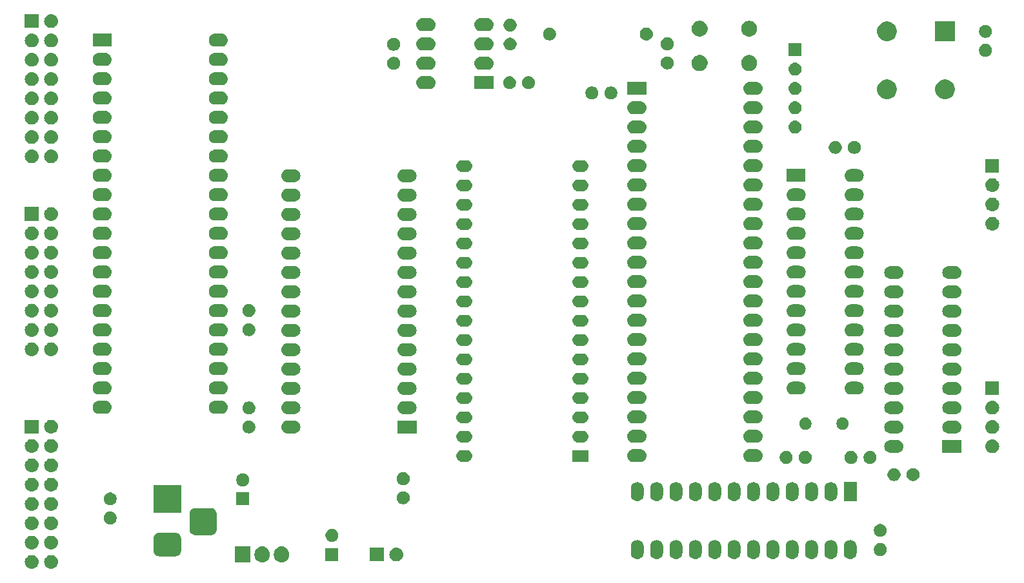
<source format=gts>
G04 #@! TF.GenerationSoftware,KiCad,Pcbnew,5.1.4+dfsg1-2*
G04 #@! TF.CreationDate,2019-11-28T17:33:19+01:00*
G04 #@! TF.ProjectId,cpu_board,6370755f-626f-4617-9264-2e6b69636164,rev?*
G04 #@! TF.SameCoordinates,Original*
G04 #@! TF.FileFunction,Soldermask,Top*
G04 #@! TF.FilePolarity,Negative*
%FSLAX46Y46*%
G04 Gerber Fmt 4.6, Leading zero omitted, Abs format (unit mm)*
G04 Created by KiCad (PCBNEW 5.1.4+dfsg1-2) date 2019-11-28 17:33:19*
%MOMM*%
%LPD*%
G04 APERTURE LIST*
%ADD10C,0.100000*%
G04 APERTURE END LIST*
D10*
G36*
X89400443Y-126985519D02*
G01*
X89466627Y-126992037D01*
X89636466Y-127043557D01*
X89792991Y-127127222D01*
X89813703Y-127144220D01*
X89930186Y-127239814D01*
X90006972Y-127333380D01*
X90042778Y-127377009D01*
X90126443Y-127533534D01*
X90177963Y-127703373D01*
X90195359Y-127880000D01*
X90177963Y-128056627D01*
X90126443Y-128226466D01*
X90042778Y-128382991D01*
X90013448Y-128418729D01*
X89930186Y-128520186D01*
X89828729Y-128603448D01*
X89792991Y-128632778D01*
X89636466Y-128716443D01*
X89466627Y-128767963D01*
X89400443Y-128774481D01*
X89334260Y-128781000D01*
X89245740Y-128781000D01*
X89179557Y-128774481D01*
X89113373Y-128767963D01*
X88943534Y-128716443D01*
X88787009Y-128632778D01*
X88751271Y-128603448D01*
X88649814Y-128520186D01*
X88566552Y-128418729D01*
X88537222Y-128382991D01*
X88453557Y-128226466D01*
X88402037Y-128056627D01*
X88384641Y-127880000D01*
X88402037Y-127703373D01*
X88453557Y-127533534D01*
X88537222Y-127377009D01*
X88573028Y-127333380D01*
X88649814Y-127239814D01*
X88766297Y-127144220D01*
X88787009Y-127127222D01*
X88943534Y-127043557D01*
X89113373Y-126992037D01*
X89179557Y-126985519D01*
X89245740Y-126979000D01*
X89334260Y-126979000D01*
X89400443Y-126985519D01*
X89400443Y-126985519D01*
G37*
G36*
X86860443Y-126985519D02*
G01*
X86926627Y-126992037D01*
X87096466Y-127043557D01*
X87252991Y-127127222D01*
X87273703Y-127144220D01*
X87390186Y-127239814D01*
X87466972Y-127333380D01*
X87502778Y-127377009D01*
X87586443Y-127533534D01*
X87637963Y-127703373D01*
X87655359Y-127880000D01*
X87637963Y-128056627D01*
X87586443Y-128226466D01*
X87502778Y-128382991D01*
X87473448Y-128418729D01*
X87390186Y-128520186D01*
X87288729Y-128603448D01*
X87252991Y-128632778D01*
X87096466Y-128716443D01*
X86926627Y-128767963D01*
X86860443Y-128774481D01*
X86794260Y-128781000D01*
X86705740Y-128781000D01*
X86639557Y-128774481D01*
X86573373Y-128767963D01*
X86403534Y-128716443D01*
X86247009Y-128632778D01*
X86211271Y-128603448D01*
X86109814Y-128520186D01*
X86026552Y-128418729D01*
X85997222Y-128382991D01*
X85913557Y-128226466D01*
X85862037Y-128056627D01*
X85844641Y-127880000D01*
X85862037Y-127703373D01*
X85913557Y-127533534D01*
X85997222Y-127377009D01*
X86033028Y-127333380D01*
X86109814Y-127239814D01*
X86226297Y-127144220D01*
X86247009Y-127127222D01*
X86403534Y-127043557D01*
X86573373Y-126992037D01*
X86639557Y-126985519D01*
X86705740Y-126979000D01*
X86794260Y-126979000D01*
X86860443Y-126985519D01*
X86860443Y-126985519D01*
G37*
G36*
X119726719Y-125863520D02*
G01*
X119915880Y-125920901D01*
X119915883Y-125920902D01*
X120008333Y-125970318D01*
X120090212Y-126014083D01*
X120243015Y-126139485D01*
X120368417Y-126292288D01*
X120461599Y-126466619D01*
X120518980Y-126655780D01*
X120533500Y-126803206D01*
X120533500Y-126996793D01*
X120518980Y-127144219D01*
X120461599Y-127333380D01*
X120461598Y-127333383D01*
X120424391Y-127402991D01*
X120368417Y-127507712D01*
X120243015Y-127660515D01*
X120090212Y-127785917D01*
X119915881Y-127879099D01*
X119726720Y-127936480D01*
X119530000Y-127955855D01*
X119333281Y-127936480D01*
X119144120Y-127879099D01*
X118969788Y-127785917D01*
X118816985Y-127660515D01*
X118691583Y-127507712D01*
X118598401Y-127333381D01*
X118541020Y-127144220D01*
X118526500Y-126996794D01*
X118526500Y-126803207D01*
X118527557Y-126792480D01*
X118541020Y-126655783D01*
X118541020Y-126655781D01*
X118598401Y-126466620D01*
X118598402Y-126466617D01*
X118669386Y-126333816D01*
X118691583Y-126292288D01*
X118816985Y-126139485D01*
X118969788Y-126014083D01*
X119144119Y-125920901D01*
X119333280Y-125863520D01*
X119530000Y-125844145D01*
X119726719Y-125863520D01*
X119726719Y-125863520D01*
G37*
G36*
X117186719Y-125863520D02*
G01*
X117375880Y-125920901D01*
X117375883Y-125920902D01*
X117468333Y-125970318D01*
X117550212Y-126014083D01*
X117703015Y-126139485D01*
X117828417Y-126292288D01*
X117921599Y-126466619D01*
X117978980Y-126655780D01*
X117993500Y-126803206D01*
X117993500Y-126996793D01*
X117978980Y-127144219D01*
X117921599Y-127333380D01*
X117921598Y-127333383D01*
X117884391Y-127402991D01*
X117828417Y-127507712D01*
X117703015Y-127660515D01*
X117550212Y-127785917D01*
X117375881Y-127879099D01*
X117186720Y-127936480D01*
X116990000Y-127955855D01*
X116793281Y-127936480D01*
X116604120Y-127879099D01*
X116429788Y-127785917D01*
X116276985Y-127660515D01*
X116151583Y-127507712D01*
X116058401Y-127333381D01*
X116001020Y-127144220D01*
X115986500Y-126996794D01*
X115986500Y-126803207D01*
X115987557Y-126792480D01*
X116001020Y-126655783D01*
X116001020Y-126655781D01*
X116058401Y-126466620D01*
X116058402Y-126466617D01*
X116129386Y-126333816D01*
X116151583Y-126292288D01*
X116276985Y-126139485D01*
X116429788Y-126014083D01*
X116604119Y-125920901D01*
X116793280Y-125863520D01*
X116990000Y-125844145D01*
X117186719Y-125863520D01*
X117186719Y-125863520D01*
G37*
G36*
X115453500Y-127951000D02*
G01*
X113446500Y-127951000D01*
X113446500Y-125849000D01*
X115453500Y-125849000D01*
X115453500Y-127951000D01*
X115453500Y-127951000D01*
G37*
G36*
X134700442Y-126005518D02*
G01*
X134766627Y-126012037D01*
X134936466Y-126063557D01*
X135092991Y-126147222D01*
X135116096Y-126166184D01*
X135230186Y-126259814D01*
X135313448Y-126361271D01*
X135342778Y-126397009D01*
X135426443Y-126553534D01*
X135477963Y-126723373D01*
X135495359Y-126900000D01*
X135477963Y-127076627D01*
X135426443Y-127246466D01*
X135342778Y-127402991D01*
X135313448Y-127438729D01*
X135230186Y-127540186D01*
X135128729Y-127623448D01*
X135092991Y-127652778D01*
X134936466Y-127736443D01*
X134766627Y-127787963D01*
X134700443Y-127794481D01*
X134634260Y-127801000D01*
X134545740Y-127801000D01*
X134479557Y-127794481D01*
X134413373Y-127787963D01*
X134243534Y-127736443D01*
X134087009Y-127652778D01*
X134051271Y-127623448D01*
X133949814Y-127540186D01*
X133866552Y-127438729D01*
X133837222Y-127402991D01*
X133753557Y-127246466D01*
X133702037Y-127076627D01*
X133684641Y-126900000D01*
X133702037Y-126723373D01*
X133753557Y-126553534D01*
X133837222Y-126397009D01*
X133866552Y-126361271D01*
X133949814Y-126259814D01*
X134063904Y-126166184D01*
X134087009Y-126147222D01*
X134243534Y-126063557D01*
X134413373Y-126012037D01*
X134479558Y-126005518D01*
X134545740Y-125999000D01*
X134634260Y-125999000D01*
X134700442Y-126005518D01*
X134700442Y-126005518D01*
G37*
G36*
X132951000Y-127801000D02*
G01*
X131149000Y-127801000D01*
X131149000Y-125999000D01*
X132951000Y-125999000D01*
X132951000Y-127801000D01*
X132951000Y-127801000D01*
G37*
G36*
X127001000Y-127751000D02*
G01*
X125299000Y-127751000D01*
X125299000Y-126049000D01*
X127001000Y-126049000D01*
X127001000Y-127751000D01*
X127001000Y-127751000D01*
G37*
G36*
X181616823Y-125031313D02*
G01*
X181777242Y-125079976D01*
X181909906Y-125150886D01*
X181925078Y-125158996D01*
X182054659Y-125265341D01*
X182161004Y-125394922D01*
X182161005Y-125394924D01*
X182240024Y-125542758D01*
X182288687Y-125703178D01*
X182301000Y-125828197D01*
X182301000Y-126711804D01*
X182288687Y-126836823D01*
X182240024Y-126997242D01*
X182202045Y-127068295D01*
X182161004Y-127145078D01*
X182077795Y-127246468D01*
X182054659Y-127274659D01*
X181925077Y-127381005D01*
X181777241Y-127460024D01*
X181616822Y-127508687D01*
X181450000Y-127525117D01*
X181283177Y-127508687D01*
X181122758Y-127460024D01*
X180974924Y-127381005D01*
X180974922Y-127381004D01*
X180845341Y-127274659D01*
X180822205Y-127246468D01*
X180738995Y-127145077D01*
X180659976Y-126997241D01*
X180611313Y-126836822D01*
X180599000Y-126711803D01*
X180599000Y-125828197D01*
X180611314Y-125703177D01*
X180659977Y-125542758D01*
X180738996Y-125394924D01*
X180738997Y-125394922D01*
X180845342Y-125265341D01*
X180974923Y-125158996D01*
X180990095Y-125150886D01*
X181122759Y-125079976D01*
X181283178Y-125031313D01*
X181450000Y-125014883D01*
X181616823Y-125031313D01*
X181616823Y-125031313D01*
G37*
G36*
X194316823Y-125031313D02*
G01*
X194477242Y-125079976D01*
X194609906Y-125150886D01*
X194625078Y-125158996D01*
X194754659Y-125265341D01*
X194861004Y-125394922D01*
X194861005Y-125394924D01*
X194940024Y-125542758D01*
X194988687Y-125703178D01*
X195001000Y-125828197D01*
X195001000Y-126711804D01*
X194988687Y-126836823D01*
X194940024Y-126997242D01*
X194902045Y-127068295D01*
X194861004Y-127145078D01*
X194777795Y-127246468D01*
X194754659Y-127274659D01*
X194625077Y-127381005D01*
X194477241Y-127460024D01*
X194316822Y-127508687D01*
X194150000Y-127525117D01*
X193983177Y-127508687D01*
X193822758Y-127460024D01*
X193674924Y-127381005D01*
X193674922Y-127381004D01*
X193545341Y-127274659D01*
X193522205Y-127246468D01*
X193438995Y-127145077D01*
X193359976Y-126997241D01*
X193311313Y-126836822D01*
X193299000Y-126711803D01*
X193299000Y-125828197D01*
X193311314Y-125703177D01*
X193359977Y-125542758D01*
X193438996Y-125394924D01*
X193438997Y-125394922D01*
X193545342Y-125265341D01*
X193674923Y-125158996D01*
X193690095Y-125150886D01*
X193822759Y-125079976D01*
X193983178Y-125031313D01*
X194150000Y-125014883D01*
X194316823Y-125031313D01*
X194316823Y-125031313D01*
G37*
G36*
X191776823Y-125031313D02*
G01*
X191937242Y-125079976D01*
X192069906Y-125150886D01*
X192085078Y-125158996D01*
X192214659Y-125265341D01*
X192321004Y-125394922D01*
X192321005Y-125394924D01*
X192400024Y-125542758D01*
X192448687Y-125703178D01*
X192461000Y-125828197D01*
X192461000Y-126711804D01*
X192448687Y-126836823D01*
X192400024Y-126997242D01*
X192362045Y-127068295D01*
X192321004Y-127145078D01*
X192237795Y-127246468D01*
X192214659Y-127274659D01*
X192085077Y-127381005D01*
X191937241Y-127460024D01*
X191776822Y-127508687D01*
X191610000Y-127525117D01*
X191443177Y-127508687D01*
X191282758Y-127460024D01*
X191134924Y-127381005D01*
X191134922Y-127381004D01*
X191005341Y-127274659D01*
X190982205Y-127246468D01*
X190898995Y-127145077D01*
X190819976Y-126997241D01*
X190771313Y-126836822D01*
X190759000Y-126711803D01*
X190759000Y-125828197D01*
X190771314Y-125703177D01*
X190819977Y-125542758D01*
X190898996Y-125394924D01*
X190898997Y-125394922D01*
X191005342Y-125265341D01*
X191134923Y-125158996D01*
X191150095Y-125150886D01*
X191282759Y-125079976D01*
X191443178Y-125031313D01*
X191610000Y-125014883D01*
X191776823Y-125031313D01*
X191776823Y-125031313D01*
G37*
G36*
X189236823Y-125031313D02*
G01*
X189397242Y-125079976D01*
X189529906Y-125150886D01*
X189545078Y-125158996D01*
X189674659Y-125265341D01*
X189781004Y-125394922D01*
X189781005Y-125394924D01*
X189860024Y-125542758D01*
X189908687Y-125703178D01*
X189921000Y-125828197D01*
X189921000Y-126711804D01*
X189908687Y-126836823D01*
X189860024Y-126997242D01*
X189822045Y-127068295D01*
X189781004Y-127145078D01*
X189697795Y-127246468D01*
X189674659Y-127274659D01*
X189545077Y-127381005D01*
X189397241Y-127460024D01*
X189236822Y-127508687D01*
X189070000Y-127525117D01*
X188903177Y-127508687D01*
X188742758Y-127460024D01*
X188594924Y-127381005D01*
X188594922Y-127381004D01*
X188465341Y-127274659D01*
X188442205Y-127246468D01*
X188358995Y-127145077D01*
X188279976Y-126997241D01*
X188231313Y-126836822D01*
X188219000Y-126711803D01*
X188219000Y-125828197D01*
X188231314Y-125703177D01*
X188279977Y-125542758D01*
X188358996Y-125394924D01*
X188358997Y-125394922D01*
X188465342Y-125265341D01*
X188594923Y-125158996D01*
X188610095Y-125150886D01*
X188742759Y-125079976D01*
X188903178Y-125031313D01*
X189070000Y-125014883D01*
X189236823Y-125031313D01*
X189236823Y-125031313D01*
G37*
G36*
X186696823Y-125031313D02*
G01*
X186857242Y-125079976D01*
X186989906Y-125150886D01*
X187005078Y-125158996D01*
X187134659Y-125265341D01*
X187241004Y-125394922D01*
X187241005Y-125394924D01*
X187320024Y-125542758D01*
X187368687Y-125703178D01*
X187381000Y-125828197D01*
X187381000Y-126711804D01*
X187368687Y-126836823D01*
X187320024Y-126997242D01*
X187282045Y-127068295D01*
X187241004Y-127145078D01*
X187157795Y-127246468D01*
X187134659Y-127274659D01*
X187005077Y-127381005D01*
X186857241Y-127460024D01*
X186696822Y-127508687D01*
X186530000Y-127525117D01*
X186363177Y-127508687D01*
X186202758Y-127460024D01*
X186054924Y-127381005D01*
X186054922Y-127381004D01*
X185925341Y-127274659D01*
X185902205Y-127246468D01*
X185818995Y-127145077D01*
X185739976Y-126997241D01*
X185691313Y-126836822D01*
X185679000Y-126711803D01*
X185679000Y-125828197D01*
X185691314Y-125703177D01*
X185739977Y-125542758D01*
X185818996Y-125394924D01*
X185818997Y-125394922D01*
X185925342Y-125265341D01*
X186054923Y-125158996D01*
X186070095Y-125150886D01*
X186202759Y-125079976D01*
X186363178Y-125031313D01*
X186530000Y-125014883D01*
X186696823Y-125031313D01*
X186696823Y-125031313D01*
G37*
G36*
X184156823Y-125031313D02*
G01*
X184317242Y-125079976D01*
X184449906Y-125150886D01*
X184465078Y-125158996D01*
X184594659Y-125265341D01*
X184701004Y-125394922D01*
X184701005Y-125394924D01*
X184780024Y-125542758D01*
X184828687Y-125703178D01*
X184841000Y-125828197D01*
X184841000Y-126711804D01*
X184828687Y-126836823D01*
X184780024Y-126997242D01*
X184742045Y-127068295D01*
X184701004Y-127145078D01*
X184617795Y-127246468D01*
X184594659Y-127274659D01*
X184465077Y-127381005D01*
X184317241Y-127460024D01*
X184156822Y-127508687D01*
X183990000Y-127525117D01*
X183823177Y-127508687D01*
X183662758Y-127460024D01*
X183514924Y-127381005D01*
X183514922Y-127381004D01*
X183385341Y-127274659D01*
X183362205Y-127246468D01*
X183278995Y-127145077D01*
X183199976Y-126997241D01*
X183151313Y-126836822D01*
X183139000Y-126711803D01*
X183139000Y-125828197D01*
X183151314Y-125703177D01*
X183199977Y-125542758D01*
X183278996Y-125394924D01*
X183278997Y-125394922D01*
X183385342Y-125265341D01*
X183514923Y-125158996D01*
X183530095Y-125150886D01*
X183662759Y-125079976D01*
X183823178Y-125031313D01*
X183990000Y-125014883D01*
X184156823Y-125031313D01*
X184156823Y-125031313D01*
G37*
G36*
X176536823Y-125031313D02*
G01*
X176697242Y-125079976D01*
X176829906Y-125150886D01*
X176845078Y-125158996D01*
X176974659Y-125265341D01*
X177081004Y-125394922D01*
X177081005Y-125394924D01*
X177160024Y-125542758D01*
X177208687Y-125703178D01*
X177221000Y-125828197D01*
X177221000Y-126711804D01*
X177208687Y-126836823D01*
X177160024Y-126997242D01*
X177122045Y-127068295D01*
X177081004Y-127145078D01*
X176997795Y-127246468D01*
X176974659Y-127274659D01*
X176845077Y-127381005D01*
X176697241Y-127460024D01*
X176536822Y-127508687D01*
X176370000Y-127525117D01*
X176203177Y-127508687D01*
X176042758Y-127460024D01*
X175894924Y-127381005D01*
X175894922Y-127381004D01*
X175765341Y-127274659D01*
X175742205Y-127246468D01*
X175658995Y-127145077D01*
X175579976Y-126997241D01*
X175531313Y-126836822D01*
X175519000Y-126711803D01*
X175519000Y-125828197D01*
X175531314Y-125703177D01*
X175579977Y-125542758D01*
X175658996Y-125394924D01*
X175658997Y-125394922D01*
X175765342Y-125265341D01*
X175894923Y-125158996D01*
X175910095Y-125150886D01*
X176042759Y-125079976D01*
X176203178Y-125031313D01*
X176370000Y-125014883D01*
X176536823Y-125031313D01*
X176536823Y-125031313D01*
G37*
G36*
X166376823Y-125031313D02*
G01*
X166537242Y-125079976D01*
X166669906Y-125150886D01*
X166685078Y-125158996D01*
X166814659Y-125265341D01*
X166921004Y-125394922D01*
X166921005Y-125394924D01*
X167000024Y-125542758D01*
X167048687Y-125703178D01*
X167061000Y-125828197D01*
X167061000Y-126711804D01*
X167048687Y-126836823D01*
X167000024Y-126997242D01*
X166962045Y-127068295D01*
X166921004Y-127145078D01*
X166837795Y-127246468D01*
X166814659Y-127274659D01*
X166685077Y-127381005D01*
X166537241Y-127460024D01*
X166376822Y-127508687D01*
X166210000Y-127525117D01*
X166043177Y-127508687D01*
X165882758Y-127460024D01*
X165734924Y-127381005D01*
X165734922Y-127381004D01*
X165605341Y-127274659D01*
X165582205Y-127246468D01*
X165498995Y-127145077D01*
X165419976Y-126997241D01*
X165371313Y-126836822D01*
X165359000Y-126711803D01*
X165359000Y-125828197D01*
X165371314Y-125703177D01*
X165419977Y-125542758D01*
X165498996Y-125394924D01*
X165498997Y-125394922D01*
X165605342Y-125265341D01*
X165734923Y-125158996D01*
X165750095Y-125150886D01*
X165882759Y-125079976D01*
X166043178Y-125031313D01*
X166210000Y-125014883D01*
X166376823Y-125031313D01*
X166376823Y-125031313D01*
G37*
G36*
X168916823Y-125031313D02*
G01*
X169077242Y-125079976D01*
X169209906Y-125150886D01*
X169225078Y-125158996D01*
X169354659Y-125265341D01*
X169461004Y-125394922D01*
X169461005Y-125394924D01*
X169540024Y-125542758D01*
X169588687Y-125703178D01*
X169601000Y-125828197D01*
X169601000Y-126711804D01*
X169588687Y-126836823D01*
X169540024Y-126997242D01*
X169502045Y-127068295D01*
X169461004Y-127145078D01*
X169377795Y-127246468D01*
X169354659Y-127274659D01*
X169225077Y-127381005D01*
X169077241Y-127460024D01*
X168916822Y-127508687D01*
X168750000Y-127525117D01*
X168583177Y-127508687D01*
X168422758Y-127460024D01*
X168274924Y-127381005D01*
X168274922Y-127381004D01*
X168145341Y-127274659D01*
X168122205Y-127246468D01*
X168038995Y-127145077D01*
X167959976Y-126997241D01*
X167911313Y-126836822D01*
X167899000Y-126711803D01*
X167899000Y-125828197D01*
X167911314Y-125703177D01*
X167959977Y-125542758D01*
X168038996Y-125394924D01*
X168038997Y-125394922D01*
X168145342Y-125265341D01*
X168274923Y-125158996D01*
X168290095Y-125150886D01*
X168422759Y-125079976D01*
X168583178Y-125031313D01*
X168750000Y-125014883D01*
X168916823Y-125031313D01*
X168916823Y-125031313D01*
G37*
G36*
X171456823Y-125031313D02*
G01*
X171617242Y-125079976D01*
X171749906Y-125150886D01*
X171765078Y-125158996D01*
X171894659Y-125265341D01*
X172001004Y-125394922D01*
X172001005Y-125394924D01*
X172080024Y-125542758D01*
X172128687Y-125703178D01*
X172141000Y-125828197D01*
X172141000Y-126711804D01*
X172128687Y-126836823D01*
X172080024Y-126997242D01*
X172042045Y-127068295D01*
X172001004Y-127145078D01*
X171917795Y-127246468D01*
X171894659Y-127274659D01*
X171765077Y-127381005D01*
X171617241Y-127460024D01*
X171456822Y-127508687D01*
X171290000Y-127525117D01*
X171123177Y-127508687D01*
X170962758Y-127460024D01*
X170814924Y-127381005D01*
X170814922Y-127381004D01*
X170685341Y-127274659D01*
X170662205Y-127246468D01*
X170578995Y-127145077D01*
X170499976Y-126997241D01*
X170451313Y-126836822D01*
X170439000Y-126711803D01*
X170439000Y-125828197D01*
X170451314Y-125703177D01*
X170499977Y-125542758D01*
X170578996Y-125394924D01*
X170578997Y-125394922D01*
X170685342Y-125265341D01*
X170814923Y-125158996D01*
X170830095Y-125150886D01*
X170962759Y-125079976D01*
X171123178Y-125031313D01*
X171290000Y-125014883D01*
X171456823Y-125031313D01*
X171456823Y-125031313D01*
G37*
G36*
X179076823Y-125031313D02*
G01*
X179237242Y-125079976D01*
X179369906Y-125150886D01*
X179385078Y-125158996D01*
X179514659Y-125265341D01*
X179621004Y-125394922D01*
X179621005Y-125394924D01*
X179700024Y-125542758D01*
X179748687Y-125703178D01*
X179761000Y-125828197D01*
X179761000Y-126711804D01*
X179748687Y-126836823D01*
X179700024Y-126997242D01*
X179662045Y-127068295D01*
X179621004Y-127145078D01*
X179537795Y-127246468D01*
X179514659Y-127274659D01*
X179385077Y-127381005D01*
X179237241Y-127460024D01*
X179076822Y-127508687D01*
X178910000Y-127525117D01*
X178743177Y-127508687D01*
X178582758Y-127460024D01*
X178434924Y-127381005D01*
X178434922Y-127381004D01*
X178305341Y-127274659D01*
X178282205Y-127246468D01*
X178198995Y-127145077D01*
X178119976Y-126997241D01*
X178071313Y-126836822D01*
X178059000Y-126711803D01*
X178059000Y-125828197D01*
X178071314Y-125703177D01*
X178119977Y-125542758D01*
X178198996Y-125394924D01*
X178198997Y-125394922D01*
X178305342Y-125265341D01*
X178434923Y-125158996D01*
X178450095Y-125150886D01*
X178582759Y-125079976D01*
X178743178Y-125031313D01*
X178910000Y-125014883D01*
X179076823Y-125031313D01*
X179076823Y-125031313D01*
G37*
G36*
X173996823Y-125031313D02*
G01*
X174157242Y-125079976D01*
X174289906Y-125150886D01*
X174305078Y-125158996D01*
X174434659Y-125265341D01*
X174541004Y-125394922D01*
X174541005Y-125394924D01*
X174620024Y-125542758D01*
X174668687Y-125703178D01*
X174681000Y-125828197D01*
X174681000Y-126711804D01*
X174668687Y-126836823D01*
X174620024Y-126997242D01*
X174582045Y-127068295D01*
X174541004Y-127145078D01*
X174457795Y-127246468D01*
X174434659Y-127274659D01*
X174305077Y-127381005D01*
X174157241Y-127460024D01*
X173996822Y-127508687D01*
X173830000Y-127525117D01*
X173663177Y-127508687D01*
X173502758Y-127460024D01*
X173354924Y-127381005D01*
X173354922Y-127381004D01*
X173225341Y-127274659D01*
X173202205Y-127246468D01*
X173118995Y-127145077D01*
X173039976Y-126997241D01*
X172991313Y-126836822D01*
X172979000Y-126711803D01*
X172979000Y-125828197D01*
X172991314Y-125703177D01*
X173039977Y-125542758D01*
X173118996Y-125394924D01*
X173118997Y-125394922D01*
X173225342Y-125265341D01*
X173354923Y-125158996D01*
X173370095Y-125150886D01*
X173502759Y-125079976D01*
X173663178Y-125031313D01*
X173830000Y-125014883D01*
X173996823Y-125031313D01*
X173996823Y-125031313D01*
G37*
G36*
X105776979Y-124063293D02*
G01*
X105910625Y-124103834D01*
X106033784Y-124169664D01*
X106141740Y-124258260D01*
X106230336Y-124366216D01*
X106296166Y-124489375D01*
X106336707Y-124623021D01*
X106351000Y-124768140D01*
X106351000Y-126431860D01*
X106336707Y-126576979D01*
X106296166Y-126710625D01*
X106230336Y-126833784D01*
X106141740Y-126941740D01*
X106033784Y-127030336D01*
X105910625Y-127096166D01*
X105776979Y-127136707D01*
X105631860Y-127151000D01*
X103468140Y-127151000D01*
X103323021Y-127136707D01*
X103189375Y-127096166D01*
X103066216Y-127030336D01*
X102958260Y-126941740D01*
X102869664Y-126833784D01*
X102803834Y-126710625D01*
X102763293Y-126576979D01*
X102749000Y-126431860D01*
X102749000Y-124768140D01*
X102763293Y-124623021D01*
X102803834Y-124489375D01*
X102869664Y-124366216D01*
X102958260Y-124258260D01*
X103066216Y-124169664D01*
X103189375Y-124103834D01*
X103323021Y-124063293D01*
X103468140Y-124049000D01*
X105631860Y-124049000D01*
X105776979Y-124063293D01*
X105776979Y-124063293D01*
G37*
G36*
X198348228Y-125431703D02*
G01*
X198503100Y-125495853D01*
X198642481Y-125588985D01*
X198761015Y-125707519D01*
X198854147Y-125846900D01*
X198918297Y-126001772D01*
X198951000Y-126166184D01*
X198951000Y-126333816D01*
X198918297Y-126498228D01*
X198854147Y-126653100D01*
X198761015Y-126792481D01*
X198642481Y-126911015D01*
X198503100Y-127004147D01*
X198348228Y-127068297D01*
X198183816Y-127101000D01*
X198016184Y-127101000D01*
X197851772Y-127068297D01*
X197696900Y-127004147D01*
X197557519Y-126911015D01*
X197438985Y-126792481D01*
X197345853Y-126653100D01*
X197281703Y-126498228D01*
X197249000Y-126333816D01*
X197249000Y-126166184D01*
X197281703Y-126001772D01*
X197345853Y-125846900D01*
X197438985Y-125707519D01*
X197557519Y-125588985D01*
X197696900Y-125495853D01*
X197851772Y-125431703D01*
X198016184Y-125399000D01*
X198183816Y-125399000D01*
X198348228Y-125431703D01*
X198348228Y-125431703D01*
G37*
G36*
X86860442Y-124445518D02*
G01*
X86926627Y-124452037D01*
X87096466Y-124503557D01*
X87252991Y-124587222D01*
X87269779Y-124601000D01*
X87390186Y-124699814D01*
X87473448Y-124801271D01*
X87502778Y-124837009D01*
X87586443Y-124993534D01*
X87637963Y-125163373D01*
X87655359Y-125340000D01*
X87637963Y-125516627D01*
X87586443Y-125686466D01*
X87502778Y-125842991D01*
X87485930Y-125863520D01*
X87390186Y-125980186D01*
X87288729Y-126063448D01*
X87252991Y-126092778D01*
X87096466Y-126176443D01*
X86926627Y-126227963D01*
X86860442Y-126234482D01*
X86794260Y-126241000D01*
X86705740Y-126241000D01*
X86639558Y-126234482D01*
X86573373Y-126227963D01*
X86403534Y-126176443D01*
X86247009Y-126092778D01*
X86211271Y-126063448D01*
X86109814Y-125980186D01*
X86014070Y-125863520D01*
X85997222Y-125842991D01*
X85913557Y-125686466D01*
X85862037Y-125516627D01*
X85844641Y-125340000D01*
X85862037Y-125163373D01*
X85913557Y-124993534D01*
X85997222Y-124837009D01*
X86026552Y-124801271D01*
X86109814Y-124699814D01*
X86230221Y-124601000D01*
X86247009Y-124587222D01*
X86403534Y-124503557D01*
X86573373Y-124452037D01*
X86639558Y-124445518D01*
X86705740Y-124439000D01*
X86794260Y-124439000D01*
X86860442Y-124445518D01*
X86860442Y-124445518D01*
G37*
G36*
X89400442Y-124445518D02*
G01*
X89466627Y-124452037D01*
X89636466Y-124503557D01*
X89792991Y-124587222D01*
X89809779Y-124601000D01*
X89930186Y-124699814D01*
X90013448Y-124801271D01*
X90042778Y-124837009D01*
X90126443Y-124993534D01*
X90177963Y-125163373D01*
X90195359Y-125340000D01*
X90177963Y-125516627D01*
X90126443Y-125686466D01*
X90042778Y-125842991D01*
X90025930Y-125863520D01*
X89930186Y-125980186D01*
X89828729Y-126063448D01*
X89792991Y-126092778D01*
X89636466Y-126176443D01*
X89466627Y-126227963D01*
X89400442Y-126234482D01*
X89334260Y-126241000D01*
X89245740Y-126241000D01*
X89179558Y-126234482D01*
X89113373Y-126227963D01*
X88943534Y-126176443D01*
X88787009Y-126092778D01*
X88751271Y-126063448D01*
X88649814Y-125980186D01*
X88554070Y-125863520D01*
X88537222Y-125842991D01*
X88453557Y-125686466D01*
X88402037Y-125516627D01*
X88384641Y-125340000D01*
X88402037Y-125163373D01*
X88453557Y-124993534D01*
X88537222Y-124837009D01*
X88566552Y-124801271D01*
X88649814Y-124699814D01*
X88770221Y-124601000D01*
X88787009Y-124587222D01*
X88943534Y-124503557D01*
X89113373Y-124452037D01*
X89179558Y-124445518D01*
X89245740Y-124439000D01*
X89334260Y-124439000D01*
X89400442Y-124445518D01*
X89400442Y-124445518D01*
G37*
G36*
X126398228Y-123581703D02*
G01*
X126553100Y-123645853D01*
X126692481Y-123738985D01*
X126811015Y-123857519D01*
X126904147Y-123996900D01*
X126968297Y-124151772D01*
X127001000Y-124316184D01*
X127001000Y-124483816D01*
X126968297Y-124648228D01*
X126904147Y-124803100D01*
X126811015Y-124942481D01*
X126692481Y-125061015D01*
X126553100Y-125154147D01*
X126398228Y-125218297D01*
X126233816Y-125251000D01*
X126066184Y-125251000D01*
X125901772Y-125218297D01*
X125746900Y-125154147D01*
X125607519Y-125061015D01*
X125488985Y-124942481D01*
X125395853Y-124803100D01*
X125331703Y-124648228D01*
X125299000Y-124483816D01*
X125299000Y-124316184D01*
X125331703Y-124151772D01*
X125395853Y-123996900D01*
X125488985Y-123857519D01*
X125607519Y-123738985D01*
X125746900Y-123645853D01*
X125901772Y-123581703D01*
X126066184Y-123549000D01*
X126233816Y-123549000D01*
X126398228Y-123581703D01*
X126398228Y-123581703D01*
G37*
G36*
X198348228Y-122931703D02*
G01*
X198503100Y-122995853D01*
X198642481Y-123088985D01*
X198761015Y-123207519D01*
X198854147Y-123346900D01*
X198918297Y-123501772D01*
X198951000Y-123666184D01*
X198951000Y-123833816D01*
X198918297Y-123998228D01*
X198854147Y-124153100D01*
X198761015Y-124292481D01*
X198642481Y-124411015D01*
X198503100Y-124504147D01*
X198348228Y-124568297D01*
X198183816Y-124601000D01*
X198016184Y-124601000D01*
X197851772Y-124568297D01*
X197696900Y-124504147D01*
X197557519Y-124411015D01*
X197438985Y-124292481D01*
X197345853Y-124153100D01*
X197281703Y-123998228D01*
X197249000Y-123833816D01*
X197249000Y-123666184D01*
X197281703Y-123501772D01*
X197345853Y-123346900D01*
X197438985Y-123207519D01*
X197557519Y-123088985D01*
X197696900Y-122995853D01*
X197851772Y-122931703D01*
X198016184Y-122899000D01*
X198183816Y-122899000D01*
X198348228Y-122931703D01*
X198348228Y-122931703D01*
G37*
G36*
X110376366Y-120815695D02*
G01*
X110533460Y-120863349D01*
X110678231Y-120940731D01*
X110805128Y-121044872D01*
X110909269Y-121171769D01*
X110986651Y-121316540D01*
X111034305Y-121473634D01*
X111051000Y-121643140D01*
X111051000Y-123556860D01*
X111034305Y-123726366D01*
X110986651Y-123883460D01*
X110909269Y-124028231D01*
X110805128Y-124155128D01*
X110678231Y-124259269D01*
X110533460Y-124336651D01*
X110376366Y-124384305D01*
X110206860Y-124401000D01*
X108293140Y-124401000D01*
X108123634Y-124384305D01*
X107966540Y-124336651D01*
X107821769Y-124259269D01*
X107694872Y-124155128D01*
X107590731Y-124028231D01*
X107513349Y-123883460D01*
X107465695Y-123726366D01*
X107449000Y-123556860D01*
X107449000Y-121643140D01*
X107465695Y-121473634D01*
X107513349Y-121316540D01*
X107590731Y-121171769D01*
X107694872Y-121044872D01*
X107821769Y-120940731D01*
X107966540Y-120863349D01*
X108123634Y-120815695D01*
X108293140Y-120799000D01*
X110206860Y-120799000D01*
X110376366Y-120815695D01*
X110376366Y-120815695D01*
G37*
G36*
X86860443Y-121905519D02*
G01*
X86926627Y-121912037D01*
X87096466Y-121963557D01*
X87252991Y-122047222D01*
X87288729Y-122076552D01*
X87390186Y-122159814D01*
X87473448Y-122261271D01*
X87502778Y-122297009D01*
X87586443Y-122453534D01*
X87637963Y-122623373D01*
X87655359Y-122800000D01*
X87637963Y-122976627D01*
X87586443Y-123146466D01*
X87502778Y-123302991D01*
X87473448Y-123338729D01*
X87390186Y-123440186D01*
X87315143Y-123501771D01*
X87252991Y-123552778D01*
X87096466Y-123636443D01*
X86926627Y-123687963D01*
X86860443Y-123694481D01*
X86794260Y-123701000D01*
X86705740Y-123701000D01*
X86639557Y-123694481D01*
X86573373Y-123687963D01*
X86403534Y-123636443D01*
X86247009Y-123552778D01*
X86184857Y-123501771D01*
X86109814Y-123440186D01*
X86026552Y-123338729D01*
X85997222Y-123302991D01*
X85913557Y-123146466D01*
X85862037Y-122976627D01*
X85844641Y-122800000D01*
X85862037Y-122623373D01*
X85913557Y-122453534D01*
X85997222Y-122297009D01*
X86026552Y-122261271D01*
X86109814Y-122159814D01*
X86211271Y-122076552D01*
X86247009Y-122047222D01*
X86403534Y-121963557D01*
X86573373Y-121912037D01*
X86639557Y-121905519D01*
X86705740Y-121899000D01*
X86794260Y-121899000D01*
X86860443Y-121905519D01*
X86860443Y-121905519D01*
G37*
G36*
X89400443Y-121905519D02*
G01*
X89466627Y-121912037D01*
X89636466Y-121963557D01*
X89792991Y-122047222D01*
X89828729Y-122076552D01*
X89930186Y-122159814D01*
X90013448Y-122261271D01*
X90042778Y-122297009D01*
X90126443Y-122453534D01*
X90177963Y-122623373D01*
X90195359Y-122800000D01*
X90177963Y-122976627D01*
X90126443Y-123146466D01*
X90042778Y-123302991D01*
X90013448Y-123338729D01*
X89930186Y-123440186D01*
X89855143Y-123501771D01*
X89792991Y-123552778D01*
X89636466Y-123636443D01*
X89466627Y-123687963D01*
X89400443Y-123694481D01*
X89334260Y-123701000D01*
X89245740Y-123701000D01*
X89179557Y-123694481D01*
X89113373Y-123687963D01*
X88943534Y-123636443D01*
X88787009Y-123552778D01*
X88724857Y-123501771D01*
X88649814Y-123440186D01*
X88566552Y-123338729D01*
X88537222Y-123302991D01*
X88453557Y-123146466D01*
X88402037Y-122976627D01*
X88384641Y-122800000D01*
X88402037Y-122623373D01*
X88453557Y-122453534D01*
X88537222Y-122297009D01*
X88566552Y-122261271D01*
X88649814Y-122159814D01*
X88751271Y-122076552D01*
X88787009Y-122047222D01*
X88943534Y-121963557D01*
X89113373Y-121912037D01*
X89179557Y-121905519D01*
X89245740Y-121899000D01*
X89334260Y-121899000D01*
X89400443Y-121905519D01*
X89400443Y-121905519D01*
G37*
G36*
X97298228Y-121281703D02*
G01*
X97453100Y-121345853D01*
X97592481Y-121438985D01*
X97711015Y-121557519D01*
X97804147Y-121696900D01*
X97868297Y-121851772D01*
X97901000Y-122016184D01*
X97901000Y-122183816D01*
X97868297Y-122348228D01*
X97804147Y-122503100D01*
X97711015Y-122642481D01*
X97592481Y-122761015D01*
X97453100Y-122854147D01*
X97298228Y-122918297D01*
X97133816Y-122951000D01*
X96966184Y-122951000D01*
X96801772Y-122918297D01*
X96646900Y-122854147D01*
X96507519Y-122761015D01*
X96388985Y-122642481D01*
X96295853Y-122503100D01*
X96231703Y-122348228D01*
X96199000Y-122183816D01*
X96199000Y-122016184D01*
X96231703Y-121851772D01*
X96295853Y-121696900D01*
X96388985Y-121557519D01*
X96507519Y-121438985D01*
X96646900Y-121345853D01*
X96801772Y-121281703D01*
X96966184Y-121249000D01*
X97133816Y-121249000D01*
X97298228Y-121281703D01*
X97298228Y-121281703D01*
G37*
G36*
X106351000Y-121401000D02*
G01*
X102749000Y-121401000D01*
X102749000Y-117799000D01*
X106351000Y-117799000D01*
X106351000Y-121401000D01*
X106351000Y-121401000D01*
G37*
G36*
X86860442Y-119365518D02*
G01*
X86926627Y-119372037D01*
X87096466Y-119423557D01*
X87252991Y-119507222D01*
X87263911Y-119516184D01*
X87390186Y-119619814D01*
X87473448Y-119721271D01*
X87502778Y-119757009D01*
X87586443Y-119913534D01*
X87637963Y-120083373D01*
X87655359Y-120260000D01*
X87637963Y-120436627D01*
X87586443Y-120606466D01*
X87502778Y-120762991D01*
X87473448Y-120798729D01*
X87390186Y-120900186D01*
X87288729Y-120983448D01*
X87252991Y-121012778D01*
X87096466Y-121096443D01*
X86926627Y-121147963D01*
X86860443Y-121154481D01*
X86794260Y-121161000D01*
X86705740Y-121161000D01*
X86639557Y-121154481D01*
X86573373Y-121147963D01*
X86403534Y-121096443D01*
X86247009Y-121012778D01*
X86211271Y-120983448D01*
X86109814Y-120900186D01*
X86026552Y-120798729D01*
X85997222Y-120762991D01*
X85913557Y-120606466D01*
X85862037Y-120436627D01*
X85844641Y-120260000D01*
X85862037Y-120083373D01*
X85913557Y-119913534D01*
X85997222Y-119757009D01*
X86026552Y-119721271D01*
X86109814Y-119619814D01*
X86236089Y-119516184D01*
X86247009Y-119507222D01*
X86403534Y-119423557D01*
X86573373Y-119372037D01*
X86639558Y-119365518D01*
X86705740Y-119359000D01*
X86794260Y-119359000D01*
X86860442Y-119365518D01*
X86860442Y-119365518D01*
G37*
G36*
X89400442Y-119365518D02*
G01*
X89466627Y-119372037D01*
X89636466Y-119423557D01*
X89792991Y-119507222D01*
X89803911Y-119516184D01*
X89930186Y-119619814D01*
X90013448Y-119721271D01*
X90042778Y-119757009D01*
X90126443Y-119913534D01*
X90177963Y-120083373D01*
X90195359Y-120260000D01*
X90177963Y-120436627D01*
X90126443Y-120606466D01*
X90042778Y-120762991D01*
X90013448Y-120798729D01*
X89930186Y-120900186D01*
X89828729Y-120983448D01*
X89792991Y-121012778D01*
X89636466Y-121096443D01*
X89466627Y-121147963D01*
X89400443Y-121154481D01*
X89334260Y-121161000D01*
X89245740Y-121161000D01*
X89179557Y-121154481D01*
X89113373Y-121147963D01*
X88943534Y-121096443D01*
X88787009Y-121012778D01*
X88751271Y-120983448D01*
X88649814Y-120900186D01*
X88566552Y-120798729D01*
X88537222Y-120762991D01*
X88453557Y-120606466D01*
X88402037Y-120436627D01*
X88384641Y-120260000D01*
X88402037Y-120083373D01*
X88453557Y-119913534D01*
X88537222Y-119757009D01*
X88566552Y-119721271D01*
X88649814Y-119619814D01*
X88776089Y-119516184D01*
X88787009Y-119507222D01*
X88943534Y-119423557D01*
X89113373Y-119372037D01*
X89179558Y-119365518D01*
X89245740Y-119359000D01*
X89334260Y-119359000D01*
X89400442Y-119365518D01*
X89400442Y-119365518D01*
G37*
G36*
X97298228Y-118781703D02*
G01*
X97453100Y-118845853D01*
X97592481Y-118938985D01*
X97711015Y-119057519D01*
X97804147Y-119196900D01*
X97868297Y-119351772D01*
X97901000Y-119516184D01*
X97901000Y-119683816D01*
X97868297Y-119848228D01*
X97804147Y-120003100D01*
X97711015Y-120142481D01*
X97592481Y-120261015D01*
X97453100Y-120354147D01*
X97298228Y-120418297D01*
X97133816Y-120451000D01*
X96966184Y-120451000D01*
X96801772Y-120418297D01*
X96646900Y-120354147D01*
X96507519Y-120261015D01*
X96388985Y-120142481D01*
X96295853Y-120003100D01*
X96231703Y-119848228D01*
X96199000Y-119683816D01*
X96199000Y-119516184D01*
X96231703Y-119351772D01*
X96295853Y-119196900D01*
X96388985Y-119057519D01*
X96507519Y-118938985D01*
X96646900Y-118845853D01*
X96801772Y-118781703D01*
X96966184Y-118749000D01*
X97133816Y-118749000D01*
X97298228Y-118781703D01*
X97298228Y-118781703D01*
G37*
G36*
X115301000Y-120451000D02*
G01*
X113599000Y-120451000D01*
X113599000Y-118749000D01*
X115301000Y-118749000D01*
X115301000Y-120451000D01*
X115301000Y-120451000D01*
G37*
G36*
X135748228Y-118631703D02*
G01*
X135903100Y-118695853D01*
X136042481Y-118788985D01*
X136161015Y-118907519D01*
X136254147Y-119046900D01*
X136318297Y-119201772D01*
X136351000Y-119366184D01*
X136351000Y-119533816D01*
X136318297Y-119698228D01*
X136254147Y-119853100D01*
X136161015Y-119992481D01*
X136042481Y-120111015D01*
X135903100Y-120204147D01*
X135748228Y-120268297D01*
X135583816Y-120301000D01*
X135416184Y-120301000D01*
X135251772Y-120268297D01*
X135096900Y-120204147D01*
X134957519Y-120111015D01*
X134838985Y-119992481D01*
X134745853Y-119853100D01*
X134681703Y-119698228D01*
X134649000Y-119533816D01*
X134649000Y-119366184D01*
X134681703Y-119201772D01*
X134745853Y-119046900D01*
X134838985Y-118907519D01*
X134957519Y-118788985D01*
X135096900Y-118695853D01*
X135251772Y-118631703D01*
X135416184Y-118599000D01*
X135583816Y-118599000D01*
X135748228Y-118631703D01*
X135748228Y-118631703D01*
G37*
G36*
X166376823Y-117411313D02*
G01*
X166537242Y-117459976D01*
X166617921Y-117503100D01*
X166685078Y-117538996D01*
X166814659Y-117645341D01*
X166921004Y-117774922D01*
X166921005Y-117774924D01*
X167000024Y-117922758D01*
X167048687Y-118083178D01*
X167061000Y-118208197D01*
X167061000Y-119091804D01*
X167048687Y-119216823D01*
X167000024Y-119377242D01*
X166930549Y-119507221D01*
X166921004Y-119525078D01*
X166843256Y-119619814D01*
X166814659Y-119654659D01*
X166685077Y-119761005D01*
X166537241Y-119840024D01*
X166376822Y-119888687D01*
X166210000Y-119905117D01*
X166043177Y-119888687D01*
X165882758Y-119840024D01*
X165734924Y-119761005D01*
X165734922Y-119761004D01*
X165605341Y-119654659D01*
X165576745Y-119619815D01*
X165498995Y-119525077D01*
X165419976Y-119377241D01*
X165371313Y-119216822D01*
X165359000Y-119091803D01*
X165359000Y-118208197D01*
X165371314Y-118083177D01*
X165419977Y-117922758D01*
X165498996Y-117774924D01*
X165498997Y-117774922D01*
X165605342Y-117645341D01*
X165734923Y-117538996D01*
X165802080Y-117503100D01*
X165882759Y-117459976D01*
X166043178Y-117411313D01*
X166210000Y-117394883D01*
X166376823Y-117411313D01*
X166376823Y-117411313D01*
G37*
G36*
X176536823Y-117411313D02*
G01*
X176697242Y-117459976D01*
X176777921Y-117503100D01*
X176845078Y-117538996D01*
X176974659Y-117645341D01*
X177081004Y-117774922D01*
X177081005Y-117774924D01*
X177160024Y-117922758D01*
X177208687Y-118083178D01*
X177221000Y-118208197D01*
X177221000Y-119091804D01*
X177208687Y-119216823D01*
X177160024Y-119377242D01*
X177090549Y-119507221D01*
X177081004Y-119525078D01*
X177003256Y-119619814D01*
X176974659Y-119654659D01*
X176845077Y-119761005D01*
X176697241Y-119840024D01*
X176536822Y-119888687D01*
X176370000Y-119905117D01*
X176203177Y-119888687D01*
X176042758Y-119840024D01*
X175894924Y-119761005D01*
X175894922Y-119761004D01*
X175765341Y-119654659D01*
X175736745Y-119619815D01*
X175658995Y-119525077D01*
X175579976Y-119377241D01*
X175531313Y-119216822D01*
X175519000Y-119091803D01*
X175519000Y-118208197D01*
X175531314Y-118083177D01*
X175579977Y-117922758D01*
X175658996Y-117774924D01*
X175658997Y-117774922D01*
X175765342Y-117645341D01*
X175894923Y-117538996D01*
X175962080Y-117503100D01*
X176042759Y-117459976D01*
X176203178Y-117411313D01*
X176370000Y-117394883D01*
X176536823Y-117411313D01*
X176536823Y-117411313D01*
G37*
G36*
X173996823Y-117411313D02*
G01*
X174157242Y-117459976D01*
X174237921Y-117503100D01*
X174305078Y-117538996D01*
X174434659Y-117645341D01*
X174541004Y-117774922D01*
X174541005Y-117774924D01*
X174620024Y-117922758D01*
X174668687Y-118083178D01*
X174681000Y-118208197D01*
X174681000Y-119091804D01*
X174668687Y-119216823D01*
X174620024Y-119377242D01*
X174550549Y-119507221D01*
X174541004Y-119525078D01*
X174463256Y-119619814D01*
X174434659Y-119654659D01*
X174305077Y-119761005D01*
X174157241Y-119840024D01*
X173996822Y-119888687D01*
X173830000Y-119905117D01*
X173663177Y-119888687D01*
X173502758Y-119840024D01*
X173354924Y-119761005D01*
X173354922Y-119761004D01*
X173225341Y-119654659D01*
X173196745Y-119619815D01*
X173118995Y-119525077D01*
X173039976Y-119377241D01*
X172991313Y-119216822D01*
X172979000Y-119091803D01*
X172979000Y-118208197D01*
X172991314Y-118083177D01*
X173039977Y-117922758D01*
X173118996Y-117774924D01*
X173118997Y-117774922D01*
X173225342Y-117645341D01*
X173354923Y-117538996D01*
X173422080Y-117503100D01*
X173502759Y-117459976D01*
X173663178Y-117411313D01*
X173830000Y-117394883D01*
X173996823Y-117411313D01*
X173996823Y-117411313D01*
G37*
G36*
X179076823Y-117411313D02*
G01*
X179237242Y-117459976D01*
X179317921Y-117503100D01*
X179385078Y-117538996D01*
X179514659Y-117645341D01*
X179621004Y-117774922D01*
X179621005Y-117774924D01*
X179700024Y-117922758D01*
X179748687Y-118083178D01*
X179761000Y-118208197D01*
X179761000Y-119091804D01*
X179748687Y-119216823D01*
X179700024Y-119377242D01*
X179630549Y-119507221D01*
X179621004Y-119525078D01*
X179543256Y-119619814D01*
X179514659Y-119654659D01*
X179385077Y-119761005D01*
X179237241Y-119840024D01*
X179076822Y-119888687D01*
X178910000Y-119905117D01*
X178743177Y-119888687D01*
X178582758Y-119840024D01*
X178434924Y-119761005D01*
X178434922Y-119761004D01*
X178305341Y-119654659D01*
X178276745Y-119619815D01*
X178198995Y-119525077D01*
X178119976Y-119377241D01*
X178071313Y-119216822D01*
X178059000Y-119091803D01*
X178059000Y-118208197D01*
X178071314Y-118083177D01*
X178119977Y-117922758D01*
X178198996Y-117774924D01*
X178198997Y-117774922D01*
X178305342Y-117645341D01*
X178434923Y-117538996D01*
X178502080Y-117503100D01*
X178582759Y-117459976D01*
X178743178Y-117411313D01*
X178910000Y-117394883D01*
X179076823Y-117411313D01*
X179076823Y-117411313D01*
G37*
G36*
X189236823Y-117411313D02*
G01*
X189397242Y-117459976D01*
X189477921Y-117503100D01*
X189545078Y-117538996D01*
X189674659Y-117645341D01*
X189781004Y-117774922D01*
X189781005Y-117774924D01*
X189860024Y-117922758D01*
X189908687Y-118083178D01*
X189921000Y-118208197D01*
X189921000Y-119091804D01*
X189908687Y-119216823D01*
X189860024Y-119377242D01*
X189790549Y-119507221D01*
X189781004Y-119525078D01*
X189703256Y-119619814D01*
X189674659Y-119654659D01*
X189545077Y-119761005D01*
X189397241Y-119840024D01*
X189236822Y-119888687D01*
X189070000Y-119905117D01*
X188903177Y-119888687D01*
X188742758Y-119840024D01*
X188594924Y-119761005D01*
X188594922Y-119761004D01*
X188465341Y-119654659D01*
X188436745Y-119619815D01*
X188358995Y-119525077D01*
X188279976Y-119377241D01*
X188231313Y-119216822D01*
X188219000Y-119091803D01*
X188219000Y-118208197D01*
X188231314Y-118083177D01*
X188279977Y-117922758D01*
X188358996Y-117774924D01*
X188358997Y-117774922D01*
X188465342Y-117645341D01*
X188594923Y-117538996D01*
X188662080Y-117503100D01*
X188742759Y-117459976D01*
X188903178Y-117411313D01*
X189070000Y-117394883D01*
X189236823Y-117411313D01*
X189236823Y-117411313D01*
G37*
G36*
X168916823Y-117411313D02*
G01*
X169077242Y-117459976D01*
X169157921Y-117503100D01*
X169225078Y-117538996D01*
X169354659Y-117645341D01*
X169461004Y-117774922D01*
X169461005Y-117774924D01*
X169540024Y-117922758D01*
X169588687Y-118083178D01*
X169601000Y-118208197D01*
X169601000Y-119091804D01*
X169588687Y-119216823D01*
X169540024Y-119377242D01*
X169470549Y-119507221D01*
X169461004Y-119525078D01*
X169383256Y-119619814D01*
X169354659Y-119654659D01*
X169225077Y-119761005D01*
X169077241Y-119840024D01*
X168916822Y-119888687D01*
X168750000Y-119905117D01*
X168583177Y-119888687D01*
X168422758Y-119840024D01*
X168274924Y-119761005D01*
X168274922Y-119761004D01*
X168145341Y-119654659D01*
X168116745Y-119619815D01*
X168038995Y-119525077D01*
X167959976Y-119377241D01*
X167911313Y-119216822D01*
X167899000Y-119091803D01*
X167899000Y-118208197D01*
X167911314Y-118083177D01*
X167959977Y-117922758D01*
X168038996Y-117774924D01*
X168038997Y-117774922D01*
X168145342Y-117645341D01*
X168274923Y-117538996D01*
X168342080Y-117503100D01*
X168422759Y-117459976D01*
X168583178Y-117411313D01*
X168750000Y-117394883D01*
X168916823Y-117411313D01*
X168916823Y-117411313D01*
G37*
G36*
X171456823Y-117411313D02*
G01*
X171617242Y-117459976D01*
X171697921Y-117503100D01*
X171765078Y-117538996D01*
X171894659Y-117645341D01*
X172001004Y-117774922D01*
X172001005Y-117774924D01*
X172080024Y-117922758D01*
X172128687Y-118083178D01*
X172141000Y-118208197D01*
X172141000Y-119091804D01*
X172128687Y-119216823D01*
X172080024Y-119377242D01*
X172010549Y-119507221D01*
X172001004Y-119525078D01*
X171923256Y-119619814D01*
X171894659Y-119654659D01*
X171765077Y-119761005D01*
X171617241Y-119840024D01*
X171456822Y-119888687D01*
X171290000Y-119905117D01*
X171123177Y-119888687D01*
X170962758Y-119840024D01*
X170814924Y-119761005D01*
X170814922Y-119761004D01*
X170685341Y-119654659D01*
X170656745Y-119619815D01*
X170578995Y-119525077D01*
X170499976Y-119377241D01*
X170451313Y-119216822D01*
X170439000Y-119091803D01*
X170439000Y-118208197D01*
X170451314Y-118083177D01*
X170499977Y-117922758D01*
X170578996Y-117774924D01*
X170578997Y-117774922D01*
X170685342Y-117645341D01*
X170814923Y-117538996D01*
X170882080Y-117503100D01*
X170962759Y-117459976D01*
X171123178Y-117411313D01*
X171290000Y-117394883D01*
X171456823Y-117411313D01*
X171456823Y-117411313D01*
G37*
G36*
X186696823Y-117411313D02*
G01*
X186857242Y-117459976D01*
X186937921Y-117503100D01*
X187005078Y-117538996D01*
X187134659Y-117645341D01*
X187241004Y-117774922D01*
X187241005Y-117774924D01*
X187320024Y-117922758D01*
X187368687Y-118083178D01*
X187381000Y-118208197D01*
X187381000Y-119091804D01*
X187368687Y-119216823D01*
X187320024Y-119377242D01*
X187250549Y-119507221D01*
X187241004Y-119525078D01*
X187163256Y-119619814D01*
X187134659Y-119654659D01*
X187005077Y-119761005D01*
X186857241Y-119840024D01*
X186696822Y-119888687D01*
X186530000Y-119905117D01*
X186363177Y-119888687D01*
X186202758Y-119840024D01*
X186054924Y-119761005D01*
X186054922Y-119761004D01*
X185925341Y-119654659D01*
X185896745Y-119619815D01*
X185818995Y-119525077D01*
X185739976Y-119377241D01*
X185691313Y-119216822D01*
X185679000Y-119091803D01*
X185679000Y-118208197D01*
X185691314Y-118083177D01*
X185739977Y-117922758D01*
X185818996Y-117774924D01*
X185818997Y-117774922D01*
X185925342Y-117645341D01*
X186054923Y-117538996D01*
X186122080Y-117503100D01*
X186202759Y-117459976D01*
X186363178Y-117411313D01*
X186530000Y-117394883D01*
X186696823Y-117411313D01*
X186696823Y-117411313D01*
G37*
G36*
X181616823Y-117411313D02*
G01*
X181777242Y-117459976D01*
X181857921Y-117503100D01*
X181925078Y-117538996D01*
X182054659Y-117645341D01*
X182161004Y-117774922D01*
X182161005Y-117774924D01*
X182240024Y-117922758D01*
X182288687Y-118083178D01*
X182301000Y-118208197D01*
X182301000Y-119091804D01*
X182288687Y-119216823D01*
X182240024Y-119377242D01*
X182170549Y-119507221D01*
X182161004Y-119525078D01*
X182083256Y-119619814D01*
X182054659Y-119654659D01*
X181925077Y-119761005D01*
X181777241Y-119840024D01*
X181616822Y-119888687D01*
X181450000Y-119905117D01*
X181283177Y-119888687D01*
X181122758Y-119840024D01*
X180974924Y-119761005D01*
X180974922Y-119761004D01*
X180845341Y-119654659D01*
X180816745Y-119619815D01*
X180738995Y-119525077D01*
X180659976Y-119377241D01*
X180611313Y-119216822D01*
X180599000Y-119091803D01*
X180599000Y-118208197D01*
X180611314Y-118083177D01*
X180659977Y-117922758D01*
X180738996Y-117774924D01*
X180738997Y-117774922D01*
X180845342Y-117645341D01*
X180974923Y-117538996D01*
X181042080Y-117503100D01*
X181122759Y-117459976D01*
X181283178Y-117411313D01*
X181450000Y-117394883D01*
X181616823Y-117411313D01*
X181616823Y-117411313D01*
G37*
G36*
X191776823Y-117411313D02*
G01*
X191937242Y-117459976D01*
X192017921Y-117503100D01*
X192085078Y-117538996D01*
X192214659Y-117645341D01*
X192321004Y-117774922D01*
X192321005Y-117774924D01*
X192400024Y-117922758D01*
X192448687Y-118083178D01*
X192461000Y-118208197D01*
X192461000Y-119091804D01*
X192448687Y-119216823D01*
X192400024Y-119377242D01*
X192330549Y-119507221D01*
X192321004Y-119525078D01*
X192243256Y-119619814D01*
X192214659Y-119654659D01*
X192085077Y-119761005D01*
X191937241Y-119840024D01*
X191776822Y-119888687D01*
X191610000Y-119905117D01*
X191443177Y-119888687D01*
X191282758Y-119840024D01*
X191134924Y-119761005D01*
X191134922Y-119761004D01*
X191005341Y-119654659D01*
X190976745Y-119619815D01*
X190898995Y-119525077D01*
X190819976Y-119377241D01*
X190771313Y-119216822D01*
X190759000Y-119091803D01*
X190759000Y-118208197D01*
X190771314Y-118083177D01*
X190819977Y-117922758D01*
X190898996Y-117774924D01*
X190898997Y-117774922D01*
X191005342Y-117645341D01*
X191134923Y-117538996D01*
X191202080Y-117503100D01*
X191282759Y-117459976D01*
X191443178Y-117411313D01*
X191610000Y-117394883D01*
X191776823Y-117411313D01*
X191776823Y-117411313D01*
G37*
G36*
X184156823Y-117411313D02*
G01*
X184317242Y-117459976D01*
X184397921Y-117503100D01*
X184465078Y-117538996D01*
X184594659Y-117645341D01*
X184701004Y-117774922D01*
X184701005Y-117774924D01*
X184780024Y-117922758D01*
X184828687Y-118083178D01*
X184841000Y-118208197D01*
X184841000Y-119091804D01*
X184828687Y-119216823D01*
X184780024Y-119377242D01*
X184710549Y-119507221D01*
X184701004Y-119525078D01*
X184623256Y-119619814D01*
X184594659Y-119654659D01*
X184465077Y-119761005D01*
X184317241Y-119840024D01*
X184156822Y-119888687D01*
X183990000Y-119905117D01*
X183823177Y-119888687D01*
X183662758Y-119840024D01*
X183514924Y-119761005D01*
X183514922Y-119761004D01*
X183385341Y-119654659D01*
X183356745Y-119619815D01*
X183278995Y-119525077D01*
X183199976Y-119377241D01*
X183151313Y-119216822D01*
X183139000Y-119091803D01*
X183139000Y-118208197D01*
X183151314Y-118083177D01*
X183199977Y-117922758D01*
X183278996Y-117774924D01*
X183278997Y-117774922D01*
X183385342Y-117645341D01*
X183514923Y-117538996D01*
X183582080Y-117503100D01*
X183662759Y-117459976D01*
X183823178Y-117411313D01*
X183990000Y-117394883D01*
X184156823Y-117411313D01*
X184156823Y-117411313D01*
G37*
G36*
X195001000Y-119901000D02*
G01*
X193299000Y-119901000D01*
X193299000Y-117399000D01*
X195001000Y-117399000D01*
X195001000Y-119901000D01*
X195001000Y-119901000D01*
G37*
G36*
X89400442Y-116825518D02*
G01*
X89466627Y-116832037D01*
X89636466Y-116883557D01*
X89792991Y-116967222D01*
X89828729Y-116996552D01*
X89930186Y-117079814D01*
X89991189Y-117154148D01*
X90042778Y-117217009D01*
X90126443Y-117373534D01*
X90177963Y-117543373D01*
X90195359Y-117720000D01*
X90177963Y-117896627D01*
X90126443Y-118066466D01*
X90042778Y-118222991D01*
X90013448Y-118258729D01*
X89930186Y-118360186D01*
X89828729Y-118443448D01*
X89792991Y-118472778D01*
X89636466Y-118556443D01*
X89466627Y-118607963D01*
X89400442Y-118614482D01*
X89334260Y-118621000D01*
X89245740Y-118621000D01*
X89179558Y-118614482D01*
X89113373Y-118607963D01*
X88943534Y-118556443D01*
X88787009Y-118472778D01*
X88751271Y-118443448D01*
X88649814Y-118360186D01*
X88566552Y-118258729D01*
X88537222Y-118222991D01*
X88453557Y-118066466D01*
X88402037Y-117896627D01*
X88384641Y-117720000D01*
X88402037Y-117543373D01*
X88453557Y-117373534D01*
X88537222Y-117217009D01*
X88588811Y-117154148D01*
X88649814Y-117079814D01*
X88751271Y-116996552D01*
X88787009Y-116967222D01*
X88943534Y-116883557D01*
X89113373Y-116832037D01*
X89179558Y-116825518D01*
X89245740Y-116819000D01*
X89334260Y-116819000D01*
X89400442Y-116825518D01*
X89400442Y-116825518D01*
G37*
G36*
X86860442Y-116825518D02*
G01*
X86926627Y-116832037D01*
X87096466Y-116883557D01*
X87252991Y-116967222D01*
X87288729Y-116996552D01*
X87390186Y-117079814D01*
X87451189Y-117154148D01*
X87502778Y-117217009D01*
X87586443Y-117373534D01*
X87637963Y-117543373D01*
X87655359Y-117720000D01*
X87637963Y-117896627D01*
X87586443Y-118066466D01*
X87502778Y-118222991D01*
X87473448Y-118258729D01*
X87390186Y-118360186D01*
X87288729Y-118443448D01*
X87252991Y-118472778D01*
X87096466Y-118556443D01*
X86926627Y-118607963D01*
X86860442Y-118614482D01*
X86794260Y-118621000D01*
X86705740Y-118621000D01*
X86639558Y-118614482D01*
X86573373Y-118607963D01*
X86403534Y-118556443D01*
X86247009Y-118472778D01*
X86211271Y-118443448D01*
X86109814Y-118360186D01*
X86026552Y-118258729D01*
X85997222Y-118222991D01*
X85913557Y-118066466D01*
X85862037Y-117896627D01*
X85844641Y-117720000D01*
X85862037Y-117543373D01*
X85913557Y-117373534D01*
X85997222Y-117217009D01*
X86048811Y-117154148D01*
X86109814Y-117079814D01*
X86211271Y-116996552D01*
X86247009Y-116967222D01*
X86403534Y-116883557D01*
X86573373Y-116832037D01*
X86639558Y-116825518D01*
X86705740Y-116819000D01*
X86794260Y-116819000D01*
X86860442Y-116825518D01*
X86860442Y-116825518D01*
G37*
G36*
X114698228Y-116281703D02*
G01*
X114853100Y-116345853D01*
X114992481Y-116438985D01*
X115111015Y-116557519D01*
X115204147Y-116696900D01*
X115268297Y-116851772D01*
X115301000Y-117016184D01*
X115301000Y-117183816D01*
X115268297Y-117348228D01*
X115204147Y-117503100D01*
X115111015Y-117642481D01*
X114992481Y-117761015D01*
X114853100Y-117854147D01*
X114698228Y-117918297D01*
X114533816Y-117951000D01*
X114366184Y-117951000D01*
X114201772Y-117918297D01*
X114046900Y-117854147D01*
X113907519Y-117761015D01*
X113788985Y-117642481D01*
X113695853Y-117503100D01*
X113631703Y-117348228D01*
X113599000Y-117183816D01*
X113599000Y-117016184D01*
X113631703Y-116851772D01*
X113695853Y-116696900D01*
X113788985Y-116557519D01*
X113907519Y-116438985D01*
X114046900Y-116345853D01*
X114201772Y-116281703D01*
X114366184Y-116249000D01*
X114533816Y-116249000D01*
X114698228Y-116281703D01*
X114698228Y-116281703D01*
G37*
G36*
X135748228Y-116131703D02*
G01*
X135903100Y-116195853D01*
X136042481Y-116288985D01*
X136161015Y-116407519D01*
X136254147Y-116546900D01*
X136318297Y-116701772D01*
X136351000Y-116866184D01*
X136351000Y-117033816D01*
X136318297Y-117198228D01*
X136254147Y-117353100D01*
X136161015Y-117492481D01*
X136042481Y-117611015D01*
X135903100Y-117704147D01*
X135748228Y-117768297D01*
X135583816Y-117801000D01*
X135416184Y-117801000D01*
X135251772Y-117768297D01*
X135096900Y-117704147D01*
X134957519Y-117611015D01*
X134838985Y-117492481D01*
X134745853Y-117353100D01*
X134681703Y-117198228D01*
X134649000Y-117033816D01*
X134649000Y-116866184D01*
X134681703Y-116701772D01*
X134745853Y-116546900D01*
X134838985Y-116407519D01*
X134957519Y-116288985D01*
X135096900Y-116195853D01*
X135251772Y-116131703D01*
X135416184Y-116099000D01*
X135583816Y-116099000D01*
X135748228Y-116131703D01*
X135748228Y-116131703D01*
G37*
G36*
X202648228Y-115581703D02*
G01*
X202803100Y-115645853D01*
X202942481Y-115738985D01*
X203061015Y-115857519D01*
X203154147Y-115996900D01*
X203218297Y-116151772D01*
X203251000Y-116316184D01*
X203251000Y-116483816D01*
X203218297Y-116648228D01*
X203154147Y-116803100D01*
X203061015Y-116942481D01*
X202942481Y-117061015D01*
X202803100Y-117154147D01*
X202648228Y-117218297D01*
X202483816Y-117251000D01*
X202316184Y-117251000D01*
X202151772Y-117218297D01*
X201996900Y-117154147D01*
X201857519Y-117061015D01*
X201738985Y-116942481D01*
X201645853Y-116803100D01*
X201581703Y-116648228D01*
X201549000Y-116483816D01*
X201549000Y-116316184D01*
X201581703Y-116151772D01*
X201645853Y-115996900D01*
X201738985Y-115857519D01*
X201857519Y-115738985D01*
X201996900Y-115645853D01*
X202151772Y-115581703D01*
X202316184Y-115549000D01*
X202483816Y-115549000D01*
X202648228Y-115581703D01*
X202648228Y-115581703D01*
G37*
G36*
X200148228Y-115581703D02*
G01*
X200303100Y-115645853D01*
X200442481Y-115738985D01*
X200561015Y-115857519D01*
X200654147Y-115996900D01*
X200718297Y-116151772D01*
X200751000Y-116316184D01*
X200751000Y-116483816D01*
X200718297Y-116648228D01*
X200654147Y-116803100D01*
X200561015Y-116942481D01*
X200442481Y-117061015D01*
X200303100Y-117154147D01*
X200148228Y-117218297D01*
X199983816Y-117251000D01*
X199816184Y-117251000D01*
X199651772Y-117218297D01*
X199496900Y-117154147D01*
X199357519Y-117061015D01*
X199238985Y-116942481D01*
X199145853Y-116803100D01*
X199081703Y-116648228D01*
X199049000Y-116483816D01*
X199049000Y-116316184D01*
X199081703Y-116151772D01*
X199145853Y-115996900D01*
X199238985Y-115857519D01*
X199357519Y-115738985D01*
X199496900Y-115645853D01*
X199651772Y-115581703D01*
X199816184Y-115549000D01*
X199983816Y-115549000D01*
X200148228Y-115581703D01*
X200148228Y-115581703D01*
G37*
G36*
X86860443Y-114285519D02*
G01*
X86926627Y-114292037D01*
X87096466Y-114343557D01*
X87252991Y-114427222D01*
X87288729Y-114456552D01*
X87390186Y-114539814D01*
X87473448Y-114641271D01*
X87502778Y-114677009D01*
X87586443Y-114833534D01*
X87637963Y-115003373D01*
X87655359Y-115180000D01*
X87637963Y-115356627D01*
X87586443Y-115526466D01*
X87502778Y-115682991D01*
X87473448Y-115718729D01*
X87390186Y-115820186D01*
X87288729Y-115903448D01*
X87252991Y-115932778D01*
X87252989Y-115932779D01*
X87133023Y-115996903D01*
X87096466Y-116016443D01*
X86926627Y-116067963D01*
X86860442Y-116074482D01*
X86794260Y-116081000D01*
X86705740Y-116081000D01*
X86639558Y-116074482D01*
X86573373Y-116067963D01*
X86403534Y-116016443D01*
X86366978Y-115996903D01*
X86247011Y-115932779D01*
X86247009Y-115932778D01*
X86211271Y-115903448D01*
X86109814Y-115820186D01*
X86026552Y-115718729D01*
X85997222Y-115682991D01*
X85913557Y-115526466D01*
X85862037Y-115356627D01*
X85844641Y-115180000D01*
X85862037Y-115003373D01*
X85913557Y-114833534D01*
X85997222Y-114677009D01*
X86026552Y-114641271D01*
X86109814Y-114539814D01*
X86211271Y-114456552D01*
X86247009Y-114427222D01*
X86403534Y-114343557D01*
X86573373Y-114292037D01*
X86639557Y-114285519D01*
X86705740Y-114279000D01*
X86794260Y-114279000D01*
X86860443Y-114285519D01*
X86860443Y-114285519D01*
G37*
G36*
X89400443Y-114285519D02*
G01*
X89466627Y-114292037D01*
X89636466Y-114343557D01*
X89792991Y-114427222D01*
X89828729Y-114456552D01*
X89930186Y-114539814D01*
X90013448Y-114641271D01*
X90042778Y-114677009D01*
X90126443Y-114833534D01*
X90177963Y-115003373D01*
X90195359Y-115180000D01*
X90177963Y-115356627D01*
X90126443Y-115526466D01*
X90042778Y-115682991D01*
X90013448Y-115718729D01*
X89930186Y-115820186D01*
X89828729Y-115903448D01*
X89792991Y-115932778D01*
X89792989Y-115932779D01*
X89673023Y-115996903D01*
X89636466Y-116016443D01*
X89466627Y-116067963D01*
X89400442Y-116074482D01*
X89334260Y-116081000D01*
X89245740Y-116081000D01*
X89179558Y-116074482D01*
X89113373Y-116067963D01*
X88943534Y-116016443D01*
X88906978Y-115996903D01*
X88787011Y-115932779D01*
X88787009Y-115932778D01*
X88751271Y-115903448D01*
X88649814Y-115820186D01*
X88566552Y-115718729D01*
X88537222Y-115682991D01*
X88453557Y-115526466D01*
X88402037Y-115356627D01*
X88384641Y-115180000D01*
X88402037Y-115003373D01*
X88453557Y-114833534D01*
X88537222Y-114677009D01*
X88566552Y-114641271D01*
X88649814Y-114539814D01*
X88751271Y-114456552D01*
X88787009Y-114427222D01*
X88943534Y-114343557D01*
X89113373Y-114292037D01*
X89179557Y-114285519D01*
X89245740Y-114279000D01*
X89334260Y-114279000D01*
X89400443Y-114285519D01*
X89400443Y-114285519D01*
G37*
G36*
X196998228Y-113331703D02*
G01*
X197153100Y-113395853D01*
X197292481Y-113488985D01*
X197411015Y-113607519D01*
X197504147Y-113746900D01*
X197568297Y-113901772D01*
X197601000Y-114066184D01*
X197601000Y-114233816D01*
X197568297Y-114398228D01*
X197504147Y-114553100D01*
X197411015Y-114692481D01*
X197292481Y-114811015D01*
X197153100Y-114904147D01*
X196998228Y-114968297D01*
X196833816Y-115001000D01*
X196666184Y-115001000D01*
X196501772Y-114968297D01*
X196346900Y-114904147D01*
X196207519Y-114811015D01*
X196088985Y-114692481D01*
X195995853Y-114553100D01*
X195931703Y-114398228D01*
X195899000Y-114233816D01*
X195899000Y-114066184D01*
X195931703Y-113901772D01*
X195995853Y-113746900D01*
X196088985Y-113607519D01*
X196207519Y-113488985D01*
X196346900Y-113395853D01*
X196501772Y-113331703D01*
X196666184Y-113299000D01*
X196833816Y-113299000D01*
X196998228Y-113331703D01*
X196998228Y-113331703D01*
G37*
G36*
X194498228Y-113331703D02*
G01*
X194653100Y-113395853D01*
X194792481Y-113488985D01*
X194911015Y-113607519D01*
X195004147Y-113746900D01*
X195068297Y-113901772D01*
X195101000Y-114066184D01*
X195101000Y-114233816D01*
X195068297Y-114398228D01*
X195004147Y-114553100D01*
X194911015Y-114692481D01*
X194792481Y-114811015D01*
X194653100Y-114904147D01*
X194498228Y-114968297D01*
X194333816Y-115001000D01*
X194166184Y-115001000D01*
X194001772Y-114968297D01*
X193846900Y-114904147D01*
X193707519Y-114811015D01*
X193588985Y-114692481D01*
X193495853Y-114553100D01*
X193431703Y-114398228D01*
X193399000Y-114233816D01*
X193399000Y-114066184D01*
X193431703Y-113901772D01*
X193495853Y-113746900D01*
X193588985Y-113607519D01*
X193707519Y-113488985D01*
X193846900Y-113395853D01*
X194001772Y-113331703D01*
X194166184Y-113299000D01*
X194333816Y-113299000D01*
X194498228Y-113331703D01*
X194498228Y-113331703D01*
G37*
G36*
X188498228Y-113331703D02*
G01*
X188653100Y-113395853D01*
X188792481Y-113488985D01*
X188911015Y-113607519D01*
X189004147Y-113746900D01*
X189068297Y-113901772D01*
X189101000Y-114066184D01*
X189101000Y-114233816D01*
X189068297Y-114398228D01*
X189004147Y-114553100D01*
X188911015Y-114692481D01*
X188792481Y-114811015D01*
X188653100Y-114904147D01*
X188498228Y-114968297D01*
X188333816Y-115001000D01*
X188166184Y-115001000D01*
X188001772Y-114968297D01*
X187846900Y-114904147D01*
X187707519Y-114811015D01*
X187588985Y-114692481D01*
X187495853Y-114553100D01*
X187431703Y-114398228D01*
X187399000Y-114233816D01*
X187399000Y-114066184D01*
X187431703Y-113901772D01*
X187495853Y-113746900D01*
X187588985Y-113607519D01*
X187707519Y-113488985D01*
X187846900Y-113395853D01*
X188001772Y-113331703D01*
X188166184Y-113299000D01*
X188333816Y-113299000D01*
X188498228Y-113331703D01*
X188498228Y-113331703D01*
G37*
G36*
X185998228Y-113331703D02*
G01*
X186153100Y-113395853D01*
X186292481Y-113488985D01*
X186411015Y-113607519D01*
X186504147Y-113746900D01*
X186568297Y-113901772D01*
X186601000Y-114066184D01*
X186601000Y-114233816D01*
X186568297Y-114398228D01*
X186504147Y-114553100D01*
X186411015Y-114692481D01*
X186292481Y-114811015D01*
X186153100Y-114904147D01*
X185998228Y-114968297D01*
X185833816Y-115001000D01*
X185666184Y-115001000D01*
X185501772Y-114968297D01*
X185346900Y-114904147D01*
X185207519Y-114811015D01*
X185088985Y-114692481D01*
X184995853Y-114553100D01*
X184931703Y-114398228D01*
X184899000Y-114233816D01*
X184899000Y-114066184D01*
X184931703Y-113901772D01*
X184995853Y-113746900D01*
X185088985Y-113607519D01*
X185207519Y-113488985D01*
X185346900Y-113395853D01*
X185501772Y-113331703D01*
X185666184Y-113299000D01*
X185833816Y-113299000D01*
X185998228Y-113331703D01*
X185998228Y-113331703D01*
G37*
G36*
X166716823Y-113071313D02*
G01*
X166877242Y-113119976D01*
X166980330Y-113175078D01*
X167025078Y-113198996D01*
X167154659Y-113305341D01*
X167261004Y-113434922D01*
X167261005Y-113434924D01*
X167340024Y-113582758D01*
X167388687Y-113743177D01*
X167405117Y-113910000D01*
X167388687Y-114076823D01*
X167340024Y-114237242D01*
X167310735Y-114292037D01*
X167261004Y-114385078D01*
X167154659Y-114514659D01*
X167025078Y-114621004D01*
X167025076Y-114621005D01*
X166877242Y-114700024D01*
X166716823Y-114748687D01*
X166591804Y-114761000D01*
X165708196Y-114761000D01*
X165583177Y-114748687D01*
X165422758Y-114700024D01*
X165274924Y-114621005D01*
X165274922Y-114621004D01*
X165145341Y-114514659D01*
X165038996Y-114385078D01*
X164989265Y-114292037D01*
X164959976Y-114237242D01*
X164911313Y-114076823D01*
X164894883Y-113910000D01*
X164911313Y-113743177D01*
X164959976Y-113582758D01*
X165038995Y-113434924D01*
X165038996Y-113434922D01*
X165145341Y-113305341D01*
X165274922Y-113198996D01*
X165319670Y-113175078D01*
X165422758Y-113119976D01*
X165583177Y-113071313D01*
X165708196Y-113059000D01*
X166591804Y-113059000D01*
X166716823Y-113071313D01*
X166716823Y-113071313D01*
G37*
G36*
X181956823Y-113071313D02*
G01*
X182117242Y-113119976D01*
X182220330Y-113175078D01*
X182265078Y-113198996D01*
X182394659Y-113305341D01*
X182501004Y-113434922D01*
X182501005Y-113434924D01*
X182580024Y-113582758D01*
X182628687Y-113743177D01*
X182645117Y-113910000D01*
X182628687Y-114076823D01*
X182580024Y-114237242D01*
X182550735Y-114292037D01*
X182501004Y-114385078D01*
X182394659Y-114514659D01*
X182265078Y-114621004D01*
X182265076Y-114621005D01*
X182117242Y-114700024D01*
X181956823Y-114748687D01*
X181831804Y-114761000D01*
X180948196Y-114761000D01*
X180823177Y-114748687D01*
X180662758Y-114700024D01*
X180514924Y-114621005D01*
X180514922Y-114621004D01*
X180385341Y-114514659D01*
X180278996Y-114385078D01*
X180229265Y-114292037D01*
X180199976Y-114237242D01*
X180151313Y-114076823D01*
X180134883Y-113910000D01*
X180151313Y-113743177D01*
X180199976Y-113582758D01*
X180278995Y-113434924D01*
X180278996Y-113434922D01*
X180385341Y-113305341D01*
X180514922Y-113198996D01*
X180559670Y-113175078D01*
X180662758Y-113119976D01*
X180823177Y-113071313D01*
X180948196Y-113059000D01*
X181831804Y-113059000D01*
X181956823Y-113071313D01*
X181956823Y-113071313D01*
G37*
G36*
X143865629Y-113182719D02*
G01*
X143941142Y-113190156D01*
X144086476Y-113234243D01*
X144086479Y-113234244D01*
X144220416Y-113305835D01*
X144337817Y-113402183D01*
X144434165Y-113519584D01*
X144505756Y-113653521D01*
X144505757Y-113653524D01*
X144549844Y-113798858D01*
X144564730Y-113950000D01*
X144549844Y-114101142D01*
X144509598Y-114233815D01*
X144505756Y-114246479D01*
X144434165Y-114380416D01*
X144337817Y-114497817D01*
X144220416Y-114594165D01*
X144086479Y-114665756D01*
X144086476Y-114665757D01*
X143941142Y-114709844D01*
X143865629Y-114717281D01*
X143827873Y-114721000D01*
X143192127Y-114721000D01*
X143154371Y-114717281D01*
X143078858Y-114709844D01*
X142933524Y-114665757D01*
X142933521Y-114665756D01*
X142799584Y-114594165D01*
X142682183Y-114497817D01*
X142585835Y-114380416D01*
X142514244Y-114246479D01*
X142510402Y-114233815D01*
X142470156Y-114101142D01*
X142455270Y-113950000D01*
X142470156Y-113798858D01*
X142514243Y-113653524D01*
X142514244Y-113653521D01*
X142585835Y-113519584D01*
X142682183Y-113402183D01*
X142799584Y-113305835D01*
X142933521Y-113234244D01*
X142933524Y-113234243D01*
X143078858Y-113190156D01*
X143154371Y-113182719D01*
X143192127Y-113179000D01*
X143827873Y-113179000D01*
X143865629Y-113182719D01*
X143865629Y-113182719D01*
G37*
G36*
X159801000Y-114721000D02*
G01*
X157699000Y-114721000D01*
X157699000Y-113179000D01*
X159801000Y-113179000D01*
X159801000Y-114721000D01*
X159801000Y-114721000D01*
G37*
G36*
X212910442Y-111795518D02*
G01*
X212976627Y-111802037D01*
X213146466Y-111853557D01*
X213302991Y-111937222D01*
X213328086Y-111957817D01*
X213440186Y-112049814D01*
X213523448Y-112151271D01*
X213552778Y-112187009D01*
X213636443Y-112343534D01*
X213687963Y-112513373D01*
X213705359Y-112690000D01*
X213687963Y-112866627D01*
X213636443Y-113036466D01*
X213552778Y-113192991D01*
X213523448Y-113228729D01*
X213440186Y-113330186D01*
X213341706Y-113411005D01*
X213302991Y-113442778D01*
X213146466Y-113526443D01*
X212976627Y-113577963D01*
X212927911Y-113582761D01*
X212844260Y-113591000D01*
X212755740Y-113591000D01*
X212672089Y-113582761D01*
X212623373Y-113577963D01*
X212453534Y-113526443D01*
X212297009Y-113442778D01*
X212258294Y-113411005D01*
X212159814Y-113330186D01*
X212076552Y-113228729D01*
X212047222Y-113192991D01*
X211963557Y-113036466D01*
X211912037Y-112866627D01*
X211894641Y-112690000D01*
X211912037Y-112513373D01*
X211963557Y-112343534D01*
X212047222Y-112187009D01*
X212076552Y-112151271D01*
X212159814Y-112049814D01*
X212271914Y-111957817D01*
X212297009Y-111937222D01*
X212453534Y-111853557D01*
X212623373Y-111802037D01*
X212689558Y-111795518D01*
X212755740Y-111789000D01*
X212844260Y-111789000D01*
X212910442Y-111795518D01*
X212910442Y-111795518D01*
G37*
G36*
X208751000Y-113551000D02*
G01*
X206249000Y-113551000D01*
X206249000Y-111849000D01*
X208751000Y-111849000D01*
X208751000Y-113551000D01*
X208751000Y-113551000D01*
G37*
G36*
X200446823Y-111861313D02*
G01*
X200607242Y-111909976D01*
X200696746Y-111957817D01*
X200755078Y-111988996D01*
X200884659Y-112095341D01*
X200991004Y-112224922D01*
X200991005Y-112224924D01*
X201070024Y-112372758D01*
X201118687Y-112533177D01*
X201135117Y-112700000D01*
X201118687Y-112866823D01*
X201070024Y-113027242D01*
X201008156Y-113142989D01*
X200991004Y-113175078D01*
X200884659Y-113304659D01*
X200755078Y-113411004D01*
X200755076Y-113411005D01*
X200607242Y-113490024D01*
X200446823Y-113538687D01*
X200321804Y-113551000D01*
X199438196Y-113551000D01*
X199313177Y-113538687D01*
X199152758Y-113490024D01*
X199004924Y-113411005D01*
X199004922Y-113411004D01*
X198875341Y-113304659D01*
X198768996Y-113175078D01*
X198751844Y-113142989D01*
X198689976Y-113027242D01*
X198641313Y-112866823D01*
X198624883Y-112700000D01*
X198641313Y-112533177D01*
X198689976Y-112372758D01*
X198768995Y-112224924D01*
X198768996Y-112224922D01*
X198875341Y-112095341D01*
X199004922Y-111988996D01*
X199063254Y-111957817D01*
X199152758Y-111909976D01*
X199313177Y-111861313D01*
X199438196Y-111849000D01*
X200321804Y-111849000D01*
X200446823Y-111861313D01*
X200446823Y-111861313D01*
G37*
G36*
X89400443Y-111745519D02*
G01*
X89466627Y-111752037D01*
X89636466Y-111803557D01*
X89792991Y-111887222D01*
X89828729Y-111916552D01*
X89930186Y-111999814D01*
X90008582Y-112095341D01*
X90042778Y-112137009D01*
X90126443Y-112293534D01*
X90177963Y-112463373D01*
X90195359Y-112640000D01*
X90177963Y-112816627D01*
X90126443Y-112986466D01*
X90042778Y-113142991D01*
X90016446Y-113175076D01*
X89930186Y-113280186D01*
X89828729Y-113363448D01*
X89792991Y-113392778D01*
X89636466Y-113476443D01*
X89466627Y-113527963D01*
X89400442Y-113534482D01*
X89334260Y-113541000D01*
X89245740Y-113541000D01*
X89179558Y-113534482D01*
X89113373Y-113527963D01*
X88943534Y-113476443D01*
X88787009Y-113392778D01*
X88751271Y-113363448D01*
X88649814Y-113280186D01*
X88563554Y-113175076D01*
X88537222Y-113142991D01*
X88453557Y-112986466D01*
X88402037Y-112816627D01*
X88384641Y-112640000D01*
X88402037Y-112463373D01*
X88453557Y-112293534D01*
X88537222Y-112137009D01*
X88571418Y-112095341D01*
X88649814Y-111999814D01*
X88751271Y-111916552D01*
X88787009Y-111887222D01*
X88943534Y-111803557D01*
X89113373Y-111752037D01*
X89179557Y-111745519D01*
X89245740Y-111739000D01*
X89334260Y-111739000D01*
X89400443Y-111745519D01*
X89400443Y-111745519D01*
G37*
G36*
X86860443Y-111745519D02*
G01*
X86926627Y-111752037D01*
X87096466Y-111803557D01*
X87252991Y-111887222D01*
X87288729Y-111916552D01*
X87390186Y-111999814D01*
X87468582Y-112095341D01*
X87502778Y-112137009D01*
X87586443Y-112293534D01*
X87637963Y-112463373D01*
X87655359Y-112640000D01*
X87637963Y-112816627D01*
X87586443Y-112986466D01*
X87502778Y-113142991D01*
X87476446Y-113175076D01*
X87390186Y-113280186D01*
X87288729Y-113363448D01*
X87252991Y-113392778D01*
X87096466Y-113476443D01*
X86926627Y-113527963D01*
X86860442Y-113534482D01*
X86794260Y-113541000D01*
X86705740Y-113541000D01*
X86639558Y-113534482D01*
X86573373Y-113527963D01*
X86403534Y-113476443D01*
X86247009Y-113392778D01*
X86211271Y-113363448D01*
X86109814Y-113280186D01*
X86023554Y-113175076D01*
X85997222Y-113142991D01*
X85913557Y-112986466D01*
X85862037Y-112816627D01*
X85844641Y-112640000D01*
X85862037Y-112463373D01*
X85913557Y-112293534D01*
X85997222Y-112137009D01*
X86031418Y-112095341D01*
X86109814Y-111999814D01*
X86211271Y-111916552D01*
X86247009Y-111887222D01*
X86403534Y-111803557D01*
X86573373Y-111752037D01*
X86639557Y-111745519D01*
X86705740Y-111739000D01*
X86794260Y-111739000D01*
X86860443Y-111745519D01*
X86860443Y-111745519D01*
G37*
G36*
X166716823Y-110531313D02*
G01*
X166877242Y-110579976D01*
X166980330Y-110635078D01*
X167025078Y-110658996D01*
X167154659Y-110765341D01*
X167261004Y-110894922D01*
X167261005Y-110894924D01*
X167340024Y-111042758D01*
X167388687Y-111203177D01*
X167405117Y-111370000D01*
X167388687Y-111536823D01*
X167340024Y-111697242D01*
X167310735Y-111752037D01*
X167261004Y-111845078D01*
X167154659Y-111974659D01*
X167025078Y-112081004D01*
X167025076Y-112081005D01*
X166877242Y-112160024D01*
X166716823Y-112208687D01*
X166591804Y-112221000D01*
X165708196Y-112221000D01*
X165583177Y-112208687D01*
X165422758Y-112160024D01*
X165274924Y-112081005D01*
X165274922Y-112081004D01*
X165145341Y-111974659D01*
X165038996Y-111845078D01*
X164989265Y-111752037D01*
X164959976Y-111697242D01*
X164911313Y-111536823D01*
X164894883Y-111370000D01*
X164911313Y-111203177D01*
X164959976Y-111042758D01*
X165038995Y-110894924D01*
X165038996Y-110894922D01*
X165145341Y-110765341D01*
X165274922Y-110658996D01*
X165319670Y-110635078D01*
X165422758Y-110579976D01*
X165583177Y-110531313D01*
X165708196Y-110519000D01*
X166591804Y-110519000D01*
X166716823Y-110531313D01*
X166716823Y-110531313D01*
G37*
G36*
X181956823Y-110531313D02*
G01*
X182117242Y-110579976D01*
X182220330Y-110635078D01*
X182265078Y-110658996D01*
X182394659Y-110765341D01*
X182501004Y-110894922D01*
X182501005Y-110894924D01*
X182580024Y-111042758D01*
X182628687Y-111203177D01*
X182645117Y-111370000D01*
X182628687Y-111536823D01*
X182580024Y-111697242D01*
X182550735Y-111752037D01*
X182501004Y-111845078D01*
X182394659Y-111974659D01*
X182265078Y-112081004D01*
X182265076Y-112081005D01*
X182117242Y-112160024D01*
X181956823Y-112208687D01*
X181831804Y-112221000D01*
X180948196Y-112221000D01*
X180823177Y-112208687D01*
X180662758Y-112160024D01*
X180514924Y-112081005D01*
X180514922Y-112081004D01*
X180385341Y-111974659D01*
X180278996Y-111845078D01*
X180229265Y-111752037D01*
X180199976Y-111697242D01*
X180151313Y-111536823D01*
X180134883Y-111370000D01*
X180151313Y-111203177D01*
X180199976Y-111042758D01*
X180278995Y-110894924D01*
X180278996Y-110894922D01*
X180385341Y-110765341D01*
X180514922Y-110658996D01*
X180559670Y-110635078D01*
X180662758Y-110579976D01*
X180823177Y-110531313D01*
X180948196Y-110519000D01*
X181831804Y-110519000D01*
X181956823Y-110531313D01*
X181956823Y-110531313D01*
G37*
G36*
X143865629Y-110642719D02*
G01*
X143941142Y-110650156D01*
X144086476Y-110694243D01*
X144086479Y-110694244D01*
X144220416Y-110765835D01*
X144337817Y-110862183D01*
X144434165Y-110979584D01*
X144505756Y-111113521D01*
X144505757Y-111113524D01*
X144549844Y-111258858D01*
X144564730Y-111410000D01*
X144549844Y-111561142D01*
X144508559Y-111697239D01*
X144505756Y-111706479D01*
X144434165Y-111840416D01*
X144337817Y-111957817D01*
X144220416Y-112054165D01*
X144086479Y-112125756D01*
X144086476Y-112125757D01*
X143941142Y-112169844D01*
X143865629Y-112177281D01*
X143827873Y-112181000D01*
X143192127Y-112181000D01*
X143154371Y-112177281D01*
X143078858Y-112169844D01*
X142933524Y-112125757D01*
X142933521Y-112125756D01*
X142799584Y-112054165D01*
X142682183Y-111957817D01*
X142585835Y-111840416D01*
X142514244Y-111706479D01*
X142511441Y-111697239D01*
X142470156Y-111561142D01*
X142455270Y-111410000D01*
X142470156Y-111258858D01*
X142514243Y-111113524D01*
X142514244Y-111113521D01*
X142585835Y-110979584D01*
X142682183Y-110862183D01*
X142799584Y-110765835D01*
X142933521Y-110694244D01*
X142933524Y-110694243D01*
X143078858Y-110650156D01*
X143154371Y-110642719D01*
X143192127Y-110639000D01*
X143827873Y-110639000D01*
X143865629Y-110642719D01*
X143865629Y-110642719D01*
G37*
G36*
X159105629Y-110642719D02*
G01*
X159181142Y-110650156D01*
X159326476Y-110694243D01*
X159326479Y-110694244D01*
X159460416Y-110765835D01*
X159577817Y-110862183D01*
X159674165Y-110979584D01*
X159745756Y-111113521D01*
X159745757Y-111113524D01*
X159789844Y-111258858D01*
X159804730Y-111410000D01*
X159789844Y-111561142D01*
X159748559Y-111697239D01*
X159745756Y-111706479D01*
X159674165Y-111840416D01*
X159577817Y-111957817D01*
X159460416Y-112054165D01*
X159326479Y-112125756D01*
X159326476Y-112125757D01*
X159181142Y-112169844D01*
X159105629Y-112177281D01*
X159067873Y-112181000D01*
X158432127Y-112181000D01*
X158394371Y-112177281D01*
X158318858Y-112169844D01*
X158173524Y-112125757D01*
X158173521Y-112125756D01*
X158039584Y-112054165D01*
X157922183Y-111957817D01*
X157825835Y-111840416D01*
X157754244Y-111706479D01*
X157751441Y-111697239D01*
X157710156Y-111561142D01*
X157695270Y-111410000D01*
X157710156Y-111258858D01*
X157754243Y-111113524D01*
X157754244Y-111113521D01*
X157825835Y-110979584D01*
X157922183Y-110862183D01*
X158039584Y-110765835D01*
X158173521Y-110694244D01*
X158173524Y-110694243D01*
X158318858Y-110650156D01*
X158394371Y-110642719D01*
X158432127Y-110639000D01*
X159067873Y-110639000D01*
X159105629Y-110642719D01*
X159105629Y-110642719D01*
G37*
G36*
X212910442Y-109255518D02*
G01*
X212976627Y-109262037D01*
X213146466Y-109313557D01*
X213146468Y-109313558D01*
X213159616Y-109320586D01*
X213302991Y-109397222D01*
X213328086Y-109417817D01*
X213440186Y-109509814D01*
X213520369Y-109607519D01*
X213552778Y-109647009D01*
X213552779Y-109647011D01*
X213623272Y-109778892D01*
X213636443Y-109803534D01*
X213687963Y-109973373D01*
X213705359Y-110150000D01*
X213687963Y-110326627D01*
X213636443Y-110496466D01*
X213552778Y-110652991D01*
X213523448Y-110688729D01*
X213440186Y-110790186D01*
X213341706Y-110871005D01*
X213302991Y-110902778D01*
X213146466Y-110986443D01*
X212976627Y-111037963D01*
X212927911Y-111042761D01*
X212844260Y-111051000D01*
X212755740Y-111051000D01*
X212672089Y-111042761D01*
X212623373Y-111037963D01*
X212453534Y-110986443D01*
X212297009Y-110902778D01*
X212258294Y-110871005D01*
X212159814Y-110790186D01*
X212076552Y-110688729D01*
X212047222Y-110652991D01*
X211963557Y-110496466D01*
X211912037Y-110326627D01*
X211894641Y-110150000D01*
X211912037Y-109973373D01*
X211963557Y-109803534D01*
X211976729Y-109778892D01*
X212047221Y-109647011D01*
X212047222Y-109647009D01*
X212079631Y-109607519D01*
X212159814Y-109509814D01*
X212271914Y-109417817D01*
X212297009Y-109397222D01*
X212440384Y-109320586D01*
X212453532Y-109313558D01*
X212453534Y-109313557D01*
X212623373Y-109262037D01*
X212689558Y-109255518D01*
X212755740Y-109249000D01*
X212844260Y-109249000D01*
X212910442Y-109255518D01*
X212910442Y-109255518D01*
G37*
G36*
X208066823Y-109321313D02*
G01*
X208227242Y-109369976D01*
X208316746Y-109417817D01*
X208375078Y-109448996D01*
X208504659Y-109555341D01*
X208611004Y-109684922D01*
X208611005Y-109684924D01*
X208690024Y-109832758D01*
X208738687Y-109993177D01*
X208755117Y-110160000D01*
X208738687Y-110326823D01*
X208738686Y-110326825D01*
X208693058Y-110477242D01*
X208690024Y-110487242D01*
X208628156Y-110602989D01*
X208611004Y-110635078D01*
X208504659Y-110764659D01*
X208375078Y-110871004D01*
X208375076Y-110871005D01*
X208227242Y-110950024D01*
X208066823Y-110998687D01*
X207941804Y-111011000D01*
X207058196Y-111011000D01*
X206933177Y-110998687D01*
X206772758Y-110950024D01*
X206624924Y-110871005D01*
X206624922Y-110871004D01*
X206495341Y-110764659D01*
X206388996Y-110635078D01*
X206371844Y-110602989D01*
X206309976Y-110487242D01*
X206306943Y-110477242D01*
X206261314Y-110326825D01*
X206261313Y-110326823D01*
X206244883Y-110160000D01*
X206261313Y-109993177D01*
X206309976Y-109832758D01*
X206388995Y-109684924D01*
X206388996Y-109684922D01*
X206495341Y-109555341D01*
X206624922Y-109448996D01*
X206683254Y-109417817D01*
X206772758Y-109369976D01*
X206933177Y-109321313D01*
X207058196Y-109309000D01*
X207941804Y-109309000D01*
X208066823Y-109321313D01*
X208066823Y-109321313D01*
G37*
G36*
X200446823Y-109321313D02*
G01*
X200607242Y-109369976D01*
X200696746Y-109417817D01*
X200755078Y-109448996D01*
X200884659Y-109555341D01*
X200991004Y-109684922D01*
X200991005Y-109684924D01*
X201070024Y-109832758D01*
X201118687Y-109993177D01*
X201135117Y-110160000D01*
X201118687Y-110326823D01*
X201118686Y-110326825D01*
X201073058Y-110477242D01*
X201070024Y-110487242D01*
X201008156Y-110602989D01*
X200991004Y-110635078D01*
X200884659Y-110764659D01*
X200755078Y-110871004D01*
X200755076Y-110871005D01*
X200607242Y-110950024D01*
X200446823Y-110998687D01*
X200321804Y-111011000D01*
X199438196Y-111011000D01*
X199313177Y-110998687D01*
X199152758Y-110950024D01*
X199004924Y-110871005D01*
X199004922Y-110871004D01*
X198875341Y-110764659D01*
X198768996Y-110635078D01*
X198751844Y-110602989D01*
X198689976Y-110487242D01*
X198686943Y-110477242D01*
X198641314Y-110326825D01*
X198641313Y-110326823D01*
X198624883Y-110160000D01*
X198641313Y-109993177D01*
X198689976Y-109832758D01*
X198768995Y-109684924D01*
X198768996Y-109684922D01*
X198875341Y-109555341D01*
X199004922Y-109448996D01*
X199063254Y-109417817D01*
X199152758Y-109369976D01*
X199313177Y-109321313D01*
X199438196Y-109309000D01*
X200321804Y-109309000D01*
X200446823Y-109321313D01*
X200446823Y-109321313D01*
G37*
G36*
X89400442Y-109205518D02*
G01*
X89466627Y-109212037D01*
X89636466Y-109263557D01*
X89792991Y-109347222D01*
X89828729Y-109376552D01*
X89930186Y-109459814D01*
X90000375Y-109545341D01*
X90042778Y-109597009D01*
X90126443Y-109753534D01*
X90177963Y-109923373D01*
X90195359Y-110100000D01*
X90177963Y-110276627D01*
X90126443Y-110446466D01*
X90042778Y-110602991D01*
X90016446Y-110635076D01*
X89930186Y-110740186D01*
X89843879Y-110811015D01*
X89792991Y-110852778D01*
X89636466Y-110936443D01*
X89466627Y-110987963D01*
X89400443Y-110994481D01*
X89334260Y-111001000D01*
X89245740Y-111001000D01*
X89179557Y-110994481D01*
X89113373Y-110987963D01*
X88943534Y-110936443D01*
X88787009Y-110852778D01*
X88736121Y-110811015D01*
X88649814Y-110740186D01*
X88563554Y-110635076D01*
X88537222Y-110602991D01*
X88453557Y-110446466D01*
X88402037Y-110276627D01*
X88384641Y-110100000D01*
X88402037Y-109923373D01*
X88453557Y-109753534D01*
X88537222Y-109597009D01*
X88579625Y-109545341D01*
X88649814Y-109459814D01*
X88751271Y-109376552D01*
X88787009Y-109347222D01*
X88943534Y-109263557D01*
X89113373Y-109212037D01*
X89179558Y-109205518D01*
X89245740Y-109199000D01*
X89334260Y-109199000D01*
X89400442Y-109205518D01*
X89400442Y-109205518D01*
G37*
G36*
X137251000Y-111001000D02*
G01*
X134749000Y-111001000D01*
X134749000Y-109299000D01*
X137251000Y-109299000D01*
X137251000Y-111001000D01*
X137251000Y-111001000D01*
G37*
G36*
X115498228Y-109331703D02*
G01*
X115653100Y-109395853D01*
X115792481Y-109488985D01*
X115911015Y-109607519D01*
X116004147Y-109746900D01*
X116068297Y-109901772D01*
X116101000Y-110066184D01*
X116101000Y-110233816D01*
X116068297Y-110398228D01*
X116004147Y-110553100D01*
X115911015Y-110692481D01*
X115792481Y-110811015D01*
X115653100Y-110904147D01*
X115498228Y-110968297D01*
X115333816Y-111001000D01*
X115166184Y-111001000D01*
X115001772Y-110968297D01*
X114846900Y-110904147D01*
X114707519Y-110811015D01*
X114588985Y-110692481D01*
X114495853Y-110553100D01*
X114431703Y-110398228D01*
X114399000Y-110233816D01*
X114399000Y-110066184D01*
X114431703Y-109901772D01*
X114495853Y-109746900D01*
X114588985Y-109607519D01*
X114707519Y-109488985D01*
X114846900Y-109395853D01*
X115001772Y-109331703D01*
X115166184Y-109299000D01*
X115333816Y-109299000D01*
X115498228Y-109331703D01*
X115498228Y-109331703D01*
G37*
G36*
X121326823Y-109311313D02*
G01*
X121487242Y-109359976D01*
X121554361Y-109395852D01*
X121635078Y-109438996D01*
X121764659Y-109545341D01*
X121871004Y-109674922D01*
X121871005Y-109674924D01*
X121950024Y-109822758D01*
X121950025Y-109822761D01*
X121953058Y-109832761D01*
X121998687Y-109983177D01*
X122015117Y-110150000D01*
X121998687Y-110316823D01*
X121950024Y-110477242D01*
X121909477Y-110553100D01*
X121871004Y-110625078D01*
X121764659Y-110754659D01*
X121635078Y-110861004D01*
X121635076Y-110861005D01*
X121487242Y-110940024D01*
X121326823Y-110988687D01*
X121201804Y-111001000D01*
X120318196Y-111001000D01*
X120193177Y-110988687D01*
X120032758Y-110940024D01*
X119884924Y-110861005D01*
X119884922Y-110861004D01*
X119755341Y-110754659D01*
X119648996Y-110625078D01*
X119610523Y-110553100D01*
X119569976Y-110477242D01*
X119521313Y-110316823D01*
X119504883Y-110150000D01*
X119521313Y-109983177D01*
X119566942Y-109832761D01*
X119569975Y-109822761D01*
X119569976Y-109822758D01*
X119648995Y-109674924D01*
X119648996Y-109674922D01*
X119755341Y-109545341D01*
X119884922Y-109438996D01*
X119965639Y-109395852D01*
X120032758Y-109359976D01*
X120193177Y-109311313D01*
X120318196Y-109299000D01*
X121201804Y-109299000D01*
X121326823Y-109311313D01*
X121326823Y-109311313D01*
G37*
G36*
X87651000Y-111001000D02*
G01*
X85849000Y-111001000D01*
X85849000Y-109199000D01*
X87651000Y-109199000D01*
X87651000Y-111001000D01*
X87651000Y-111001000D01*
G37*
G36*
X188503642Y-108929781D02*
G01*
X188649414Y-108990162D01*
X188649416Y-108990163D01*
X188780608Y-109077822D01*
X188892178Y-109189392D01*
X188975142Y-109313558D01*
X188979838Y-109320586D01*
X189040219Y-109466358D01*
X189071000Y-109621107D01*
X189071000Y-109778893D01*
X189040219Y-109933642D01*
X188979838Y-110079414D01*
X188979837Y-110079416D01*
X188892178Y-110210608D01*
X188780608Y-110322178D01*
X188649416Y-110409837D01*
X188649415Y-110409838D01*
X188649414Y-110409838D01*
X188503642Y-110470219D01*
X188348893Y-110501000D01*
X188191107Y-110501000D01*
X188036358Y-110470219D01*
X187890586Y-110409838D01*
X187890585Y-110409838D01*
X187890584Y-110409837D01*
X187759392Y-110322178D01*
X187647822Y-110210608D01*
X187560163Y-110079416D01*
X187560162Y-110079414D01*
X187499781Y-109933642D01*
X187469000Y-109778893D01*
X187469000Y-109621107D01*
X187499781Y-109466358D01*
X187560162Y-109320586D01*
X187564858Y-109313558D01*
X187647822Y-109189392D01*
X187759392Y-109077822D01*
X187890584Y-108990163D01*
X187890586Y-108990162D01*
X188036358Y-108929781D01*
X188191107Y-108899000D01*
X188348893Y-108899000D01*
X188503642Y-108929781D01*
X188503642Y-108929781D01*
G37*
G36*
X193383642Y-108929781D02*
G01*
X193529414Y-108990162D01*
X193529416Y-108990163D01*
X193660608Y-109077822D01*
X193772178Y-109189392D01*
X193855142Y-109313558D01*
X193859838Y-109320586D01*
X193920219Y-109466358D01*
X193951000Y-109621107D01*
X193951000Y-109778893D01*
X193920219Y-109933642D01*
X193859838Y-110079414D01*
X193859837Y-110079416D01*
X193772178Y-110210608D01*
X193660608Y-110322178D01*
X193529416Y-110409837D01*
X193529415Y-110409838D01*
X193529414Y-110409838D01*
X193383642Y-110470219D01*
X193228893Y-110501000D01*
X193071107Y-110501000D01*
X192916358Y-110470219D01*
X192770586Y-110409838D01*
X192770585Y-110409838D01*
X192770584Y-110409837D01*
X192639392Y-110322178D01*
X192527822Y-110210608D01*
X192440163Y-110079416D01*
X192440162Y-110079414D01*
X192379781Y-109933642D01*
X192349000Y-109778893D01*
X192349000Y-109621107D01*
X192379781Y-109466358D01*
X192440162Y-109320586D01*
X192444858Y-109313558D01*
X192527822Y-109189392D01*
X192639392Y-109077822D01*
X192770584Y-108990163D01*
X192770586Y-108990162D01*
X192916358Y-108929781D01*
X193071107Y-108899000D01*
X193228893Y-108899000D01*
X193383642Y-108929781D01*
X193383642Y-108929781D01*
G37*
G36*
X166716823Y-107991313D02*
G01*
X166877242Y-108039976D01*
X166980330Y-108095078D01*
X167025078Y-108118996D01*
X167154659Y-108225341D01*
X167261004Y-108354922D01*
X167261005Y-108354924D01*
X167340024Y-108502758D01*
X167388687Y-108663177D01*
X167405117Y-108830000D01*
X167388687Y-108996823D01*
X167340024Y-109157242D01*
X167310735Y-109212037D01*
X167261004Y-109305078D01*
X167154659Y-109434659D01*
X167025078Y-109541004D01*
X167025076Y-109541005D01*
X166877242Y-109620024D01*
X166716823Y-109668687D01*
X166591804Y-109681000D01*
X165708196Y-109681000D01*
X165583177Y-109668687D01*
X165422758Y-109620024D01*
X165274924Y-109541005D01*
X165274922Y-109541004D01*
X165145341Y-109434659D01*
X165038996Y-109305078D01*
X164989265Y-109212037D01*
X164959976Y-109157242D01*
X164911313Y-108996823D01*
X164894883Y-108830000D01*
X164911313Y-108663177D01*
X164959976Y-108502758D01*
X165038995Y-108354924D01*
X165038996Y-108354922D01*
X165145341Y-108225341D01*
X165274922Y-108118996D01*
X165319670Y-108095078D01*
X165422758Y-108039976D01*
X165583177Y-107991313D01*
X165708196Y-107979000D01*
X166591804Y-107979000D01*
X166716823Y-107991313D01*
X166716823Y-107991313D01*
G37*
G36*
X181956823Y-107991313D02*
G01*
X182117242Y-108039976D01*
X182220330Y-108095078D01*
X182265078Y-108118996D01*
X182394659Y-108225341D01*
X182501004Y-108354922D01*
X182501005Y-108354924D01*
X182580024Y-108502758D01*
X182628687Y-108663177D01*
X182645117Y-108830000D01*
X182628687Y-108996823D01*
X182580024Y-109157242D01*
X182550735Y-109212037D01*
X182501004Y-109305078D01*
X182394659Y-109434659D01*
X182265078Y-109541004D01*
X182265076Y-109541005D01*
X182117242Y-109620024D01*
X181956823Y-109668687D01*
X181831804Y-109681000D01*
X180948196Y-109681000D01*
X180823177Y-109668687D01*
X180662758Y-109620024D01*
X180514924Y-109541005D01*
X180514922Y-109541004D01*
X180385341Y-109434659D01*
X180278996Y-109305078D01*
X180229265Y-109212037D01*
X180199976Y-109157242D01*
X180151313Y-108996823D01*
X180134883Y-108830000D01*
X180151313Y-108663177D01*
X180199976Y-108502758D01*
X180278995Y-108354924D01*
X180278996Y-108354922D01*
X180385341Y-108225341D01*
X180514922Y-108118996D01*
X180559670Y-108095078D01*
X180662758Y-108039976D01*
X180823177Y-107991313D01*
X180948196Y-107979000D01*
X181831804Y-107979000D01*
X181956823Y-107991313D01*
X181956823Y-107991313D01*
G37*
G36*
X159105629Y-108102719D02*
G01*
X159181142Y-108110156D01*
X159326476Y-108154243D01*
X159326479Y-108154244D01*
X159460416Y-108225835D01*
X159577817Y-108322183D01*
X159674165Y-108439584D01*
X159745756Y-108573521D01*
X159745757Y-108573524D01*
X159789844Y-108718858D01*
X159804730Y-108870000D01*
X159789844Y-109021142D01*
X159772650Y-109077822D01*
X159745756Y-109166479D01*
X159674165Y-109300416D01*
X159577817Y-109417817D01*
X159460416Y-109514165D01*
X159326479Y-109585756D01*
X159326476Y-109585757D01*
X159181142Y-109629844D01*
X159105629Y-109637281D01*
X159067873Y-109641000D01*
X158432127Y-109641000D01*
X158394371Y-109637281D01*
X158318858Y-109629844D01*
X158173524Y-109585757D01*
X158173521Y-109585756D01*
X158039584Y-109514165D01*
X157922183Y-109417817D01*
X157825835Y-109300416D01*
X157754244Y-109166479D01*
X157727350Y-109077822D01*
X157710156Y-109021142D01*
X157695270Y-108870000D01*
X157710156Y-108718858D01*
X157754243Y-108573524D01*
X157754244Y-108573521D01*
X157825835Y-108439584D01*
X157922183Y-108322183D01*
X158039584Y-108225835D01*
X158173521Y-108154244D01*
X158173524Y-108154243D01*
X158318858Y-108110156D01*
X158394371Y-108102719D01*
X158432127Y-108099000D01*
X159067873Y-108099000D01*
X159105629Y-108102719D01*
X159105629Y-108102719D01*
G37*
G36*
X143865629Y-108102719D02*
G01*
X143941142Y-108110156D01*
X144086476Y-108154243D01*
X144086479Y-108154244D01*
X144220416Y-108225835D01*
X144337817Y-108322183D01*
X144434165Y-108439584D01*
X144505756Y-108573521D01*
X144505757Y-108573524D01*
X144549844Y-108718858D01*
X144564730Y-108870000D01*
X144549844Y-109021142D01*
X144532650Y-109077822D01*
X144505756Y-109166479D01*
X144434165Y-109300416D01*
X144337817Y-109417817D01*
X144220416Y-109514165D01*
X144086479Y-109585756D01*
X144086476Y-109585757D01*
X143941142Y-109629844D01*
X143865629Y-109637281D01*
X143827873Y-109641000D01*
X143192127Y-109641000D01*
X143154371Y-109637281D01*
X143078858Y-109629844D01*
X142933524Y-109585757D01*
X142933521Y-109585756D01*
X142799584Y-109514165D01*
X142682183Y-109417817D01*
X142585835Y-109300416D01*
X142514244Y-109166479D01*
X142487350Y-109077822D01*
X142470156Y-109021142D01*
X142455270Y-108870000D01*
X142470156Y-108718858D01*
X142514243Y-108573524D01*
X142514244Y-108573521D01*
X142585835Y-108439584D01*
X142682183Y-108322183D01*
X142799584Y-108225835D01*
X142933521Y-108154244D01*
X142933524Y-108154243D01*
X143078858Y-108110156D01*
X143154371Y-108102719D01*
X143192127Y-108099000D01*
X143827873Y-108099000D01*
X143865629Y-108102719D01*
X143865629Y-108102719D01*
G37*
G36*
X212910443Y-106715519D02*
G01*
X212976627Y-106722037D01*
X213146466Y-106773557D01*
X213302991Y-106857222D01*
X213328086Y-106877817D01*
X213440186Y-106969814D01*
X213523448Y-107071271D01*
X213552778Y-107107009D01*
X213552779Y-107107011D01*
X213627554Y-107246903D01*
X213636443Y-107263534D01*
X213687963Y-107433373D01*
X213705359Y-107610000D01*
X213687963Y-107786627D01*
X213636443Y-107956466D01*
X213552778Y-108112991D01*
X213523448Y-108148729D01*
X213440186Y-108250186D01*
X213341706Y-108331005D01*
X213302991Y-108362778D01*
X213146466Y-108446443D01*
X212976627Y-108497963D01*
X212927911Y-108502761D01*
X212844260Y-108511000D01*
X212755740Y-108511000D01*
X212672089Y-108502761D01*
X212623373Y-108497963D01*
X212453534Y-108446443D01*
X212297009Y-108362778D01*
X212258294Y-108331005D01*
X212159814Y-108250186D01*
X212076552Y-108148729D01*
X212047222Y-108112991D01*
X211963557Y-107956466D01*
X211912037Y-107786627D01*
X211894641Y-107610000D01*
X211912037Y-107433373D01*
X211963557Y-107263534D01*
X211972447Y-107246903D01*
X212047221Y-107107011D01*
X212047222Y-107107009D01*
X212076552Y-107071271D01*
X212159814Y-106969814D01*
X212271914Y-106877817D01*
X212297009Y-106857222D01*
X212453534Y-106773557D01*
X212623373Y-106722037D01*
X212689557Y-106715519D01*
X212755740Y-106709000D01*
X212844260Y-106709000D01*
X212910443Y-106715519D01*
X212910443Y-106715519D01*
G37*
G36*
X115498228Y-106831703D02*
G01*
X115653100Y-106895853D01*
X115792481Y-106988985D01*
X115911015Y-107107519D01*
X116004147Y-107246900D01*
X116068297Y-107401772D01*
X116101000Y-107566184D01*
X116101000Y-107733816D01*
X116068297Y-107898228D01*
X116004147Y-108053100D01*
X115911015Y-108192481D01*
X115792481Y-108311015D01*
X115653100Y-108404147D01*
X115498228Y-108468297D01*
X115333816Y-108501000D01*
X115166184Y-108501000D01*
X115001772Y-108468297D01*
X114846900Y-108404147D01*
X114707519Y-108311015D01*
X114588985Y-108192481D01*
X114495853Y-108053100D01*
X114431703Y-107898228D01*
X114399000Y-107733816D01*
X114399000Y-107566184D01*
X114431703Y-107401772D01*
X114495853Y-107246900D01*
X114588985Y-107107519D01*
X114707519Y-106988985D01*
X114846900Y-106895853D01*
X115001772Y-106831703D01*
X115166184Y-106799000D01*
X115333816Y-106799000D01*
X115498228Y-106831703D01*
X115498228Y-106831703D01*
G37*
G36*
X208066823Y-106781313D02*
G01*
X208227242Y-106829976D01*
X208316746Y-106877817D01*
X208375078Y-106908996D01*
X208504659Y-107015341D01*
X208611004Y-107144922D01*
X208611005Y-107144924D01*
X208690024Y-107292758D01*
X208738687Y-107453177D01*
X208755117Y-107620000D01*
X208738687Y-107786823D01*
X208738686Y-107786825D01*
X208693058Y-107937242D01*
X208690024Y-107947242D01*
X208633443Y-108053097D01*
X208611004Y-108095078D01*
X208504659Y-108224659D01*
X208375078Y-108331004D01*
X208375076Y-108331005D01*
X208227242Y-108410024D01*
X208066823Y-108458687D01*
X207941804Y-108471000D01*
X207058196Y-108471000D01*
X206933177Y-108458687D01*
X206772758Y-108410024D01*
X206624924Y-108331005D01*
X206624922Y-108331004D01*
X206495341Y-108224659D01*
X206388996Y-108095078D01*
X206366557Y-108053097D01*
X206309976Y-107947242D01*
X206306943Y-107937242D01*
X206261314Y-107786825D01*
X206261313Y-107786823D01*
X206244883Y-107620000D01*
X206261313Y-107453177D01*
X206309976Y-107292758D01*
X206388995Y-107144924D01*
X206388996Y-107144922D01*
X206495341Y-107015341D01*
X206624922Y-106908996D01*
X206683254Y-106877817D01*
X206772758Y-106829976D01*
X206933177Y-106781313D01*
X207058196Y-106769000D01*
X207941804Y-106769000D01*
X208066823Y-106781313D01*
X208066823Y-106781313D01*
G37*
G36*
X200446823Y-106781313D02*
G01*
X200607242Y-106829976D01*
X200696746Y-106877817D01*
X200755078Y-106908996D01*
X200884659Y-107015341D01*
X200991004Y-107144922D01*
X200991005Y-107144924D01*
X201070024Y-107292758D01*
X201118687Y-107453177D01*
X201135117Y-107620000D01*
X201118687Y-107786823D01*
X201118686Y-107786825D01*
X201073058Y-107937242D01*
X201070024Y-107947242D01*
X201013443Y-108053097D01*
X200991004Y-108095078D01*
X200884659Y-108224659D01*
X200755078Y-108331004D01*
X200755076Y-108331005D01*
X200607242Y-108410024D01*
X200446823Y-108458687D01*
X200321804Y-108471000D01*
X199438196Y-108471000D01*
X199313177Y-108458687D01*
X199152758Y-108410024D01*
X199004924Y-108331005D01*
X199004922Y-108331004D01*
X198875341Y-108224659D01*
X198768996Y-108095078D01*
X198746557Y-108053097D01*
X198689976Y-107947242D01*
X198686943Y-107937242D01*
X198641314Y-107786825D01*
X198641313Y-107786823D01*
X198624883Y-107620000D01*
X198641313Y-107453177D01*
X198689976Y-107292758D01*
X198768995Y-107144924D01*
X198768996Y-107144922D01*
X198875341Y-107015341D01*
X199004922Y-106908996D01*
X199063254Y-106877817D01*
X199152758Y-106829976D01*
X199313177Y-106781313D01*
X199438196Y-106769000D01*
X200321804Y-106769000D01*
X200446823Y-106781313D01*
X200446823Y-106781313D01*
G37*
G36*
X136566823Y-106771313D02*
G01*
X136727242Y-106819976D01*
X136796922Y-106857221D01*
X136875078Y-106898996D01*
X137004659Y-107005341D01*
X137111004Y-107134922D01*
X137111005Y-107134924D01*
X137190024Y-107282758D01*
X137190025Y-107282761D01*
X137193058Y-107292761D01*
X137238687Y-107443177D01*
X137255117Y-107610000D01*
X137238687Y-107776823D01*
X137190024Y-107937242D01*
X137119114Y-108069906D01*
X137111004Y-108085078D01*
X137004659Y-108214659D01*
X136875078Y-108321004D01*
X136875076Y-108321005D01*
X136727242Y-108400024D01*
X136727239Y-108400025D01*
X136713647Y-108404148D01*
X136566823Y-108448687D01*
X136441804Y-108461000D01*
X135558196Y-108461000D01*
X135433177Y-108448687D01*
X135286353Y-108404148D01*
X135272761Y-108400025D01*
X135272758Y-108400024D01*
X135124924Y-108321005D01*
X135124922Y-108321004D01*
X134995341Y-108214659D01*
X134888996Y-108085078D01*
X134880886Y-108069906D01*
X134809976Y-107937242D01*
X134761313Y-107776823D01*
X134744883Y-107610000D01*
X134761313Y-107443177D01*
X134806942Y-107292761D01*
X134809975Y-107282761D01*
X134809976Y-107282758D01*
X134888995Y-107134924D01*
X134888996Y-107134922D01*
X134995341Y-107005341D01*
X135124922Y-106898996D01*
X135203078Y-106857221D01*
X135272758Y-106819976D01*
X135433177Y-106771313D01*
X135558196Y-106759000D01*
X136441804Y-106759000D01*
X136566823Y-106771313D01*
X136566823Y-106771313D01*
G37*
G36*
X121326823Y-106771313D02*
G01*
X121487242Y-106819976D01*
X121556922Y-106857221D01*
X121635078Y-106898996D01*
X121764659Y-107005341D01*
X121871004Y-107134922D01*
X121871005Y-107134924D01*
X121950024Y-107282758D01*
X121950025Y-107282761D01*
X121953058Y-107292761D01*
X121998687Y-107443177D01*
X122015117Y-107610000D01*
X121998687Y-107776823D01*
X121950024Y-107937242D01*
X121879114Y-108069906D01*
X121871004Y-108085078D01*
X121764659Y-108214659D01*
X121635078Y-108321004D01*
X121635076Y-108321005D01*
X121487242Y-108400024D01*
X121487239Y-108400025D01*
X121473647Y-108404148D01*
X121326823Y-108448687D01*
X121201804Y-108461000D01*
X120318196Y-108461000D01*
X120193177Y-108448687D01*
X120046353Y-108404148D01*
X120032761Y-108400025D01*
X120032758Y-108400024D01*
X119884924Y-108321005D01*
X119884922Y-108321004D01*
X119755341Y-108214659D01*
X119648996Y-108085078D01*
X119640886Y-108069906D01*
X119569976Y-107937242D01*
X119521313Y-107776823D01*
X119504883Y-107610000D01*
X119521313Y-107443177D01*
X119566942Y-107292761D01*
X119569975Y-107282761D01*
X119569976Y-107282758D01*
X119648995Y-107134924D01*
X119648996Y-107134922D01*
X119755341Y-107005341D01*
X119884922Y-106898996D01*
X119963078Y-106857221D01*
X120032758Y-106819976D01*
X120193177Y-106771313D01*
X120318196Y-106759000D01*
X121201804Y-106759000D01*
X121326823Y-106771313D01*
X121326823Y-106771313D01*
G37*
G36*
X111806823Y-106721313D02*
G01*
X111967242Y-106769976D01*
X112060783Y-106819975D01*
X112115078Y-106848996D01*
X112244659Y-106955341D01*
X112351004Y-107084922D01*
X112351005Y-107084924D01*
X112430024Y-107232758D01*
X112478687Y-107393177D01*
X112495117Y-107560000D01*
X112478687Y-107726823D01*
X112430024Y-107887242D01*
X112424151Y-107898229D01*
X112351004Y-108035078D01*
X112244659Y-108164659D01*
X112115078Y-108271004D01*
X112115076Y-108271005D01*
X111967242Y-108350024D01*
X111806823Y-108398687D01*
X111681804Y-108411000D01*
X110798196Y-108411000D01*
X110673177Y-108398687D01*
X110512758Y-108350024D01*
X110364924Y-108271005D01*
X110364922Y-108271004D01*
X110235341Y-108164659D01*
X110128996Y-108035078D01*
X110055849Y-107898229D01*
X110049976Y-107887242D01*
X110001313Y-107726823D01*
X109984883Y-107560000D01*
X110001313Y-107393177D01*
X110049976Y-107232758D01*
X110128995Y-107084924D01*
X110128996Y-107084922D01*
X110235341Y-106955341D01*
X110364922Y-106848996D01*
X110419217Y-106819975D01*
X110512758Y-106769976D01*
X110673177Y-106721313D01*
X110798196Y-106709000D01*
X111681804Y-106709000D01*
X111806823Y-106721313D01*
X111806823Y-106721313D01*
G37*
G36*
X96566823Y-106721313D02*
G01*
X96727242Y-106769976D01*
X96820783Y-106819975D01*
X96875078Y-106848996D01*
X97004659Y-106955341D01*
X97111004Y-107084922D01*
X97111005Y-107084924D01*
X97190024Y-107232758D01*
X97238687Y-107393177D01*
X97255117Y-107560000D01*
X97238687Y-107726823D01*
X97190024Y-107887242D01*
X97184151Y-107898229D01*
X97111004Y-108035078D01*
X97004659Y-108164659D01*
X96875078Y-108271004D01*
X96875076Y-108271005D01*
X96727242Y-108350024D01*
X96566823Y-108398687D01*
X96441804Y-108411000D01*
X95558196Y-108411000D01*
X95433177Y-108398687D01*
X95272758Y-108350024D01*
X95124924Y-108271005D01*
X95124922Y-108271004D01*
X94995341Y-108164659D01*
X94888996Y-108035078D01*
X94815849Y-107898229D01*
X94809976Y-107887242D01*
X94761313Y-107726823D01*
X94744883Y-107560000D01*
X94761313Y-107393177D01*
X94809976Y-107232758D01*
X94888995Y-107084924D01*
X94888996Y-107084922D01*
X94995341Y-106955341D01*
X95124922Y-106848996D01*
X95179217Y-106819975D01*
X95272758Y-106769976D01*
X95433177Y-106721313D01*
X95558196Y-106709000D01*
X96441804Y-106709000D01*
X96566823Y-106721313D01*
X96566823Y-106721313D01*
G37*
G36*
X181956823Y-105451313D02*
G01*
X182117242Y-105499976D01*
X182220330Y-105555078D01*
X182265078Y-105578996D01*
X182394659Y-105685341D01*
X182501004Y-105814922D01*
X182501005Y-105814924D01*
X182580024Y-105962758D01*
X182628687Y-106123177D01*
X182645117Y-106290000D01*
X182628687Y-106456823D01*
X182580024Y-106617242D01*
X182530978Y-106709000D01*
X182501004Y-106765078D01*
X182394659Y-106894659D01*
X182265078Y-107001004D01*
X182265076Y-107001005D01*
X182117242Y-107080024D01*
X181956823Y-107128687D01*
X181831804Y-107141000D01*
X180948196Y-107141000D01*
X180823177Y-107128687D01*
X180662758Y-107080024D01*
X180514924Y-107001005D01*
X180514922Y-107001004D01*
X180385341Y-106894659D01*
X180278996Y-106765078D01*
X180249022Y-106709000D01*
X180199976Y-106617242D01*
X180151313Y-106456823D01*
X180134883Y-106290000D01*
X180151313Y-106123177D01*
X180199976Y-105962758D01*
X180278995Y-105814924D01*
X180278996Y-105814922D01*
X180385341Y-105685341D01*
X180514922Y-105578996D01*
X180559670Y-105555078D01*
X180662758Y-105499976D01*
X180823177Y-105451313D01*
X180948196Y-105439000D01*
X181831804Y-105439000D01*
X181956823Y-105451313D01*
X181956823Y-105451313D01*
G37*
G36*
X166716823Y-105451313D02*
G01*
X166877242Y-105499976D01*
X166980330Y-105555078D01*
X167025078Y-105578996D01*
X167154659Y-105685341D01*
X167261004Y-105814922D01*
X167261005Y-105814924D01*
X167340024Y-105962758D01*
X167388687Y-106123177D01*
X167405117Y-106290000D01*
X167388687Y-106456823D01*
X167340024Y-106617242D01*
X167290978Y-106709000D01*
X167261004Y-106765078D01*
X167154659Y-106894659D01*
X167025078Y-107001004D01*
X167025076Y-107001005D01*
X166877242Y-107080024D01*
X166716823Y-107128687D01*
X166591804Y-107141000D01*
X165708196Y-107141000D01*
X165583177Y-107128687D01*
X165422758Y-107080024D01*
X165274924Y-107001005D01*
X165274922Y-107001004D01*
X165145341Y-106894659D01*
X165038996Y-106765078D01*
X165009022Y-106709000D01*
X164959976Y-106617242D01*
X164911313Y-106456823D01*
X164894883Y-106290000D01*
X164911313Y-106123177D01*
X164959976Y-105962758D01*
X165038995Y-105814924D01*
X165038996Y-105814922D01*
X165145341Y-105685341D01*
X165274922Y-105578996D01*
X165319670Y-105555078D01*
X165422758Y-105499976D01*
X165583177Y-105451313D01*
X165708196Y-105439000D01*
X166591804Y-105439000D01*
X166716823Y-105451313D01*
X166716823Y-105451313D01*
G37*
G36*
X143865629Y-105562719D02*
G01*
X143941142Y-105570156D01*
X144086476Y-105614243D01*
X144086479Y-105614244D01*
X144220416Y-105685835D01*
X144337817Y-105782183D01*
X144434165Y-105899584D01*
X144505756Y-106033521D01*
X144505757Y-106033524D01*
X144549844Y-106178858D01*
X144564730Y-106330000D01*
X144549844Y-106481142D01*
X144508559Y-106617239D01*
X144505756Y-106626479D01*
X144434165Y-106760416D01*
X144337817Y-106877817D01*
X144220416Y-106974165D01*
X144086479Y-107045756D01*
X144086476Y-107045757D01*
X143941142Y-107089844D01*
X143865629Y-107097281D01*
X143827873Y-107101000D01*
X143192127Y-107101000D01*
X143154371Y-107097281D01*
X143078858Y-107089844D01*
X142933524Y-107045757D01*
X142933521Y-107045756D01*
X142799584Y-106974165D01*
X142682183Y-106877817D01*
X142585835Y-106760416D01*
X142514244Y-106626479D01*
X142511441Y-106617239D01*
X142470156Y-106481142D01*
X142455270Y-106330000D01*
X142470156Y-106178858D01*
X142514243Y-106033524D01*
X142514244Y-106033521D01*
X142585835Y-105899584D01*
X142682183Y-105782183D01*
X142799584Y-105685835D01*
X142933521Y-105614244D01*
X142933524Y-105614243D01*
X143078858Y-105570156D01*
X143154371Y-105562719D01*
X143192127Y-105559000D01*
X143827873Y-105559000D01*
X143865629Y-105562719D01*
X143865629Y-105562719D01*
G37*
G36*
X159105629Y-105562719D02*
G01*
X159181142Y-105570156D01*
X159326476Y-105614243D01*
X159326479Y-105614244D01*
X159460416Y-105685835D01*
X159577817Y-105782183D01*
X159674165Y-105899584D01*
X159745756Y-106033521D01*
X159745757Y-106033524D01*
X159789844Y-106178858D01*
X159804730Y-106330000D01*
X159789844Y-106481142D01*
X159748559Y-106617239D01*
X159745756Y-106626479D01*
X159674165Y-106760416D01*
X159577817Y-106877817D01*
X159460416Y-106974165D01*
X159326479Y-107045756D01*
X159326476Y-107045757D01*
X159181142Y-107089844D01*
X159105629Y-107097281D01*
X159067873Y-107101000D01*
X158432127Y-107101000D01*
X158394371Y-107097281D01*
X158318858Y-107089844D01*
X158173524Y-107045757D01*
X158173521Y-107045756D01*
X158039584Y-106974165D01*
X157922183Y-106877817D01*
X157825835Y-106760416D01*
X157754244Y-106626479D01*
X157751441Y-106617239D01*
X157710156Y-106481142D01*
X157695270Y-106330000D01*
X157710156Y-106178858D01*
X157754243Y-106033524D01*
X157754244Y-106033521D01*
X157825835Y-105899584D01*
X157922183Y-105782183D01*
X158039584Y-105685835D01*
X158173521Y-105614244D01*
X158173524Y-105614243D01*
X158318858Y-105570156D01*
X158394371Y-105562719D01*
X158432127Y-105559000D01*
X159067873Y-105559000D01*
X159105629Y-105562719D01*
X159105629Y-105562719D01*
G37*
G36*
X213701000Y-105971000D02*
G01*
X211899000Y-105971000D01*
X211899000Y-104169000D01*
X213701000Y-104169000D01*
X213701000Y-105971000D01*
X213701000Y-105971000D01*
G37*
G36*
X208066823Y-104241313D02*
G01*
X208227242Y-104289976D01*
X208300241Y-104328995D01*
X208375078Y-104368996D01*
X208504659Y-104475341D01*
X208611004Y-104604922D01*
X208611005Y-104604924D01*
X208690024Y-104752758D01*
X208738687Y-104913177D01*
X208755117Y-105080000D01*
X208738687Y-105246823D01*
X208738686Y-105246825D01*
X208693058Y-105397242D01*
X208690024Y-105407242D01*
X208632385Y-105515076D01*
X208611004Y-105555078D01*
X208504659Y-105684659D01*
X208375078Y-105791004D01*
X208375076Y-105791005D01*
X208227242Y-105870024D01*
X208066823Y-105918687D01*
X207941804Y-105931000D01*
X207058196Y-105931000D01*
X206933177Y-105918687D01*
X206772758Y-105870024D01*
X206624924Y-105791005D01*
X206624922Y-105791004D01*
X206495341Y-105684659D01*
X206388996Y-105555078D01*
X206367615Y-105515076D01*
X206309976Y-105407242D01*
X206306943Y-105397242D01*
X206261314Y-105246825D01*
X206261313Y-105246823D01*
X206244883Y-105080000D01*
X206261313Y-104913177D01*
X206309976Y-104752758D01*
X206388995Y-104604924D01*
X206388996Y-104604922D01*
X206495341Y-104475341D01*
X206624922Y-104368996D01*
X206699759Y-104328995D01*
X206772758Y-104289976D01*
X206933177Y-104241313D01*
X207058196Y-104229000D01*
X207941804Y-104229000D01*
X208066823Y-104241313D01*
X208066823Y-104241313D01*
G37*
G36*
X200446823Y-104241313D02*
G01*
X200607242Y-104289976D01*
X200680241Y-104328995D01*
X200755078Y-104368996D01*
X200884659Y-104475341D01*
X200991004Y-104604922D01*
X200991005Y-104604924D01*
X201070024Y-104752758D01*
X201118687Y-104913177D01*
X201135117Y-105080000D01*
X201118687Y-105246823D01*
X201118686Y-105246825D01*
X201073058Y-105397242D01*
X201070024Y-105407242D01*
X201012385Y-105515076D01*
X200991004Y-105555078D01*
X200884659Y-105684659D01*
X200755078Y-105791004D01*
X200755076Y-105791005D01*
X200607242Y-105870024D01*
X200446823Y-105918687D01*
X200321804Y-105931000D01*
X199438196Y-105931000D01*
X199313177Y-105918687D01*
X199152758Y-105870024D01*
X199004924Y-105791005D01*
X199004922Y-105791004D01*
X198875341Y-105684659D01*
X198768996Y-105555078D01*
X198747615Y-105515076D01*
X198689976Y-105407242D01*
X198686943Y-105397242D01*
X198641314Y-105246825D01*
X198641313Y-105246823D01*
X198624883Y-105080000D01*
X198641313Y-104913177D01*
X198689976Y-104752758D01*
X198768995Y-104604924D01*
X198768996Y-104604922D01*
X198875341Y-104475341D01*
X199004922Y-104368996D01*
X199079759Y-104328995D01*
X199152758Y-104289976D01*
X199313177Y-104241313D01*
X199438196Y-104229000D01*
X200321804Y-104229000D01*
X200446823Y-104241313D01*
X200446823Y-104241313D01*
G37*
G36*
X136566823Y-104231313D02*
G01*
X136727242Y-104279976D01*
X136818950Y-104328995D01*
X136875078Y-104358996D01*
X137004659Y-104465341D01*
X137111004Y-104594922D01*
X137111005Y-104594924D01*
X137190024Y-104742758D01*
X137190025Y-104742761D01*
X137193058Y-104752761D01*
X137238687Y-104903177D01*
X137255117Y-105070000D01*
X137238687Y-105236823D01*
X137190024Y-105397242D01*
X137135112Y-105499975D01*
X137111004Y-105545078D01*
X137004659Y-105674659D01*
X136875078Y-105781004D01*
X136875076Y-105781005D01*
X136727242Y-105860024D01*
X136566823Y-105908687D01*
X136441804Y-105921000D01*
X135558196Y-105921000D01*
X135433177Y-105908687D01*
X135272758Y-105860024D01*
X135124924Y-105781005D01*
X135124922Y-105781004D01*
X134995341Y-105674659D01*
X134888996Y-105545078D01*
X134864888Y-105499975D01*
X134809976Y-105397242D01*
X134761313Y-105236823D01*
X134744883Y-105070000D01*
X134761313Y-104903177D01*
X134806942Y-104752761D01*
X134809975Y-104742761D01*
X134809976Y-104742758D01*
X134888995Y-104594924D01*
X134888996Y-104594922D01*
X134995341Y-104465341D01*
X135124922Y-104358996D01*
X135181050Y-104328995D01*
X135272758Y-104279976D01*
X135433177Y-104231313D01*
X135558196Y-104219000D01*
X136441804Y-104219000D01*
X136566823Y-104231313D01*
X136566823Y-104231313D01*
G37*
G36*
X121326823Y-104231313D02*
G01*
X121487242Y-104279976D01*
X121578950Y-104328995D01*
X121635078Y-104358996D01*
X121764659Y-104465341D01*
X121871004Y-104594922D01*
X121871005Y-104594924D01*
X121950024Y-104742758D01*
X121950025Y-104742761D01*
X121953058Y-104752761D01*
X121998687Y-104903177D01*
X122015117Y-105070000D01*
X121998687Y-105236823D01*
X121950024Y-105397242D01*
X121895112Y-105499975D01*
X121871004Y-105545078D01*
X121764659Y-105674659D01*
X121635078Y-105781004D01*
X121635076Y-105781005D01*
X121487242Y-105860024D01*
X121326823Y-105908687D01*
X121201804Y-105921000D01*
X120318196Y-105921000D01*
X120193177Y-105908687D01*
X120032758Y-105860024D01*
X119884924Y-105781005D01*
X119884922Y-105781004D01*
X119755341Y-105674659D01*
X119648996Y-105545078D01*
X119624888Y-105499975D01*
X119569976Y-105397242D01*
X119521313Y-105236823D01*
X119504883Y-105070000D01*
X119521313Y-104903177D01*
X119566942Y-104752761D01*
X119569975Y-104742761D01*
X119569976Y-104742758D01*
X119648995Y-104594924D01*
X119648996Y-104594922D01*
X119755341Y-104465341D01*
X119884922Y-104358996D01*
X119941050Y-104328995D01*
X120032758Y-104279976D01*
X120193177Y-104231313D01*
X120318196Y-104219000D01*
X121201804Y-104219000D01*
X121326823Y-104231313D01*
X121326823Y-104231313D01*
G37*
G36*
X187616823Y-104201313D02*
G01*
X187777242Y-104249976D01*
X187909906Y-104320886D01*
X187925078Y-104328996D01*
X188054659Y-104435341D01*
X188161004Y-104564922D01*
X188161005Y-104564924D01*
X188240024Y-104712758D01*
X188288687Y-104873177D01*
X188305117Y-105040000D01*
X188288687Y-105206823D01*
X188240024Y-105367242D01*
X188171695Y-105495076D01*
X188161004Y-105515078D01*
X188054659Y-105644659D01*
X187925078Y-105751004D01*
X187925076Y-105751005D01*
X187777242Y-105830024D01*
X187616823Y-105878687D01*
X187491804Y-105891000D01*
X186608196Y-105891000D01*
X186483177Y-105878687D01*
X186322758Y-105830024D01*
X186174924Y-105751005D01*
X186174922Y-105751004D01*
X186045341Y-105644659D01*
X185938996Y-105515078D01*
X185928305Y-105495076D01*
X185859976Y-105367242D01*
X185811313Y-105206823D01*
X185794883Y-105040000D01*
X185811313Y-104873177D01*
X185859976Y-104712758D01*
X185938995Y-104564924D01*
X185938996Y-104564922D01*
X186045341Y-104435341D01*
X186174922Y-104328996D01*
X186190094Y-104320886D01*
X186322758Y-104249976D01*
X186483177Y-104201313D01*
X186608196Y-104189000D01*
X187491804Y-104189000D01*
X187616823Y-104201313D01*
X187616823Y-104201313D01*
G37*
G36*
X195236823Y-104201313D02*
G01*
X195397242Y-104249976D01*
X195529906Y-104320886D01*
X195545078Y-104328996D01*
X195674659Y-104435341D01*
X195781004Y-104564922D01*
X195781005Y-104564924D01*
X195860024Y-104712758D01*
X195908687Y-104873177D01*
X195925117Y-105040000D01*
X195908687Y-105206823D01*
X195860024Y-105367242D01*
X195791695Y-105495076D01*
X195781004Y-105515078D01*
X195674659Y-105644659D01*
X195545078Y-105751004D01*
X195545076Y-105751005D01*
X195397242Y-105830024D01*
X195236823Y-105878687D01*
X195111804Y-105891000D01*
X194228196Y-105891000D01*
X194103177Y-105878687D01*
X193942758Y-105830024D01*
X193794924Y-105751005D01*
X193794922Y-105751004D01*
X193665341Y-105644659D01*
X193558996Y-105515078D01*
X193548305Y-105495076D01*
X193479976Y-105367242D01*
X193431313Y-105206823D01*
X193414883Y-105040000D01*
X193431313Y-104873177D01*
X193479976Y-104712758D01*
X193558995Y-104564924D01*
X193558996Y-104564922D01*
X193665341Y-104435341D01*
X193794922Y-104328996D01*
X193810094Y-104320886D01*
X193942758Y-104249976D01*
X194103177Y-104201313D01*
X194228196Y-104189000D01*
X195111804Y-104189000D01*
X195236823Y-104201313D01*
X195236823Y-104201313D01*
G37*
G36*
X96566823Y-104181313D02*
G01*
X96727242Y-104229976D01*
X96764657Y-104249975D01*
X96875078Y-104308996D01*
X97004659Y-104415341D01*
X97111004Y-104544922D01*
X97111005Y-104544924D01*
X97190024Y-104692758D01*
X97238687Y-104853177D01*
X97255117Y-105020000D01*
X97238687Y-105186823D01*
X97190024Y-105347242D01*
X97163300Y-105397239D01*
X97111004Y-105495078D01*
X97004659Y-105624659D01*
X96875078Y-105731004D01*
X96875076Y-105731005D01*
X96727242Y-105810024D01*
X96566823Y-105858687D01*
X96441804Y-105871000D01*
X95558196Y-105871000D01*
X95433177Y-105858687D01*
X95272758Y-105810024D01*
X95124924Y-105731005D01*
X95124922Y-105731004D01*
X94995341Y-105624659D01*
X94888996Y-105495078D01*
X94836700Y-105397239D01*
X94809976Y-105347242D01*
X94761313Y-105186823D01*
X94744883Y-105020000D01*
X94761313Y-104853177D01*
X94809976Y-104692758D01*
X94888995Y-104544924D01*
X94888996Y-104544922D01*
X94995341Y-104415341D01*
X95124922Y-104308996D01*
X95235343Y-104249975D01*
X95272758Y-104229976D01*
X95433177Y-104181313D01*
X95558196Y-104169000D01*
X96441804Y-104169000D01*
X96566823Y-104181313D01*
X96566823Y-104181313D01*
G37*
G36*
X111806823Y-104181313D02*
G01*
X111967242Y-104229976D01*
X112004657Y-104249975D01*
X112115078Y-104308996D01*
X112244659Y-104415341D01*
X112351004Y-104544922D01*
X112351005Y-104544924D01*
X112430024Y-104692758D01*
X112478687Y-104853177D01*
X112495117Y-105020000D01*
X112478687Y-105186823D01*
X112430024Y-105347242D01*
X112403300Y-105397239D01*
X112351004Y-105495078D01*
X112244659Y-105624659D01*
X112115078Y-105731004D01*
X112115076Y-105731005D01*
X111967242Y-105810024D01*
X111806823Y-105858687D01*
X111681804Y-105871000D01*
X110798196Y-105871000D01*
X110673177Y-105858687D01*
X110512758Y-105810024D01*
X110364924Y-105731005D01*
X110364922Y-105731004D01*
X110235341Y-105624659D01*
X110128996Y-105495078D01*
X110076700Y-105397239D01*
X110049976Y-105347242D01*
X110001313Y-105186823D01*
X109984883Y-105020000D01*
X110001313Y-104853177D01*
X110049976Y-104692758D01*
X110128995Y-104544924D01*
X110128996Y-104544922D01*
X110235341Y-104415341D01*
X110364922Y-104308996D01*
X110475343Y-104249975D01*
X110512758Y-104229976D01*
X110673177Y-104181313D01*
X110798196Y-104169000D01*
X111681804Y-104169000D01*
X111806823Y-104181313D01*
X111806823Y-104181313D01*
G37*
G36*
X166716823Y-102911313D02*
G01*
X166877242Y-102959976D01*
X166980330Y-103015078D01*
X167025078Y-103038996D01*
X167154659Y-103145341D01*
X167261004Y-103274922D01*
X167261005Y-103274924D01*
X167340024Y-103422758D01*
X167388687Y-103583177D01*
X167405117Y-103750000D01*
X167388687Y-103916823D01*
X167340024Y-104077242D01*
X167290978Y-104169000D01*
X167261004Y-104225078D01*
X167154659Y-104354659D01*
X167025078Y-104461004D01*
X167025076Y-104461005D01*
X166877242Y-104540024D01*
X166716823Y-104588687D01*
X166591804Y-104601000D01*
X165708196Y-104601000D01*
X165583177Y-104588687D01*
X165422758Y-104540024D01*
X165274924Y-104461005D01*
X165274922Y-104461004D01*
X165145341Y-104354659D01*
X165038996Y-104225078D01*
X165009022Y-104169000D01*
X164959976Y-104077242D01*
X164911313Y-103916823D01*
X164894883Y-103750000D01*
X164911313Y-103583177D01*
X164959976Y-103422758D01*
X165038995Y-103274924D01*
X165038996Y-103274922D01*
X165145341Y-103145341D01*
X165274922Y-103038996D01*
X165319670Y-103015078D01*
X165422758Y-102959976D01*
X165583177Y-102911313D01*
X165708196Y-102899000D01*
X166591804Y-102899000D01*
X166716823Y-102911313D01*
X166716823Y-102911313D01*
G37*
G36*
X181956823Y-102911313D02*
G01*
X182117242Y-102959976D01*
X182220330Y-103015078D01*
X182265078Y-103038996D01*
X182394659Y-103145341D01*
X182501004Y-103274922D01*
X182501005Y-103274924D01*
X182580024Y-103422758D01*
X182628687Y-103583177D01*
X182645117Y-103750000D01*
X182628687Y-103916823D01*
X182580024Y-104077242D01*
X182530978Y-104169000D01*
X182501004Y-104225078D01*
X182394659Y-104354659D01*
X182265078Y-104461004D01*
X182265076Y-104461005D01*
X182117242Y-104540024D01*
X181956823Y-104588687D01*
X181831804Y-104601000D01*
X180948196Y-104601000D01*
X180823177Y-104588687D01*
X180662758Y-104540024D01*
X180514924Y-104461005D01*
X180514922Y-104461004D01*
X180385341Y-104354659D01*
X180278996Y-104225078D01*
X180249022Y-104169000D01*
X180199976Y-104077242D01*
X180151313Y-103916823D01*
X180134883Y-103750000D01*
X180151313Y-103583177D01*
X180199976Y-103422758D01*
X180278995Y-103274924D01*
X180278996Y-103274922D01*
X180385341Y-103145341D01*
X180514922Y-103038996D01*
X180559670Y-103015078D01*
X180662758Y-102959976D01*
X180823177Y-102911313D01*
X180948196Y-102899000D01*
X181831804Y-102899000D01*
X181956823Y-102911313D01*
X181956823Y-102911313D01*
G37*
G36*
X143865629Y-103022719D02*
G01*
X143941142Y-103030156D01*
X144086476Y-103074243D01*
X144086479Y-103074244D01*
X144220416Y-103145835D01*
X144337817Y-103242183D01*
X144434165Y-103359584D01*
X144505756Y-103493521D01*
X144505757Y-103493524D01*
X144549844Y-103638858D01*
X144564730Y-103790000D01*
X144549844Y-103941142D01*
X144508559Y-104077239D01*
X144505756Y-104086479D01*
X144434165Y-104220416D01*
X144337817Y-104337817D01*
X144220416Y-104434165D01*
X144086479Y-104505756D01*
X144086476Y-104505757D01*
X143941142Y-104549844D01*
X143865629Y-104557281D01*
X143827873Y-104561000D01*
X143192127Y-104561000D01*
X143154371Y-104557281D01*
X143078858Y-104549844D01*
X142933524Y-104505757D01*
X142933521Y-104505756D01*
X142799584Y-104434165D01*
X142682183Y-104337817D01*
X142585835Y-104220416D01*
X142514244Y-104086479D01*
X142511441Y-104077239D01*
X142470156Y-103941142D01*
X142455270Y-103790000D01*
X142470156Y-103638858D01*
X142514243Y-103493524D01*
X142514244Y-103493521D01*
X142585835Y-103359584D01*
X142682183Y-103242183D01*
X142799584Y-103145835D01*
X142933521Y-103074244D01*
X142933524Y-103074243D01*
X143078858Y-103030156D01*
X143154371Y-103022719D01*
X143192127Y-103019000D01*
X143827873Y-103019000D01*
X143865629Y-103022719D01*
X143865629Y-103022719D01*
G37*
G36*
X159105629Y-103022719D02*
G01*
X159181142Y-103030156D01*
X159326476Y-103074243D01*
X159326479Y-103074244D01*
X159460416Y-103145835D01*
X159577817Y-103242183D01*
X159674165Y-103359584D01*
X159745756Y-103493521D01*
X159745757Y-103493524D01*
X159789844Y-103638858D01*
X159804730Y-103790000D01*
X159789844Y-103941142D01*
X159748559Y-104077239D01*
X159745756Y-104086479D01*
X159674165Y-104220416D01*
X159577817Y-104337817D01*
X159460416Y-104434165D01*
X159326479Y-104505756D01*
X159326476Y-104505757D01*
X159181142Y-104549844D01*
X159105629Y-104557281D01*
X159067873Y-104561000D01*
X158432127Y-104561000D01*
X158394371Y-104557281D01*
X158318858Y-104549844D01*
X158173524Y-104505757D01*
X158173521Y-104505756D01*
X158039584Y-104434165D01*
X157922183Y-104337817D01*
X157825835Y-104220416D01*
X157754244Y-104086479D01*
X157751441Y-104077239D01*
X157710156Y-103941142D01*
X157695270Y-103790000D01*
X157710156Y-103638858D01*
X157754243Y-103493524D01*
X157754244Y-103493521D01*
X157825835Y-103359584D01*
X157922183Y-103242183D01*
X158039584Y-103145835D01*
X158173521Y-103074244D01*
X158173524Y-103074243D01*
X158318858Y-103030156D01*
X158394371Y-103022719D01*
X158432127Y-103019000D01*
X159067873Y-103019000D01*
X159105629Y-103022719D01*
X159105629Y-103022719D01*
G37*
G36*
X208066823Y-101701313D02*
G01*
X208227242Y-101749976D01*
X208300241Y-101788995D01*
X208375078Y-101828996D01*
X208504659Y-101935341D01*
X208611004Y-102064922D01*
X208611005Y-102064924D01*
X208690024Y-102212758D01*
X208738687Y-102373177D01*
X208755117Y-102540000D01*
X208738687Y-102706823D01*
X208738686Y-102706825D01*
X208693058Y-102857242D01*
X208690024Y-102867242D01*
X208632385Y-102975076D01*
X208611004Y-103015078D01*
X208504659Y-103144659D01*
X208375078Y-103251004D01*
X208375076Y-103251005D01*
X208227242Y-103330024D01*
X208066823Y-103378687D01*
X207941804Y-103391000D01*
X207058196Y-103391000D01*
X206933177Y-103378687D01*
X206772758Y-103330024D01*
X206624924Y-103251005D01*
X206624922Y-103251004D01*
X206495341Y-103144659D01*
X206388996Y-103015078D01*
X206367615Y-102975076D01*
X206309976Y-102867242D01*
X206306943Y-102857242D01*
X206261314Y-102706825D01*
X206261313Y-102706823D01*
X206244883Y-102540000D01*
X206261313Y-102373177D01*
X206309976Y-102212758D01*
X206388995Y-102064924D01*
X206388996Y-102064922D01*
X206495341Y-101935341D01*
X206624922Y-101828996D01*
X206699759Y-101788995D01*
X206772758Y-101749976D01*
X206933177Y-101701313D01*
X207058196Y-101689000D01*
X207941804Y-101689000D01*
X208066823Y-101701313D01*
X208066823Y-101701313D01*
G37*
G36*
X200446823Y-101701313D02*
G01*
X200607242Y-101749976D01*
X200680241Y-101788995D01*
X200755078Y-101828996D01*
X200884659Y-101935341D01*
X200991004Y-102064922D01*
X200991005Y-102064924D01*
X201070024Y-102212758D01*
X201118687Y-102373177D01*
X201135117Y-102540000D01*
X201118687Y-102706823D01*
X201118686Y-102706825D01*
X201073058Y-102857242D01*
X201070024Y-102867242D01*
X201012385Y-102975076D01*
X200991004Y-103015078D01*
X200884659Y-103144659D01*
X200755078Y-103251004D01*
X200755076Y-103251005D01*
X200607242Y-103330024D01*
X200446823Y-103378687D01*
X200321804Y-103391000D01*
X199438196Y-103391000D01*
X199313177Y-103378687D01*
X199152758Y-103330024D01*
X199004924Y-103251005D01*
X199004922Y-103251004D01*
X198875341Y-103144659D01*
X198768996Y-103015078D01*
X198747615Y-102975076D01*
X198689976Y-102867242D01*
X198686943Y-102857242D01*
X198641314Y-102706825D01*
X198641313Y-102706823D01*
X198624883Y-102540000D01*
X198641313Y-102373177D01*
X198689976Y-102212758D01*
X198768995Y-102064924D01*
X198768996Y-102064922D01*
X198875341Y-101935341D01*
X199004922Y-101828996D01*
X199079759Y-101788995D01*
X199152758Y-101749976D01*
X199313177Y-101701313D01*
X199438196Y-101689000D01*
X200321804Y-101689000D01*
X200446823Y-101701313D01*
X200446823Y-101701313D01*
G37*
G36*
X121326823Y-101691313D02*
G01*
X121487242Y-101739976D01*
X121578950Y-101788995D01*
X121635078Y-101818996D01*
X121764659Y-101925341D01*
X121871004Y-102054922D01*
X121871005Y-102054924D01*
X121950024Y-102202758D01*
X121950025Y-102202761D01*
X121953058Y-102212761D01*
X121998687Y-102363177D01*
X122015117Y-102530000D01*
X121998687Y-102696823D01*
X121950024Y-102857242D01*
X121895112Y-102959975D01*
X121871004Y-103005078D01*
X121764659Y-103134659D01*
X121635078Y-103241004D01*
X121635076Y-103241005D01*
X121487242Y-103320024D01*
X121326823Y-103368687D01*
X121201804Y-103381000D01*
X120318196Y-103381000D01*
X120193177Y-103368687D01*
X120032758Y-103320024D01*
X119884924Y-103241005D01*
X119884922Y-103241004D01*
X119755341Y-103134659D01*
X119648996Y-103005078D01*
X119624888Y-102959975D01*
X119569976Y-102857242D01*
X119521313Y-102696823D01*
X119504883Y-102530000D01*
X119521313Y-102363177D01*
X119566942Y-102212761D01*
X119569975Y-102202761D01*
X119569976Y-102202758D01*
X119648995Y-102054924D01*
X119648996Y-102054922D01*
X119755341Y-101925341D01*
X119884922Y-101818996D01*
X119941050Y-101788995D01*
X120032758Y-101739976D01*
X120193177Y-101691313D01*
X120318196Y-101679000D01*
X121201804Y-101679000D01*
X121326823Y-101691313D01*
X121326823Y-101691313D01*
G37*
G36*
X136566823Y-101691313D02*
G01*
X136727242Y-101739976D01*
X136818950Y-101788995D01*
X136875078Y-101818996D01*
X137004659Y-101925341D01*
X137111004Y-102054922D01*
X137111005Y-102054924D01*
X137190024Y-102202758D01*
X137190025Y-102202761D01*
X137193058Y-102212761D01*
X137238687Y-102363177D01*
X137255117Y-102530000D01*
X137238687Y-102696823D01*
X137190024Y-102857242D01*
X137135112Y-102959975D01*
X137111004Y-103005078D01*
X137004659Y-103134659D01*
X136875078Y-103241004D01*
X136875076Y-103241005D01*
X136727242Y-103320024D01*
X136566823Y-103368687D01*
X136441804Y-103381000D01*
X135558196Y-103381000D01*
X135433177Y-103368687D01*
X135272758Y-103320024D01*
X135124924Y-103241005D01*
X135124922Y-103241004D01*
X134995341Y-103134659D01*
X134888996Y-103005078D01*
X134864888Y-102959975D01*
X134809976Y-102857242D01*
X134761313Y-102696823D01*
X134744883Y-102530000D01*
X134761313Y-102363177D01*
X134806942Y-102212761D01*
X134809975Y-102202761D01*
X134809976Y-102202758D01*
X134888995Y-102054924D01*
X134888996Y-102054922D01*
X134995341Y-101925341D01*
X135124922Y-101818996D01*
X135181050Y-101788995D01*
X135272758Y-101739976D01*
X135433177Y-101691313D01*
X135558196Y-101679000D01*
X136441804Y-101679000D01*
X136566823Y-101691313D01*
X136566823Y-101691313D01*
G37*
G36*
X187616823Y-101661313D02*
G01*
X187777242Y-101709976D01*
X187909906Y-101780886D01*
X187925078Y-101788996D01*
X188054659Y-101895341D01*
X188161004Y-102024922D01*
X188161005Y-102024924D01*
X188240024Y-102172758D01*
X188288687Y-102333177D01*
X188305117Y-102500000D01*
X188288687Y-102666823D01*
X188240024Y-102827242D01*
X188171695Y-102955076D01*
X188161004Y-102975078D01*
X188054659Y-103104659D01*
X187925078Y-103211004D01*
X187925076Y-103211005D01*
X187777242Y-103290024D01*
X187616823Y-103338687D01*
X187491804Y-103351000D01*
X186608196Y-103351000D01*
X186483177Y-103338687D01*
X186322758Y-103290024D01*
X186174924Y-103211005D01*
X186174922Y-103211004D01*
X186045341Y-103104659D01*
X185938996Y-102975078D01*
X185928305Y-102955076D01*
X185859976Y-102827242D01*
X185811313Y-102666823D01*
X185794883Y-102500000D01*
X185811313Y-102333177D01*
X185859976Y-102172758D01*
X185938995Y-102024924D01*
X185938996Y-102024922D01*
X186045341Y-101895341D01*
X186174922Y-101788996D01*
X186190094Y-101780886D01*
X186322758Y-101709976D01*
X186483177Y-101661313D01*
X186608196Y-101649000D01*
X187491804Y-101649000D01*
X187616823Y-101661313D01*
X187616823Y-101661313D01*
G37*
G36*
X195236823Y-101661313D02*
G01*
X195397242Y-101709976D01*
X195529906Y-101780886D01*
X195545078Y-101788996D01*
X195674659Y-101895341D01*
X195781004Y-102024922D01*
X195781005Y-102024924D01*
X195860024Y-102172758D01*
X195908687Y-102333177D01*
X195925117Y-102500000D01*
X195908687Y-102666823D01*
X195860024Y-102827242D01*
X195791695Y-102955076D01*
X195781004Y-102975078D01*
X195674659Y-103104659D01*
X195545078Y-103211004D01*
X195545076Y-103211005D01*
X195397242Y-103290024D01*
X195236823Y-103338687D01*
X195111804Y-103351000D01*
X194228196Y-103351000D01*
X194103177Y-103338687D01*
X193942758Y-103290024D01*
X193794924Y-103211005D01*
X193794922Y-103211004D01*
X193665341Y-103104659D01*
X193558996Y-102975078D01*
X193548305Y-102955076D01*
X193479976Y-102827242D01*
X193431313Y-102666823D01*
X193414883Y-102500000D01*
X193431313Y-102333177D01*
X193479976Y-102172758D01*
X193558995Y-102024924D01*
X193558996Y-102024922D01*
X193665341Y-101895341D01*
X193794922Y-101788996D01*
X193810094Y-101780886D01*
X193942758Y-101709976D01*
X194103177Y-101661313D01*
X194228196Y-101649000D01*
X195111804Y-101649000D01*
X195236823Y-101661313D01*
X195236823Y-101661313D01*
G37*
G36*
X111806823Y-101641313D02*
G01*
X111967242Y-101689976D01*
X112004657Y-101709975D01*
X112115078Y-101768996D01*
X112244659Y-101875341D01*
X112351004Y-102004922D01*
X112351005Y-102004924D01*
X112430024Y-102152758D01*
X112478687Y-102313177D01*
X112495117Y-102480000D01*
X112478687Y-102646823D01*
X112430024Y-102807242D01*
X112403300Y-102857239D01*
X112351004Y-102955078D01*
X112244659Y-103084659D01*
X112115078Y-103191004D01*
X112115076Y-103191005D01*
X111967242Y-103270024D01*
X111806823Y-103318687D01*
X111681804Y-103331000D01*
X110798196Y-103331000D01*
X110673177Y-103318687D01*
X110512758Y-103270024D01*
X110364924Y-103191005D01*
X110364922Y-103191004D01*
X110235341Y-103084659D01*
X110128996Y-102955078D01*
X110076700Y-102857239D01*
X110049976Y-102807242D01*
X110001313Y-102646823D01*
X109984883Y-102480000D01*
X110001313Y-102313177D01*
X110049976Y-102152758D01*
X110128995Y-102004924D01*
X110128996Y-102004922D01*
X110235341Y-101875341D01*
X110364922Y-101768996D01*
X110475343Y-101709975D01*
X110512758Y-101689976D01*
X110673177Y-101641313D01*
X110798196Y-101629000D01*
X111681804Y-101629000D01*
X111806823Y-101641313D01*
X111806823Y-101641313D01*
G37*
G36*
X96566823Y-101641313D02*
G01*
X96727242Y-101689976D01*
X96764657Y-101709975D01*
X96875078Y-101768996D01*
X97004659Y-101875341D01*
X97111004Y-102004922D01*
X97111005Y-102004924D01*
X97190024Y-102152758D01*
X97238687Y-102313177D01*
X97255117Y-102480000D01*
X97238687Y-102646823D01*
X97190024Y-102807242D01*
X97163300Y-102857239D01*
X97111004Y-102955078D01*
X97004659Y-103084659D01*
X96875078Y-103191004D01*
X96875076Y-103191005D01*
X96727242Y-103270024D01*
X96566823Y-103318687D01*
X96441804Y-103331000D01*
X95558196Y-103331000D01*
X95433177Y-103318687D01*
X95272758Y-103270024D01*
X95124924Y-103191005D01*
X95124922Y-103191004D01*
X94995341Y-103084659D01*
X94888996Y-102955078D01*
X94836700Y-102857239D01*
X94809976Y-102807242D01*
X94761313Y-102646823D01*
X94744883Y-102480000D01*
X94761313Y-102313177D01*
X94809976Y-102152758D01*
X94888995Y-102004924D01*
X94888996Y-102004922D01*
X94995341Y-101875341D01*
X95124922Y-101768996D01*
X95235343Y-101709975D01*
X95272758Y-101689976D01*
X95433177Y-101641313D01*
X95558196Y-101629000D01*
X96441804Y-101629000D01*
X96566823Y-101641313D01*
X96566823Y-101641313D01*
G37*
G36*
X166716823Y-100371313D02*
G01*
X166877242Y-100419976D01*
X166980330Y-100475078D01*
X167025078Y-100498996D01*
X167154659Y-100605341D01*
X167261004Y-100734922D01*
X167261005Y-100734924D01*
X167340024Y-100882758D01*
X167388687Y-101043177D01*
X167405117Y-101210000D01*
X167388687Y-101376823D01*
X167340024Y-101537242D01*
X167290978Y-101629000D01*
X167261004Y-101685078D01*
X167154659Y-101814659D01*
X167025078Y-101921004D01*
X167025076Y-101921005D01*
X166877242Y-102000024D01*
X166716823Y-102048687D01*
X166591804Y-102061000D01*
X165708196Y-102061000D01*
X165583177Y-102048687D01*
X165422758Y-102000024D01*
X165274924Y-101921005D01*
X165274922Y-101921004D01*
X165145341Y-101814659D01*
X165038996Y-101685078D01*
X165009022Y-101629000D01*
X164959976Y-101537242D01*
X164911313Y-101376823D01*
X164894883Y-101210000D01*
X164911313Y-101043177D01*
X164959976Y-100882758D01*
X165038995Y-100734924D01*
X165038996Y-100734922D01*
X165145341Y-100605341D01*
X165274922Y-100498996D01*
X165319670Y-100475078D01*
X165422758Y-100419976D01*
X165583177Y-100371313D01*
X165708196Y-100359000D01*
X166591804Y-100359000D01*
X166716823Y-100371313D01*
X166716823Y-100371313D01*
G37*
G36*
X181956823Y-100371313D02*
G01*
X182117242Y-100419976D01*
X182220330Y-100475078D01*
X182265078Y-100498996D01*
X182394659Y-100605341D01*
X182501004Y-100734922D01*
X182501005Y-100734924D01*
X182580024Y-100882758D01*
X182628687Y-101043177D01*
X182645117Y-101210000D01*
X182628687Y-101376823D01*
X182580024Y-101537242D01*
X182530978Y-101629000D01*
X182501004Y-101685078D01*
X182394659Y-101814659D01*
X182265078Y-101921004D01*
X182265076Y-101921005D01*
X182117242Y-102000024D01*
X181956823Y-102048687D01*
X181831804Y-102061000D01*
X180948196Y-102061000D01*
X180823177Y-102048687D01*
X180662758Y-102000024D01*
X180514924Y-101921005D01*
X180514922Y-101921004D01*
X180385341Y-101814659D01*
X180278996Y-101685078D01*
X180249022Y-101629000D01*
X180199976Y-101537242D01*
X180151313Y-101376823D01*
X180134883Y-101210000D01*
X180151313Y-101043177D01*
X180199976Y-100882758D01*
X180278995Y-100734924D01*
X180278996Y-100734922D01*
X180385341Y-100605341D01*
X180514922Y-100498996D01*
X180559670Y-100475078D01*
X180662758Y-100419976D01*
X180823177Y-100371313D01*
X180948196Y-100359000D01*
X181831804Y-100359000D01*
X181956823Y-100371313D01*
X181956823Y-100371313D01*
G37*
G36*
X143865629Y-100482719D02*
G01*
X143941142Y-100490156D01*
X144086476Y-100534243D01*
X144086479Y-100534244D01*
X144220416Y-100605835D01*
X144337817Y-100702183D01*
X144434165Y-100819584D01*
X144505756Y-100953521D01*
X144505757Y-100953524D01*
X144549844Y-101098858D01*
X144564730Y-101250000D01*
X144549844Y-101401142D01*
X144508559Y-101537239D01*
X144505756Y-101546479D01*
X144434165Y-101680416D01*
X144337817Y-101797817D01*
X144220416Y-101894165D01*
X144086479Y-101965756D01*
X144086476Y-101965757D01*
X143941142Y-102009844D01*
X143865629Y-102017281D01*
X143827873Y-102021000D01*
X143192127Y-102021000D01*
X143154371Y-102017281D01*
X143078858Y-102009844D01*
X142933524Y-101965757D01*
X142933521Y-101965756D01*
X142799584Y-101894165D01*
X142682183Y-101797817D01*
X142585835Y-101680416D01*
X142514244Y-101546479D01*
X142511441Y-101537239D01*
X142470156Y-101401142D01*
X142455270Y-101250000D01*
X142470156Y-101098858D01*
X142514243Y-100953524D01*
X142514244Y-100953521D01*
X142585835Y-100819584D01*
X142682183Y-100702183D01*
X142799584Y-100605835D01*
X142933521Y-100534244D01*
X142933524Y-100534243D01*
X143078858Y-100490156D01*
X143154371Y-100482719D01*
X143192127Y-100479000D01*
X143827873Y-100479000D01*
X143865629Y-100482719D01*
X143865629Y-100482719D01*
G37*
G36*
X159105629Y-100482719D02*
G01*
X159181142Y-100490156D01*
X159326476Y-100534243D01*
X159326479Y-100534244D01*
X159460416Y-100605835D01*
X159577817Y-100702183D01*
X159674165Y-100819584D01*
X159745756Y-100953521D01*
X159745757Y-100953524D01*
X159789844Y-101098858D01*
X159804730Y-101250000D01*
X159789844Y-101401142D01*
X159748559Y-101537239D01*
X159745756Y-101546479D01*
X159674165Y-101680416D01*
X159577817Y-101797817D01*
X159460416Y-101894165D01*
X159326479Y-101965756D01*
X159326476Y-101965757D01*
X159181142Y-102009844D01*
X159105629Y-102017281D01*
X159067873Y-102021000D01*
X158432127Y-102021000D01*
X158394371Y-102017281D01*
X158318858Y-102009844D01*
X158173524Y-101965757D01*
X158173521Y-101965756D01*
X158039584Y-101894165D01*
X157922183Y-101797817D01*
X157825835Y-101680416D01*
X157754244Y-101546479D01*
X157751441Y-101537239D01*
X157710156Y-101401142D01*
X157695270Y-101250000D01*
X157710156Y-101098858D01*
X157754243Y-100953524D01*
X157754244Y-100953521D01*
X157825835Y-100819584D01*
X157922183Y-100702183D01*
X158039584Y-100605835D01*
X158173521Y-100534244D01*
X158173524Y-100534243D01*
X158318858Y-100490156D01*
X158394371Y-100482719D01*
X158432127Y-100479000D01*
X159067873Y-100479000D01*
X159105629Y-100482719D01*
X159105629Y-100482719D01*
G37*
G36*
X208066823Y-99161313D02*
G01*
X208227242Y-99209976D01*
X208300241Y-99248995D01*
X208375078Y-99288996D01*
X208504659Y-99395341D01*
X208611004Y-99524922D01*
X208611005Y-99524924D01*
X208690024Y-99672758D01*
X208738687Y-99833177D01*
X208755117Y-100000000D01*
X208738687Y-100166823D01*
X208738686Y-100166825D01*
X208693058Y-100317242D01*
X208690024Y-100327242D01*
X208633501Y-100432989D01*
X208611004Y-100475078D01*
X208504659Y-100604659D01*
X208375078Y-100711004D01*
X208375076Y-100711005D01*
X208227242Y-100790024D01*
X208066823Y-100838687D01*
X207941804Y-100851000D01*
X207058196Y-100851000D01*
X206933177Y-100838687D01*
X206772758Y-100790024D01*
X206624924Y-100711005D01*
X206624922Y-100711004D01*
X206495341Y-100604659D01*
X206388996Y-100475078D01*
X206366499Y-100432989D01*
X206309976Y-100327242D01*
X206306943Y-100317242D01*
X206261314Y-100166825D01*
X206261313Y-100166823D01*
X206244883Y-100000000D01*
X206261313Y-99833177D01*
X206309976Y-99672758D01*
X206388995Y-99524924D01*
X206388996Y-99524922D01*
X206495341Y-99395341D01*
X206624922Y-99288996D01*
X206699759Y-99248995D01*
X206772758Y-99209976D01*
X206933177Y-99161313D01*
X207058196Y-99149000D01*
X207941804Y-99149000D01*
X208066823Y-99161313D01*
X208066823Y-99161313D01*
G37*
G36*
X200446823Y-99161313D02*
G01*
X200607242Y-99209976D01*
X200680241Y-99248995D01*
X200755078Y-99288996D01*
X200884659Y-99395341D01*
X200991004Y-99524922D01*
X200991005Y-99524924D01*
X201070024Y-99672758D01*
X201118687Y-99833177D01*
X201135117Y-100000000D01*
X201118687Y-100166823D01*
X201118686Y-100166825D01*
X201073058Y-100317242D01*
X201070024Y-100327242D01*
X201013501Y-100432989D01*
X200991004Y-100475078D01*
X200884659Y-100604659D01*
X200755078Y-100711004D01*
X200755076Y-100711005D01*
X200607242Y-100790024D01*
X200446823Y-100838687D01*
X200321804Y-100851000D01*
X199438196Y-100851000D01*
X199313177Y-100838687D01*
X199152758Y-100790024D01*
X199004924Y-100711005D01*
X199004922Y-100711004D01*
X198875341Y-100604659D01*
X198768996Y-100475078D01*
X198746499Y-100432989D01*
X198689976Y-100327242D01*
X198686943Y-100317242D01*
X198641314Y-100166825D01*
X198641313Y-100166823D01*
X198624883Y-100000000D01*
X198641313Y-99833177D01*
X198689976Y-99672758D01*
X198768995Y-99524924D01*
X198768996Y-99524922D01*
X198875341Y-99395341D01*
X199004922Y-99288996D01*
X199079759Y-99248995D01*
X199152758Y-99209976D01*
X199313177Y-99161313D01*
X199438196Y-99149000D01*
X200321804Y-99149000D01*
X200446823Y-99161313D01*
X200446823Y-99161313D01*
G37*
G36*
X121326823Y-99151313D02*
G01*
X121487242Y-99199976D01*
X121578950Y-99248995D01*
X121635078Y-99278996D01*
X121764659Y-99385341D01*
X121871004Y-99514922D01*
X121871005Y-99514924D01*
X121950024Y-99662758D01*
X121950025Y-99662761D01*
X121953058Y-99672761D01*
X121998687Y-99823177D01*
X122015117Y-99990000D01*
X121998687Y-100156823D01*
X121950024Y-100317242D01*
X121895112Y-100419975D01*
X121871004Y-100465078D01*
X121764659Y-100594659D01*
X121635078Y-100701004D01*
X121635076Y-100701005D01*
X121487242Y-100780024D01*
X121326823Y-100828687D01*
X121201804Y-100841000D01*
X120318196Y-100841000D01*
X120193177Y-100828687D01*
X120032758Y-100780024D01*
X119884924Y-100701005D01*
X119884922Y-100701004D01*
X119755341Y-100594659D01*
X119648996Y-100465078D01*
X119624888Y-100419975D01*
X119569976Y-100317242D01*
X119521313Y-100156823D01*
X119504883Y-99990000D01*
X119521313Y-99823177D01*
X119566942Y-99672761D01*
X119569975Y-99662761D01*
X119569976Y-99662758D01*
X119648995Y-99514924D01*
X119648996Y-99514922D01*
X119755341Y-99385341D01*
X119884922Y-99278996D01*
X119941050Y-99248995D01*
X120032758Y-99199976D01*
X120193177Y-99151313D01*
X120318196Y-99139000D01*
X121201804Y-99139000D01*
X121326823Y-99151313D01*
X121326823Y-99151313D01*
G37*
G36*
X136566823Y-99151313D02*
G01*
X136727242Y-99199976D01*
X136818950Y-99248995D01*
X136875078Y-99278996D01*
X137004659Y-99385341D01*
X137111004Y-99514922D01*
X137111005Y-99514924D01*
X137190024Y-99662758D01*
X137190025Y-99662761D01*
X137193058Y-99672761D01*
X137238687Y-99823177D01*
X137255117Y-99990000D01*
X137238687Y-100156823D01*
X137190024Y-100317242D01*
X137135112Y-100419975D01*
X137111004Y-100465078D01*
X137004659Y-100594659D01*
X136875078Y-100701004D01*
X136875076Y-100701005D01*
X136727242Y-100780024D01*
X136566823Y-100828687D01*
X136441804Y-100841000D01*
X135558196Y-100841000D01*
X135433177Y-100828687D01*
X135272758Y-100780024D01*
X135124924Y-100701005D01*
X135124922Y-100701004D01*
X134995341Y-100594659D01*
X134888996Y-100465078D01*
X134864888Y-100419975D01*
X134809976Y-100317242D01*
X134761313Y-100156823D01*
X134744883Y-99990000D01*
X134761313Y-99823177D01*
X134806942Y-99672761D01*
X134809975Y-99662761D01*
X134809976Y-99662758D01*
X134888995Y-99514924D01*
X134888996Y-99514922D01*
X134995341Y-99385341D01*
X135124922Y-99278996D01*
X135181050Y-99248995D01*
X135272758Y-99199976D01*
X135433177Y-99151313D01*
X135558196Y-99139000D01*
X136441804Y-99139000D01*
X136566823Y-99151313D01*
X136566823Y-99151313D01*
G37*
G36*
X89400443Y-99035519D02*
G01*
X89466627Y-99042037D01*
X89636466Y-99093557D01*
X89792991Y-99177222D01*
X89828729Y-99206552D01*
X89930186Y-99289814D01*
X90005023Y-99381005D01*
X90042778Y-99427009D01*
X90126443Y-99583534D01*
X90177963Y-99753373D01*
X90195359Y-99930000D01*
X90177963Y-100106627D01*
X90126443Y-100276466D01*
X90042778Y-100432991D01*
X90041065Y-100435078D01*
X89930186Y-100570186D01*
X89831706Y-100651005D01*
X89792991Y-100682778D01*
X89636466Y-100766443D01*
X89466627Y-100817963D01*
X89400443Y-100824481D01*
X89334260Y-100831000D01*
X89245740Y-100831000D01*
X89179558Y-100824482D01*
X89113373Y-100817963D01*
X88943534Y-100766443D01*
X88787009Y-100682778D01*
X88748294Y-100651005D01*
X88649814Y-100570186D01*
X88538935Y-100435078D01*
X88537222Y-100432991D01*
X88453557Y-100276466D01*
X88402037Y-100106627D01*
X88384641Y-99930000D01*
X88402037Y-99753373D01*
X88453557Y-99583534D01*
X88537222Y-99427009D01*
X88574977Y-99381005D01*
X88649814Y-99289814D01*
X88751271Y-99206552D01*
X88787009Y-99177222D01*
X88943534Y-99093557D01*
X89113373Y-99042037D01*
X89179557Y-99035519D01*
X89245740Y-99029000D01*
X89334260Y-99029000D01*
X89400443Y-99035519D01*
X89400443Y-99035519D01*
G37*
G36*
X86860443Y-99035519D02*
G01*
X86926627Y-99042037D01*
X87096466Y-99093557D01*
X87252991Y-99177222D01*
X87288729Y-99206552D01*
X87390186Y-99289814D01*
X87465023Y-99381005D01*
X87502778Y-99427009D01*
X87586443Y-99583534D01*
X87637963Y-99753373D01*
X87655359Y-99930000D01*
X87637963Y-100106627D01*
X87586443Y-100276466D01*
X87502778Y-100432991D01*
X87501065Y-100435078D01*
X87390186Y-100570186D01*
X87291706Y-100651005D01*
X87252991Y-100682778D01*
X87096466Y-100766443D01*
X86926627Y-100817963D01*
X86860443Y-100824481D01*
X86794260Y-100831000D01*
X86705740Y-100831000D01*
X86639558Y-100824482D01*
X86573373Y-100817963D01*
X86403534Y-100766443D01*
X86247009Y-100682778D01*
X86208294Y-100651005D01*
X86109814Y-100570186D01*
X85998935Y-100435078D01*
X85997222Y-100432991D01*
X85913557Y-100276466D01*
X85862037Y-100106627D01*
X85844641Y-99930000D01*
X85862037Y-99753373D01*
X85913557Y-99583534D01*
X85997222Y-99427009D01*
X86034977Y-99381005D01*
X86109814Y-99289814D01*
X86211271Y-99206552D01*
X86247009Y-99177222D01*
X86403534Y-99093557D01*
X86573373Y-99042037D01*
X86639557Y-99035519D01*
X86705740Y-99029000D01*
X86794260Y-99029000D01*
X86860443Y-99035519D01*
X86860443Y-99035519D01*
G37*
G36*
X187616823Y-99121313D02*
G01*
X187777242Y-99169976D01*
X187909906Y-99240886D01*
X187925078Y-99248996D01*
X188054659Y-99355341D01*
X188161004Y-99484922D01*
X188161005Y-99484924D01*
X188240024Y-99632758D01*
X188288687Y-99793177D01*
X188305117Y-99960000D01*
X188288687Y-100126823D01*
X188240024Y-100287242D01*
X188171695Y-100415076D01*
X188161004Y-100435078D01*
X188054659Y-100564659D01*
X187925078Y-100671004D01*
X187925076Y-100671005D01*
X187777242Y-100750024D01*
X187616823Y-100798687D01*
X187491804Y-100811000D01*
X186608196Y-100811000D01*
X186483177Y-100798687D01*
X186322758Y-100750024D01*
X186174924Y-100671005D01*
X186174922Y-100671004D01*
X186045341Y-100564659D01*
X185938996Y-100435078D01*
X185928305Y-100415076D01*
X185859976Y-100287242D01*
X185811313Y-100126823D01*
X185794883Y-99960000D01*
X185811313Y-99793177D01*
X185859976Y-99632758D01*
X185938995Y-99484924D01*
X185938996Y-99484922D01*
X186045341Y-99355341D01*
X186174922Y-99248996D01*
X186190094Y-99240886D01*
X186322758Y-99169976D01*
X186483177Y-99121313D01*
X186608196Y-99109000D01*
X187491804Y-99109000D01*
X187616823Y-99121313D01*
X187616823Y-99121313D01*
G37*
G36*
X195236823Y-99121313D02*
G01*
X195397242Y-99169976D01*
X195529906Y-99240886D01*
X195545078Y-99248996D01*
X195674659Y-99355341D01*
X195781004Y-99484922D01*
X195781005Y-99484924D01*
X195860024Y-99632758D01*
X195908687Y-99793177D01*
X195925117Y-99960000D01*
X195908687Y-100126823D01*
X195860024Y-100287242D01*
X195791695Y-100415076D01*
X195781004Y-100435078D01*
X195674659Y-100564659D01*
X195545078Y-100671004D01*
X195545076Y-100671005D01*
X195397242Y-100750024D01*
X195236823Y-100798687D01*
X195111804Y-100811000D01*
X194228196Y-100811000D01*
X194103177Y-100798687D01*
X193942758Y-100750024D01*
X193794924Y-100671005D01*
X193794922Y-100671004D01*
X193665341Y-100564659D01*
X193558996Y-100435078D01*
X193548305Y-100415076D01*
X193479976Y-100287242D01*
X193431313Y-100126823D01*
X193414883Y-99960000D01*
X193431313Y-99793177D01*
X193479976Y-99632758D01*
X193558995Y-99484924D01*
X193558996Y-99484922D01*
X193665341Y-99355341D01*
X193794922Y-99248996D01*
X193810094Y-99240886D01*
X193942758Y-99169976D01*
X194103177Y-99121313D01*
X194228196Y-99109000D01*
X195111804Y-99109000D01*
X195236823Y-99121313D01*
X195236823Y-99121313D01*
G37*
G36*
X111806823Y-99101313D02*
G01*
X111967242Y-99149976D01*
X112060783Y-99199975D01*
X112115078Y-99228996D01*
X112244659Y-99335341D01*
X112351004Y-99464922D01*
X112351005Y-99464924D01*
X112430024Y-99612758D01*
X112478687Y-99773177D01*
X112495117Y-99940000D01*
X112478687Y-100106823D01*
X112430024Y-100267242D01*
X112403300Y-100317239D01*
X112351004Y-100415078D01*
X112244659Y-100544659D01*
X112115078Y-100651004D01*
X112115076Y-100651005D01*
X111967242Y-100730024D01*
X111806823Y-100778687D01*
X111681804Y-100791000D01*
X110798196Y-100791000D01*
X110673177Y-100778687D01*
X110512758Y-100730024D01*
X110364924Y-100651005D01*
X110364922Y-100651004D01*
X110235341Y-100544659D01*
X110128996Y-100415078D01*
X110076700Y-100317239D01*
X110049976Y-100267242D01*
X110001313Y-100106823D01*
X109984883Y-99940000D01*
X110001313Y-99773177D01*
X110049976Y-99612758D01*
X110128995Y-99464924D01*
X110128996Y-99464922D01*
X110235341Y-99335341D01*
X110364922Y-99228996D01*
X110419217Y-99199975D01*
X110512758Y-99149976D01*
X110673177Y-99101313D01*
X110798196Y-99089000D01*
X111681804Y-99089000D01*
X111806823Y-99101313D01*
X111806823Y-99101313D01*
G37*
G36*
X96566823Y-99101313D02*
G01*
X96727242Y-99149976D01*
X96820783Y-99199975D01*
X96875078Y-99228996D01*
X97004659Y-99335341D01*
X97111004Y-99464922D01*
X97111005Y-99464924D01*
X97190024Y-99612758D01*
X97238687Y-99773177D01*
X97255117Y-99940000D01*
X97238687Y-100106823D01*
X97190024Y-100267242D01*
X97163300Y-100317239D01*
X97111004Y-100415078D01*
X97004659Y-100544659D01*
X96875078Y-100651004D01*
X96875076Y-100651005D01*
X96727242Y-100730024D01*
X96566823Y-100778687D01*
X96441804Y-100791000D01*
X95558196Y-100791000D01*
X95433177Y-100778687D01*
X95272758Y-100730024D01*
X95124924Y-100651005D01*
X95124922Y-100651004D01*
X94995341Y-100544659D01*
X94888996Y-100415078D01*
X94836700Y-100317239D01*
X94809976Y-100267242D01*
X94761313Y-100106823D01*
X94744883Y-99940000D01*
X94761313Y-99773177D01*
X94809976Y-99612758D01*
X94888995Y-99464924D01*
X94888996Y-99464922D01*
X94995341Y-99335341D01*
X95124922Y-99228996D01*
X95179217Y-99199975D01*
X95272758Y-99149976D01*
X95433177Y-99101313D01*
X95558196Y-99089000D01*
X96441804Y-99089000D01*
X96566823Y-99101313D01*
X96566823Y-99101313D01*
G37*
G36*
X181956823Y-97831313D02*
G01*
X182117242Y-97879976D01*
X182220330Y-97935078D01*
X182265078Y-97958996D01*
X182394659Y-98065341D01*
X182501004Y-98194922D01*
X182501005Y-98194924D01*
X182580024Y-98342758D01*
X182628687Y-98503177D01*
X182645117Y-98670000D01*
X182628687Y-98836823D01*
X182580024Y-98997242D01*
X182528542Y-99093558D01*
X182501004Y-99145078D01*
X182394659Y-99274659D01*
X182265078Y-99381004D01*
X182265076Y-99381005D01*
X182117242Y-99460024D01*
X181956823Y-99508687D01*
X181831804Y-99521000D01*
X180948196Y-99521000D01*
X180823177Y-99508687D01*
X180662758Y-99460024D01*
X180514924Y-99381005D01*
X180514922Y-99381004D01*
X180385341Y-99274659D01*
X180278996Y-99145078D01*
X180251458Y-99093558D01*
X180199976Y-98997242D01*
X180151313Y-98836823D01*
X180134883Y-98670000D01*
X180151313Y-98503177D01*
X180199976Y-98342758D01*
X180278995Y-98194924D01*
X180278996Y-98194922D01*
X180385341Y-98065341D01*
X180514922Y-97958996D01*
X180559670Y-97935078D01*
X180662758Y-97879976D01*
X180823177Y-97831313D01*
X180948196Y-97819000D01*
X181831804Y-97819000D01*
X181956823Y-97831313D01*
X181956823Y-97831313D01*
G37*
G36*
X166716823Y-97831313D02*
G01*
X166877242Y-97879976D01*
X166980330Y-97935078D01*
X167025078Y-97958996D01*
X167154659Y-98065341D01*
X167261004Y-98194922D01*
X167261005Y-98194924D01*
X167340024Y-98342758D01*
X167388687Y-98503177D01*
X167405117Y-98670000D01*
X167388687Y-98836823D01*
X167340024Y-98997242D01*
X167288542Y-99093558D01*
X167261004Y-99145078D01*
X167154659Y-99274659D01*
X167025078Y-99381004D01*
X167025076Y-99381005D01*
X166877242Y-99460024D01*
X166716823Y-99508687D01*
X166591804Y-99521000D01*
X165708196Y-99521000D01*
X165583177Y-99508687D01*
X165422758Y-99460024D01*
X165274924Y-99381005D01*
X165274922Y-99381004D01*
X165145341Y-99274659D01*
X165038996Y-99145078D01*
X165011458Y-99093558D01*
X164959976Y-98997242D01*
X164911313Y-98836823D01*
X164894883Y-98670000D01*
X164911313Y-98503177D01*
X164959976Y-98342758D01*
X165038995Y-98194924D01*
X165038996Y-98194922D01*
X165145341Y-98065341D01*
X165274922Y-97958996D01*
X165319670Y-97935078D01*
X165422758Y-97879976D01*
X165583177Y-97831313D01*
X165708196Y-97819000D01*
X166591804Y-97819000D01*
X166716823Y-97831313D01*
X166716823Y-97831313D01*
G37*
G36*
X159105629Y-97942719D02*
G01*
X159181142Y-97950156D01*
X159326476Y-97994243D01*
X159326479Y-97994244D01*
X159460416Y-98065835D01*
X159577817Y-98162183D01*
X159674165Y-98279584D01*
X159745756Y-98413521D01*
X159745757Y-98413524D01*
X159789844Y-98558858D01*
X159804730Y-98710000D01*
X159789844Y-98861142D01*
X159748559Y-98997239D01*
X159745756Y-99006479D01*
X159674165Y-99140416D01*
X159577817Y-99257817D01*
X159460416Y-99354165D01*
X159326479Y-99425756D01*
X159326476Y-99425757D01*
X159181142Y-99469844D01*
X159105629Y-99477281D01*
X159067873Y-99481000D01*
X158432127Y-99481000D01*
X158394371Y-99477281D01*
X158318858Y-99469844D01*
X158173524Y-99425757D01*
X158173521Y-99425756D01*
X158039584Y-99354165D01*
X157922183Y-99257817D01*
X157825835Y-99140416D01*
X157754244Y-99006479D01*
X157751441Y-98997239D01*
X157710156Y-98861142D01*
X157695270Y-98710000D01*
X157710156Y-98558858D01*
X157754243Y-98413524D01*
X157754244Y-98413521D01*
X157825835Y-98279584D01*
X157922183Y-98162183D01*
X158039584Y-98065835D01*
X158173521Y-97994244D01*
X158173524Y-97994243D01*
X158318858Y-97950156D01*
X158394371Y-97942719D01*
X158432127Y-97939000D01*
X159067873Y-97939000D01*
X159105629Y-97942719D01*
X159105629Y-97942719D01*
G37*
G36*
X143865629Y-97942719D02*
G01*
X143941142Y-97950156D01*
X144086476Y-97994243D01*
X144086479Y-97994244D01*
X144220416Y-98065835D01*
X144337817Y-98162183D01*
X144434165Y-98279584D01*
X144505756Y-98413521D01*
X144505757Y-98413524D01*
X144549844Y-98558858D01*
X144564730Y-98710000D01*
X144549844Y-98861142D01*
X144508559Y-98997239D01*
X144505756Y-99006479D01*
X144434165Y-99140416D01*
X144337817Y-99257817D01*
X144220416Y-99354165D01*
X144086479Y-99425756D01*
X144086476Y-99425757D01*
X143941142Y-99469844D01*
X143865629Y-99477281D01*
X143827873Y-99481000D01*
X143192127Y-99481000D01*
X143154371Y-99477281D01*
X143078858Y-99469844D01*
X142933524Y-99425757D01*
X142933521Y-99425756D01*
X142799584Y-99354165D01*
X142682183Y-99257817D01*
X142585835Y-99140416D01*
X142514244Y-99006479D01*
X142511441Y-98997239D01*
X142470156Y-98861142D01*
X142455270Y-98710000D01*
X142470156Y-98558858D01*
X142514243Y-98413524D01*
X142514244Y-98413521D01*
X142585835Y-98279584D01*
X142682183Y-98162183D01*
X142799584Y-98065835D01*
X142933521Y-97994244D01*
X142933524Y-97994243D01*
X143078858Y-97950156D01*
X143154371Y-97942719D01*
X143192127Y-97939000D01*
X143827873Y-97939000D01*
X143865629Y-97942719D01*
X143865629Y-97942719D01*
G37*
G36*
X208066823Y-96621313D02*
G01*
X208227242Y-96669976D01*
X208300241Y-96708995D01*
X208375078Y-96748996D01*
X208504659Y-96855341D01*
X208611004Y-96984922D01*
X208611005Y-96984924D01*
X208690024Y-97132758D01*
X208738687Y-97293177D01*
X208755117Y-97460000D01*
X208738687Y-97626823D01*
X208738686Y-97626825D01*
X208693058Y-97777242D01*
X208690024Y-97787242D01*
X208633501Y-97892989D01*
X208611004Y-97935078D01*
X208504659Y-98064659D01*
X208375078Y-98171004D01*
X208375076Y-98171005D01*
X208227242Y-98250024D01*
X208066823Y-98298687D01*
X207941804Y-98311000D01*
X207058196Y-98311000D01*
X206933177Y-98298687D01*
X206772758Y-98250024D01*
X206624924Y-98171005D01*
X206624922Y-98171004D01*
X206495341Y-98064659D01*
X206388996Y-97935078D01*
X206366499Y-97892989D01*
X206309976Y-97787242D01*
X206306943Y-97777242D01*
X206261314Y-97626825D01*
X206261313Y-97626823D01*
X206244883Y-97460000D01*
X206261313Y-97293177D01*
X206309976Y-97132758D01*
X206388995Y-96984924D01*
X206388996Y-96984922D01*
X206495341Y-96855341D01*
X206624922Y-96748996D01*
X206699759Y-96708995D01*
X206772758Y-96669976D01*
X206933177Y-96621313D01*
X207058196Y-96609000D01*
X207941804Y-96609000D01*
X208066823Y-96621313D01*
X208066823Y-96621313D01*
G37*
G36*
X200446823Y-96621313D02*
G01*
X200607242Y-96669976D01*
X200680241Y-96708995D01*
X200755078Y-96748996D01*
X200884659Y-96855341D01*
X200991004Y-96984922D01*
X200991005Y-96984924D01*
X201070024Y-97132758D01*
X201118687Y-97293177D01*
X201135117Y-97460000D01*
X201118687Y-97626823D01*
X201118686Y-97626825D01*
X201073058Y-97777242D01*
X201070024Y-97787242D01*
X201013501Y-97892989D01*
X200991004Y-97935078D01*
X200884659Y-98064659D01*
X200755078Y-98171004D01*
X200755076Y-98171005D01*
X200607242Y-98250024D01*
X200446823Y-98298687D01*
X200321804Y-98311000D01*
X199438196Y-98311000D01*
X199313177Y-98298687D01*
X199152758Y-98250024D01*
X199004924Y-98171005D01*
X199004922Y-98171004D01*
X198875341Y-98064659D01*
X198768996Y-97935078D01*
X198746499Y-97892989D01*
X198689976Y-97787242D01*
X198686943Y-97777242D01*
X198641314Y-97626825D01*
X198641313Y-97626823D01*
X198624883Y-97460000D01*
X198641313Y-97293177D01*
X198689976Y-97132758D01*
X198768995Y-96984924D01*
X198768996Y-96984922D01*
X198875341Y-96855341D01*
X199004922Y-96748996D01*
X199079759Y-96708995D01*
X199152758Y-96669976D01*
X199313177Y-96621313D01*
X199438196Y-96609000D01*
X200321804Y-96609000D01*
X200446823Y-96621313D01*
X200446823Y-96621313D01*
G37*
G36*
X136566823Y-96611313D02*
G01*
X136727242Y-96659976D01*
X136818950Y-96708995D01*
X136875078Y-96738996D01*
X137004659Y-96845341D01*
X137111004Y-96974922D01*
X137111005Y-96974924D01*
X137190024Y-97122758D01*
X137190025Y-97122761D01*
X137193058Y-97132761D01*
X137238687Y-97283177D01*
X137255117Y-97450000D01*
X137238687Y-97616823D01*
X137190024Y-97777242D01*
X137135112Y-97879975D01*
X137111004Y-97925078D01*
X137004659Y-98054659D01*
X136875078Y-98161004D01*
X136875076Y-98161005D01*
X136727242Y-98240024D01*
X136566823Y-98288687D01*
X136441804Y-98301000D01*
X135558196Y-98301000D01*
X135433177Y-98288687D01*
X135272758Y-98240024D01*
X135124924Y-98161005D01*
X135124922Y-98161004D01*
X134995341Y-98054659D01*
X134888996Y-97925078D01*
X134864888Y-97879975D01*
X134809976Y-97777242D01*
X134761313Y-97616823D01*
X134744883Y-97450000D01*
X134761313Y-97283177D01*
X134806942Y-97132761D01*
X134809975Y-97122761D01*
X134809976Y-97122758D01*
X134888995Y-96974924D01*
X134888996Y-96974922D01*
X134995341Y-96845341D01*
X135124922Y-96738996D01*
X135181050Y-96708995D01*
X135272758Y-96659976D01*
X135433177Y-96611313D01*
X135558196Y-96599000D01*
X136441804Y-96599000D01*
X136566823Y-96611313D01*
X136566823Y-96611313D01*
G37*
G36*
X121326823Y-96611313D02*
G01*
X121487242Y-96659976D01*
X121578950Y-96708995D01*
X121635078Y-96738996D01*
X121764659Y-96845341D01*
X121871004Y-96974922D01*
X121871005Y-96974924D01*
X121950024Y-97122758D01*
X121950025Y-97122761D01*
X121953058Y-97132761D01*
X121998687Y-97283177D01*
X122015117Y-97450000D01*
X121998687Y-97616823D01*
X121950024Y-97777242D01*
X121895112Y-97879975D01*
X121871004Y-97925078D01*
X121764659Y-98054659D01*
X121635078Y-98161004D01*
X121635076Y-98161005D01*
X121487242Y-98240024D01*
X121326823Y-98288687D01*
X121201804Y-98301000D01*
X120318196Y-98301000D01*
X120193177Y-98288687D01*
X120032758Y-98240024D01*
X119884924Y-98161005D01*
X119884922Y-98161004D01*
X119755341Y-98054659D01*
X119648996Y-97925078D01*
X119624888Y-97879975D01*
X119569976Y-97777242D01*
X119521313Y-97616823D01*
X119504883Y-97450000D01*
X119521313Y-97283177D01*
X119566942Y-97132761D01*
X119569975Y-97122761D01*
X119569976Y-97122758D01*
X119648995Y-96974924D01*
X119648996Y-96974922D01*
X119755341Y-96845341D01*
X119884922Y-96738996D01*
X119941050Y-96708995D01*
X120032758Y-96659976D01*
X120193177Y-96611313D01*
X120318196Y-96599000D01*
X121201804Y-96599000D01*
X121326823Y-96611313D01*
X121326823Y-96611313D01*
G37*
G36*
X89400442Y-96495518D02*
G01*
X89466627Y-96502037D01*
X89636466Y-96553557D01*
X89792991Y-96637222D01*
X89828729Y-96666552D01*
X89930186Y-96749814D01*
X90005023Y-96841005D01*
X90042778Y-96887009D01*
X90126443Y-97043534D01*
X90177963Y-97213373D01*
X90195359Y-97390000D01*
X90177963Y-97566627D01*
X90159702Y-97626825D01*
X90126442Y-97736468D01*
X90117552Y-97753100D01*
X90042778Y-97892991D01*
X90041065Y-97895078D01*
X89930186Y-98030186D01*
X89831706Y-98111005D01*
X89792991Y-98142778D01*
X89636466Y-98226443D01*
X89466627Y-98277963D01*
X89400443Y-98284481D01*
X89334260Y-98291000D01*
X89245740Y-98291000D01*
X89179557Y-98284481D01*
X89113373Y-98277963D01*
X88943534Y-98226443D01*
X88787009Y-98142778D01*
X88748294Y-98111005D01*
X88649814Y-98030186D01*
X88538935Y-97895078D01*
X88537222Y-97892991D01*
X88462448Y-97753100D01*
X88453558Y-97736468D01*
X88420298Y-97626825D01*
X88402037Y-97566627D01*
X88384641Y-97390000D01*
X88402037Y-97213373D01*
X88453557Y-97043534D01*
X88537222Y-96887009D01*
X88574977Y-96841005D01*
X88649814Y-96749814D01*
X88751271Y-96666552D01*
X88787009Y-96637222D01*
X88943534Y-96553557D01*
X89113373Y-96502037D01*
X89179558Y-96495518D01*
X89245740Y-96489000D01*
X89334260Y-96489000D01*
X89400442Y-96495518D01*
X89400442Y-96495518D01*
G37*
G36*
X86860442Y-96495518D02*
G01*
X86926627Y-96502037D01*
X87096466Y-96553557D01*
X87252991Y-96637222D01*
X87288729Y-96666552D01*
X87390186Y-96749814D01*
X87465023Y-96841005D01*
X87502778Y-96887009D01*
X87586443Y-97043534D01*
X87637963Y-97213373D01*
X87655359Y-97390000D01*
X87637963Y-97566627D01*
X87619702Y-97626825D01*
X87586442Y-97736468D01*
X87577552Y-97753100D01*
X87502778Y-97892991D01*
X87501065Y-97895078D01*
X87390186Y-98030186D01*
X87291706Y-98111005D01*
X87252991Y-98142778D01*
X87096466Y-98226443D01*
X86926627Y-98277963D01*
X86860443Y-98284481D01*
X86794260Y-98291000D01*
X86705740Y-98291000D01*
X86639557Y-98284481D01*
X86573373Y-98277963D01*
X86403534Y-98226443D01*
X86247009Y-98142778D01*
X86208294Y-98111005D01*
X86109814Y-98030186D01*
X85998935Y-97895078D01*
X85997222Y-97892991D01*
X85922448Y-97753100D01*
X85913558Y-97736468D01*
X85880298Y-97626825D01*
X85862037Y-97566627D01*
X85844641Y-97390000D01*
X85862037Y-97213373D01*
X85913557Y-97043534D01*
X85997222Y-96887009D01*
X86034977Y-96841005D01*
X86109814Y-96749814D01*
X86211271Y-96666552D01*
X86247009Y-96637222D01*
X86403534Y-96553557D01*
X86573373Y-96502037D01*
X86639558Y-96495518D01*
X86705740Y-96489000D01*
X86794260Y-96489000D01*
X86860442Y-96495518D01*
X86860442Y-96495518D01*
G37*
G36*
X187616823Y-96581313D02*
G01*
X187777242Y-96629976D01*
X187909906Y-96700886D01*
X187925078Y-96708996D01*
X188054659Y-96815341D01*
X188161004Y-96944922D01*
X188161005Y-96944924D01*
X188240024Y-97092758D01*
X188288687Y-97253177D01*
X188305117Y-97420000D01*
X188288687Y-97586823D01*
X188240024Y-97747242D01*
X188171695Y-97875076D01*
X188161004Y-97895078D01*
X188054659Y-98024659D01*
X187925078Y-98131004D01*
X187925076Y-98131005D01*
X187777242Y-98210024D01*
X187616823Y-98258687D01*
X187491804Y-98271000D01*
X186608196Y-98271000D01*
X186483177Y-98258687D01*
X186322758Y-98210024D01*
X186174924Y-98131005D01*
X186174922Y-98131004D01*
X186045341Y-98024659D01*
X185938996Y-97895078D01*
X185928305Y-97875076D01*
X185859976Y-97747242D01*
X185811313Y-97586823D01*
X185794883Y-97420000D01*
X185811313Y-97253177D01*
X185859976Y-97092758D01*
X185938995Y-96944924D01*
X185938996Y-96944922D01*
X186045341Y-96815341D01*
X186174922Y-96708996D01*
X186190094Y-96700886D01*
X186322758Y-96629976D01*
X186483177Y-96581313D01*
X186608196Y-96569000D01*
X187491804Y-96569000D01*
X187616823Y-96581313D01*
X187616823Y-96581313D01*
G37*
G36*
X195236823Y-96581313D02*
G01*
X195397242Y-96629976D01*
X195529906Y-96700886D01*
X195545078Y-96708996D01*
X195674659Y-96815341D01*
X195781004Y-96944922D01*
X195781005Y-96944924D01*
X195860024Y-97092758D01*
X195908687Y-97253177D01*
X195925117Y-97420000D01*
X195908687Y-97586823D01*
X195860024Y-97747242D01*
X195791695Y-97875076D01*
X195781004Y-97895078D01*
X195674659Y-98024659D01*
X195545078Y-98131004D01*
X195545076Y-98131005D01*
X195397242Y-98210024D01*
X195236823Y-98258687D01*
X195111804Y-98271000D01*
X194228196Y-98271000D01*
X194103177Y-98258687D01*
X193942758Y-98210024D01*
X193794924Y-98131005D01*
X193794922Y-98131004D01*
X193665341Y-98024659D01*
X193558996Y-97895078D01*
X193548305Y-97875076D01*
X193479976Y-97747242D01*
X193431313Y-97586823D01*
X193414883Y-97420000D01*
X193431313Y-97253177D01*
X193479976Y-97092758D01*
X193558995Y-96944924D01*
X193558996Y-96944922D01*
X193665341Y-96815341D01*
X193794922Y-96708996D01*
X193810094Y-96700886D01*
X193942758Y-96629976D01*
X194103177Y-96581313D01*
X194228196Y-96569000D01*
X195111804Y-96569000D01*
X195236823Y-96581313D01*
X195236823Y-96581313D01*
G37*
G36*
X111806823Y-96561313D02*
G01*
X111967242Y-96609976D01*
X112060783Y-96659975D01*
X112115078Y-96688996D01*
X112244659Y-96795341D01*
X112351004Y-96924922D01*
X112351005Y-96924924D01*
X112430024Y-97072758D01*
X112478687Y-97233177D01*
X112495117Y-97400000D01*
X112478687Y-97566823D01*
X112430024Y-97727242D01*
X112403300Y-97777239D01*
X112351004Y-97875078D01*
X112244659Y-98004659D01*
X112115078Y-98111004D01*
X112115076Y-98111005D01*
X111967242Y-98190024D01*
X111806823Y-98238687D01*
X111681804Y-98251000D01*
X110798196Y-98251000D01*
X110673177Y-98238687D01*
X110512758Y-98190024D01*
X110364924Y-98111005D01*
X110364922Y-98111004D01*
X110235341Y-98004659D01*
X110128996Y-97875078D01*
X110076700Y-97777239D01*
X110049976Y-97727242D01*
X110001313Y-97566823D01*
X109984883Y-97400000D01*
X110001313Y-97233177D01*
X110049976Y-97072758D01*
X110128995Y-96924924D01*
X110128996Y-96924922D01*
X110235341Y-96795341D01*
X110364922Y-96688996D01*
X110419217Y-96659975D01*
X110512758Y-96609976D01*
X110673177Y-96561313D01*
X110798196Y-96549000D01*
X111681804Y-96549000D01*
X111806823Y-96561313D01*
X111806823Y-96561313D01*
G37*
G36*
X96566823Y-96561313D02*
G01*
X96727242Y-96609976D01*
X96820783Y-96659975D01*
X96875078Y-96688996D01*
X97004659Y-96795341D01*
X97111004Y-96924922D01*
X97111005Y-96924924D01*
X97190024Y-97072758D01*
X97238687Y-97233177D01*
X97255117Y-97400000D01*
X97238687Y-97566823D01*
X97190024Y-97727242D01*
X97163300Y-97777239D01*
X97111004Y-97875078D01*
X97004659Y-98004659D01*
X96875078Y-98111004D01*
X96875076Y-98111005D01*
X96727242Y-98190024D01*
X96566823Y-98238687D01*
X96441804Y-98251000D01*
X95558196Y-98251000D01*
X95433177Y-98238687D01*
X95272758Y-98190024D01*
X95124924Y-98111005D01*
X95124922Y-98111004D01*
X94995341Y-98004659D01*
X94888996Y-97875078D01*
X94836700Y-97777239D01*
X94809976Y-97727242D01*
X94761313Y-97566823D01*
X94744883Y-97400000D01*
X94761313Y-97233177D01*
X94809976Y-97072758D01*
X94888995Y-96924924D01*
X94888996Y-96924922D01*
X94995341Y-96795341D01*
X95124922Y-96688996D01*
X95179217Y-96659975D01*
X95272758Y-96609976D01*
X95433177Y-96561313D01*
X95558196Y-96549000D01*
X96441804Y-96549000D01*
X96566823Y-96561313D01*
X96566823Y-96561313D01*
G37*
G36*
X115498228Y-96531703D02*
G01*
X115653100Y-96595853D01*
X115792481Y-96688985D01*
X115911015Y-96807519D01*
X116004147Y-96946900D01*
X116068297Y-97101772D01*
X116101000Y-97266184D01*
X116101000Y-97433816D01*
X116068297Y-97598228D01*
X116004147Y-97753100D01*
X115911015Y-97892481D01*
X115792481Y-98011015D01*
X115653100Y-98104147D01*
X115498228Y-98168297D01*
X115333816Y-98201000D01*
X115166184Y-98201000D01*
X115001772Y-98168297D01*
X114846900Y-98104147D01*
X114707519Y-98011015D01*
X114588985Y-97892481D01*
X114495853Y-97753100D01*
X114431703Y-97598228D01*
X114399000Y-97433816D01*
X114399000Y-97266184D01*
X114431703Y-97101772D01*
X114495853Y-96946900D01*
X114588985Y-96807519D01*
X114707519Y-96688985D01*
X114846900Y-96595853D01*
X115001772Y-96531703D01*
X115166184Y-96499000D01*
X115333816Y-96499000D01*
X115498228Y-96531703D01*
X115498228Y-96531703D01*
G37*
G36*
X166716823Y-95291313D02*
G01*
X166877242Y-95339976D01*
X166980330Y-95395078D01*
X167025078Y-95418996D01*
X167154659Y-95525341D01*
X167261004Y-95654922D01*
X167261005Y-95654924D01*
X167340024Y-95802758D01*
X167388687Y-95963177D01*
X167405117Y-96130000D01*
X167388687Y-96296823D01*
X167340024Y-96457242D01*
X167288542Y-96553558D01*
X167261004Y-96605078D01*
X167154659Y-96734659D01*
X167025078Y-96841004D01*
X167025076Y-96841005D01*
X166877242Y-96920024D01*
X166716823Y-96968687D01*
X166591804Y-96981000D01*
X165708196Y-96981000D01*
X165583177Y-96968687D01*
X165422758Y-96920024D01*
X165274924Y-96841005D01*
X165274922Y-96841004D01*
X165145341Y-96734659D01*
X165038996Y-96605078D01*
X165011458Y-96553558D01*
X164959976Y-96457242D01*
X164911313Y-96296823D01*
X164894883Y-96130000D01*
X164911313Y-95963177D01*
X164959976Y-95802758D01*
X165038995Y-95654924D01*
X165038996Y-95654922D01*
X165145341Y-95525341D01*
X165274922Y-95418996D01*
X165319670Y-95395078D01*
X165422758Y-95339976D01*
X165583177Y-95291313D01*
X165708196Y-95279000D01*
X166591804Y-95279000D01*
X166716823Y-95291313D01*
X166716823Y-95291313D01*
G37*
G36*
X181956823Y-95291313D02*
G01*
X182117242Y-95339976D01*
X182220330Y-95395078D01*
X182265078Y-95418996D01*
X182394659Y-95525341D01*
X182501004Y-95654922D01*
X182501005Y-95654924D01*
X182580024Y-95802758D01*
X182628687Y-95963177D01*
X182645117Y-96130000D01*
X182628687Y-96296823D01*
X182580024Y-96457242D01*
X182528542Y-96553558D01*
X182501004Y-96605078D01*
X182394659Y-96734659D01*
X182265078Y-96841004D01*
X182265076Y-96841005D01*
X182117242Y-96920024D01*
X181956823Y-96968687D01*
X181831804Y-96981000D01*
X180948196Y-96981000D01*
X180823177Y-96968687D01*
X180662758Y-96920024D01*
X180514924Y-96841005D01*
X180514922Y-96841004D01*
X180385341Y-96734659D01*
X180278996Y-96605078D01*
X180251458Y-96553558D01*
X180199976Y-96457242D01*
X180151313Y-96296823D01*
X180134883Y-96130000D01*
X180151313Y-95963177D01*
X180199976Y-95802758D01*
X180278995Y-95654924D01*
X180278996Y-95654922D01*
X180385341Y-95525341D01*
X180514922Y-95418996D01*
X180559670Y-95395078D01*
X180662758Y-95339976D01*
X180823177Y-95291313D01*
X180948196Y-95279000D01*
X181831804Y-95279000D01*
X181956823Y-95291313D01*
X181956823Y-95291313D01*
G37*
G36*
X159105629Y-95402719D02*
G01*
X159181142Y-95410156D01*
X159326476Y-95454243D01*
X159326479Y-95454244D01*
X159460416Y-95525835D01*
X159577817Y-95622183D01*
X159674165Y-95739584D01*
X159745756Y-95873521D01*
X159745757Y-95873524D01*
X159789844Y-96018858D01*
X159804730Y-96170000D01*
X159789844Y-96321142D01*
X159748559Y-96457239D01*
X159745756Y-96466479D01*
X159674165Y-96600416D01*
X159577817Y-96717817D01*
X159460416Y-96814165D01*
X159326479Y-96885756D01*
X159326476Y-96885757D01*
X159181142Y-96929844D01*
X159105629Y-96937281D01*
X159067873Y-96941000D01*
X158432127Y-96941000D01*
X158394371Y-96937281D01*
X158318858Y-96929844D01*
X158173524Y-96885757D01*
X158173521Y-96885756D01*
X158039584Y-96814165D01*
X157922183Y-96717817D01*
X157825835Y-96600416D01*
X157754244Y-96466479D01*
X157751441Y-96457239D01*
X157710156Y-96321142D01*
X157695270Y-96170000D01*
X157710156Y-96018858D01*
X157754243Y-95873524D01*
X157754244Y-95873521D01*
X157825835Y-95739584D01*
X157922183Y-95622183D01*
X158039584Y-95525835D01*
X158173521Y-95454244D01*
X158173524Y-95454243D01*
X158318858Y-95410156D01*
X158394371Y-95402719D01*
X158432127Y-95399000D01*
X159067873Y-95399000D01*
X159105629Y-95402719D01*
X159105629Y-95402719D01*
G37*
G36*
X143865629Y-95402719D02*
G01*
X143941142Y-95410156D01*
X144086476Y-95454243D01*
X144086479Y-95454244D01*
X144220416Y-95525835D01*
X144337817Y-95622183D01*
X144434165Y-95739584D01*
X144505756Y-95873521D01*
X144505757Y-95873524D01*
X144549844Y-96018858D01*
X144564730Y-96170000D01*
X144549844Y-96321142D01*
X144508559Y-96457239D01*
X144505756Y-96466479D01*
X144434165Y-96600416D01*
X144337817Y-96717817D01*
X144220416Y-96814165D01*
X144086479Y-96885756D01*
X144086476Y-96885757D01*
X143941142Y-96929844D01*
X143865629Y-96937281D01*
X143827873Y-96941000D01*
X143192127Y-96941000D01*
X143154371Y-96937281D01*
X143078858Y-96929844D01*
X142933524Y-96885757D01*
X142933521Y-96885756D01*
X142799584Y-96814165D01*
X142682183Y-96717817D01*
X142585835Y-96600416D01*
X142514244Y-96466479D01*
X142511441Y-96457239D01*
X142470156Y-96321142D01*
X142455270Y-96170000D01*
X142470156Y-96018858D01*
X142514243Y-95873524D01*
X142514244Y-95873521D01*
X142585835Y-95739584D01*
X142682183Y-95622183D01*
X142799584Y-95525835D01*
X142933521Y-95454244D01*
X142933524Y-95454243D01*
X143078858Y-95410156D01*
X143154371Y-95402719D01*
X143192127Y-95399000D01*
X143827873Y-95399000D01*
X143865629Y-95402719D01*
X143865629Y-95402719D01*
G37*
G36*
X200446823Y-94081313D02*
G01*
X200607242Y-94129976D01*
X200680241Y-94168995D01*
X200755078Y-94208996D01*
X200884659Y-94315341D01*
X200991004Y-94444922D01*
X200991005Y-94444924D01*
X201070024Y-94592758D01*
X201118687Y-94753177D01*
X201135117Y-94920000D01*
X201118687Y-95086823D01*
X201118686Y-95086825D01*
X201073058Y-95237242D01*
X201070024Y-95247242D01*
X201013501Y-95352989D01*
X200991004Y-95395078D01*
X200884659Y-95524659D01*
X200755078Y-95631004D01*
X200755076Y-95631005D01*
X200607242Y-95710024D01*
X200446823Y-95758687D01*
X200321804Y-95771000D01*
X199438196Y-95771000D01*
X199313177Y-95758687D01*
X199152758Y-95710024D01*
X199004924Y-95631005D01*
X199004922Y-95631004D01*
X198875341Y-95524659D01*
X198768996Y-95395078D01*
X198746499Y-95352989D01*
X198689976Y-95247242D01*
X198686943Y-95237242D01*
X198641314Y-95086825D01*
X198641313Y-95086823D01*
X198624883Y-94920000D01*
X198641313Y-94753177D01*
X198689976Y-94592758D01*
X198768995Y-94444924D01*
X198768996Y-94444922D01*
X198875341Y-94315341D01*
X199004922Y-94208996D01*
X199079759Y-94168995D01*
X199152758Y-94129976D01*
X199313177Y-94081313D01*
X199438196Y-94069000D01*
X200321804Y-94069000D01*
X200446823Y-94081313D01*
X200446823Y-94081313D01*
G37*
G36*
X208066823Y-94081313D02*
G01*
X208227242Y-94129976D01*
X208300241Y-94168995D01*
X208375078Y-94208996D01*
X208504659Y-94315341D01*
X208611004Y-94444922D01*
X208611005Y-94444924D01*
X208690024Y-94592758D01*
X208738687Y-94753177D01*
X208755117Y-94920000D01*
X208738687Y-95086823D01*
X208738686Y-95086825D01*
X208693058Y-95237242D01*
X208690024Y-95247242D01*
X208633501Y-95352989D01*
X208611004Y-95395078D01*
X208504659Y-95524659D01*
X208375078Y-95631004D01*
X208375076Y-95631005D01*
X208227242Y-95710024D01*
X208066823Y-95758687D01*
X207941804Y-95771000D01*
X207058196Y-95771000D01*
X206933177Y-95758687D01*
X206772758Y-95710024D01*
X206624924Y-95631005D01*
X206624922Y-95631004D01*
X206495341Y-95524659D01*
X206388996Y-95395078D01*
X206366499Y-95352989D01*
X206309976Y-95247242D01*
X206306943Y-95237242D01*
X206261314Y-95086825D01*
X206261313Y-95086823D01*
X206244883Y-94920000D01*
X206261313Y-94753177D01*
X206309976Y-94592758D01*
X206388995Y-94444924D01*
X206388996Y-94444922D01*
X206495341Y-94315341D01*
X206624922Y-94208996D01*
X206699759Y-94168995D01*
X206772758Y-94129976D01*
X206933177Y-94081313D01*
X207058196Y-94069000D01*
X207941804Y-94069000D01*
X208066823Y-94081313D01*
X208066823Y-94081313D01*
G37*
G36*
X121326823Y-94071313D02*
G01*
X121487242Y-94119976D01*
X121578950Y-94168995D01*
X121635078Y-94198996D01*
X121764659Y-94305341D01*
X121871004Y-94434922D01*
X121871005Y-94434924D01*
X121950024Y-94582758D01*
X121950025Y-94582761D01*
X121953058Y-94592761D01*
X121998687Y-94743177D01*
X122015117Y-94910000D01*
X121998687Y-95076823D01*
X121950024Y-95237242D01*
X121895112Y-95339975D01*
X121871004Y-95385078D01*
X121764659Y-95514659D01*
X121635078Y-95621004D01*
X121635076Y-95621005D01*
X121487242Y-95700024D01*
X121326823Y-95748687D01*
X121201804Y-95761000D01*
X120318196Y-95761000D01*
X120193177Y-95748687D01*
X120032758Y-95700024D01*
X119884924Y-95621005D01*
X119884922Y-95621004D01*
X119755341Y-95514659D01*
X119648996Y-95385078D01*
X119624888Y-95339975D01*
X119569976Y-95237242D01*
X119521313Y-95076823D01*
X119504883Y-94910000D01*
X119521313Y-94743177D01*
X119566942Y-94592761D01*
X119569975Y-94582761D01*
X119569976Y-94582758D01*
X119648995Y-94434924D01*
X119648996Y-94434922D01*
X119755341Y-94305341D01*
X119884922Y-94198996D01*
X119941050Y-94168995D01*
X120032758Y-94119976D01*
X120193177Y-94071313D01*
X120318196Y-94059000D01*
X121201804Y-94059000D01*
X121326823Y-94071313D01*
X121326823Y-94071313D01*
G37*
G36*
X136566823Y-94071313D02*
G01*
X136727242Y-94119976D01*
X136818950Y-94168995D01*
X136875078Y-94198996D01*
X137004659Y-94305341D01*
X137111004Y-94434922D01*
X137111005Y-94434924D01*
X137190024Y-94582758D01*
X137190025Y-94582761D01*
X137193058Y-94592761D01*
X137238687Y-94743177D01*
X137255117Y-94910000D01*
X137238687Y-95076823D01*
X137190024Y-95237242D01*
X137135112Y-95339975D01*
X137111004Y-95385078D01*
X137004659Y-95514659D01*
X136875078Y-95621004D01*
X136875076Y-95621005D01*
X136727242Y-95700024D01*
X136566823Y-95748687D01*
X136441804Y-95761000D01*
X135558196Y-95761000D01*
X135433177Y-95748687D01*
X135272758Y-95700024D01*
X135124924Y-95621005D01*
X135124922Y-95621004D01*
X134995341Y-95514659D01*
X134888996Y-95385078D01*
X134864888Y-95339975D01*
X134809976Y-95237242D01*
X134761313Y-95076823D01*
X134744883Y-94910000D01*
X134761313Y-94743177D01*
X134806942Y-94592761D01*
X134809975Y-94582761D01*
X134809976Y-94582758D01*
X134888995Y-94434924D01*
X134888996Y-94434922D01*
X134995341Y-94305341D01*
X135124922Y-94198996D01*
X135181050Y-94168995D01*
X135272758Y-94119976D01*
X135433177Y-94071313D01*
X135558196Y-94059000D01*
X136441804Y-94059000D01*
X136566823Y-94071313D01*
X136566823Y-94071313D01*
G37*
G36*
X86860443Y-93955519D02*
G01*
X86926627Y-93962037D01*
X87096466Y-94013557D01*
X87252991Y-94097222D01*
X87288729Y-94126552D01*
X87390186Y-94209814D01*
X87465023Y-94301005D01*
X87502778Y-94347009D01*
X87586443Y-94503534D01*
X87637963Y-94673373D01*
X87655359Y-94850000D01*
X87637963Y-95026627D01*
X87586443Y-95196466D01*
X87502778Y-95352991D01*
X87501065Y-95355078D01*
X87390186Y-95490186D01*
X87291706Y-95571005D01*
X87252991Y-95602778D01*
X87096466Y-95686443D01*
X86926627Y-95737963D01*
X86860443Y-95744481D01*
X86794260Y-95751000D01*
X86705740Y-95751000D01*
X86639557Y-95744481D01*
X86573373Y-95737963D01*
X86403534Y-95686443D01*
X86247009Y-95602778D01*
X86208294Y-95571005D01*
X86109814Y-95490186D01*
X85998935Y-95355078D01*
X85997222Y-95352991D01*
X85913557Y-95196466D01*
X85862037Y-95026627D01*
X85844641Y-94850000D01*
X85862037Y-94673373D01*
X85913557Y-94503534D01*
X85997222Y-94347009D01*
X86034977Y-94301005D01*
X86109814Y-94209814D01*
X86211271Y-94126552D01*
X86247009Y-94097222D01*
X86403534Y-94013557D01*
X86573373Y-93962037D01*
X86639557Y-93955519D01*
X86705740Y-93949000D01*
X86794260Y-93949000D01*
X86860443Y-93955519D01*
X86860443Y-93955519D01*
G37*
G36*
X89400443Y-93955519D02*
G01*
X89466627Y-93962037D01*
X89636466Y-94013557D01*
X89792991Y-94097222D01*
X89828729Y-94126552D01*
X89930186Y-94209814D01*
X90005023Y-94301005D01*
X90042778Y-94347009D01*
X90126443Y-94503534D01*
X90177963Y-94673373D01*
X90195359Y-94850000D01*
X90177963Y-95026627D01*
X90126443Y-95196466D01*
X90042778Y-95352991D01*
X90041065Y-95355078D01*
X89930186Y-95490186D01*
X89831706Y-95571005D01*
X89792991Y-95602778D01*
X89636466Y-95686443D01*
X89466627Y-95737963D01*
X89400443Y-95744481D01*
X89334260Y-95751000D01*
X89245740Y-95751000D01*
X89179557Y-95744481D01*
X89113373Y-95737963D01*
X88943534Y-95686443D01*
X88787009Y-95602778D01*
X88748294Y-95571005D01*
X88649814Y-95490186D01*
X88538935Y-95355078D01*
X88537222Y-95352991D01*
X88453557Y-95196466D01*
X88402037Y-95026627D01*
X88384641Y-94850000D01*
X88402037Y-94673373D01*
X88453557Y-94503534D01*
X88537222Y-94347009D01*
X88574977Y-94301005D01*
X88649814Y-94209814D01*
X88751271Y-94126552D01*
X88787009Y-94097222D01*
X88943534Y-94013557D01*
X89113373Y-93962037D01*
X89179557Y-93955519D01*
X89245740Y-93949000D01*
X89334260Y-93949000D01*
X89400443Y-93955519D01*
X89400443Y-93955519D01*
G37*
G36*
X187616823Y-94041313D02*
G01*
X187777242Y-94089976D01*
X187909906Y-94160886D01*
X187925078Y-94168996D01*
X188054659Y-94275341D01*
X188161004Y-94404922D01*
X188161005Y-94404924D01*
X188240024Y-94552758D01*
X188288687Y-94713177D01*
X188305117Y-94880000D01*
X188288687Y-95046823D01*
X188240024Y-95207242D01*
X188171695Y-95335076D01*
X188161004Y-95355078D01*
X188054659Y-95484659D01*
X187925078Y-95591004D01*
X187925076Y-95591005D01*
X187777242Y-95670024D01*
X187616823Y-95718687D01*
X187491804Y-95731000D01*
X186608196Y-95731000D01*
X186483177Y-95718687D01*
X186322758Y-95670024D01*
X186174924Y-95591005D01*
X186174922Y-95591004D01*
X186045341Y-95484659D01*
X185938996Y-95355078D01*
X185928305Y-95335076D01*
X185859976Y-95207242D01*
X185811313Y-95046823D01*
X185794883Y-94880000D01*
X185811313Y-94713177D01*
X185859976Y-94552758D01*
X185938995Y-94404924D01*
X185938996Y-94404922D01*
X186045341Y-94275341D01*
X186174922Y-94168996D01*
X186190094Y-94160886D01*
X186322758Y-94089976D01*
X186483177Y-94041313D01*
X186608196Y-94029000D01*
X187491804Y-94029000D01*
X187616823Y-94041313D01*
X187616823Y-94041313D01*
G37*
G36*
X195236823Y-94041313D02*
G01*
X195397242Y-94089976D01*
X195529906Y-94160886D01*
X195545078Y-94168996D01*
X195674659Y-94275341D01*
X195781004Y-94404922D01*
X195781005Y-94404924D01*
X195860024Y-94552758D01*
X195908687Y-94713177D01*
X195925117Y-94880000D01*
X195908687Y-95046823D01*
X195860024Y-95207242D01*
X195791695Y-95335076D01*
X195781004Y-95355078D01*
X195674659Y-95484659D01*
X195545078Y-95591004D01*
X195545076Y-95591005D01*
X195397242Y-95670024D01*
X195236823Y-95718687D01*
X195111804Y-95731000D01*
X194228196Y-95731000D01*
X194103177Y-95718687D01*
X193942758Y-95670024D01*
X193794924Y-95591005D01*
X193794922Y-95591004D01*
X193665341Y-95484659D01*
X193558996Y-95355078D01*
X193548305Y-95335076D01*
X193479976Y-95207242D01*
X193431313Y-95046823D01*
X193414883Y-94880000D01*
X193431313Y-94713177D01*
X193479976Y-94552758D01*
X193558995Y-94404924D01*
X193558996Y-94404922D01*
X193665341Y-94275341D01*
X193794922Y-94168996D01*
X193810094Y-94160886D01*
X193942758Y-94089976D01*
X194103177Y-94041313D01*
X194228196Y-94029000D01*
X195111804Y-94029000D01*
X195236823Y-94041313D01*
X195236823Y-94041313D01*
G37*
G36*
X111806823Y-94021313D02*
G01*
X111967242Y-94069976D01*
X112060783Y-94119975D01*
X112115078Y-94148996D01*
X112244659Y-94255341D01*
X112351004Y-94384922D01*
X112351005Y-94384924D01*
X112430024Y-94532758D01*
X112478687Y-94693177D01*
X112495117Y-94860000D01*
X112478687Y-95026823D01*
X112430024Y-95187242D01*
X112394822Y-95253100D01*
X112351004Y-95335078D01*
X112244659Y-95464659D01*
X112115078Y-95571004D01*
X112115076Y-95571005D01*
X111967242Y-95650024D01*
X111806823Y-95698687D01*
X111681804Y-95711000D01*
X110798196Y-95711000D01*
X110673177Y-95698687D01*
X110512758Y-95650024D01*
X110364924Y-95571005D01*
X110364922Y-95571004D01*
X110235341Y-95464659D01*
X110128996Y-95335078D01*
X110085178Y-95253100D01*
X110049976Y-95187242D01*
X110001313Y-95026823D01*
X109984883Y-94860000D01*
X110001313Y-94693177D01*
X110049976Y-94532758D01*
X110128995Y-94384924D01*
X110128996Y-94384922D01*
X110235341Y-94255341D01*
X110364922Y-94148996D01*
X110419217Y-94119975D01*
X110512758Y-94069976D01*
X110673177Y-94021313D01*
X110798196Y-94009000D01*
X111681804Y-94009000D01*
X111806823Y-94021313D01*
X111806823Y-94021313D01*
G37*
G36*
X96566823Y-94021313D02*
G01*
X96727242Y-94069976D01*
X96820783Y-94119975D01*
X96875078Y-94148996D01*
X97004659Y-94255341D01*
X97111004Y-94384922D01*
X97111005Y-94384924D01*
X97190024Y-94532758D01*
X97238687Y-94693177D01*
X97255117Y-94860000D01*
X97238687Y-95026823D01*
X97190024Y-95187242D01*
X97154822Y-95253100D01*
X97111004Y-95335078D01*
X97004659Y-95464659D01*
X96875078Y-95571004D01*
X96875076Y-95571005D01*
X96727242Y-95650024D01*
X96566823Y-95698687D01*
X96441804Y-95711000D01*
X95558196Y-95711000D01*
X95433177Y-95698687D01*
X95272758Y-95650024D01*
X95124924Y-95571005D01*
X95124922Y-95571004D01*
X94995341Y-95464659D01*
X94888996Y-95335078D01*
X94845178Y-95253100D01*
X94809976Y-95187242D01*
X94761313Y-95026823D01*
X94744883Y-94860000D01*
X94761313Y-94693177D01*
X94809976Y-94532758D01*
X94888995Y-94384924D01*
X94888996Y-94384922D01*
X94995341Y-94255341D01*
X95124922Y-94148996D01*
X95179217Y-94119975D01*
X95272758Y-94069976D01*
X95433177Y-94021313D01*
X95558196Y-94009000D01*
X96441804Y-94009000D01*
X96566823Y-94021313D01*
X96566823Y-94021313D01*
G37*
G36*
X115498228Y-94031703D02*
G01*
X115653100Y-94095853D01*
X115792481Y-94188985D01*
X115911015Y-94307519D01*
X116004147Y-94446900D01*
X116068297Y-94601772D01*
X116101000Y-94766184D01*
X116101000Y-94933816D01*
X116068297Y-95098228D01*
X116004147Y-95253100D01*
X115911015Y-95392481D01*
X115792481Y-95511015D01*
X115653100Y-95604147D01*
X115498228Y-95668297D01*
X115333816Y-95701000D01*
X115166184Y-95701000D01*
X115001772Y-95668297D01*
X114846900Y-95604147D01*
X114707519Y-95511015D01*
X114588985Y-95392481D01*
X114495853Y-95253100D01*
X114431703Y-95098228D01*
X114399000Y-94933816D01*
X114399000Y-94766184D01*
X114431703Y-94601772D01*
X114495853Y-94446900D01*
X114588985Y-94307519D01*
X114707519Y-94188985D01*
X114846900Y-94095853D01*
X115001772Y-94031703D01*
X115166184Y-93999000D01*
X115333816Y-93999000D01*
X115498228Y-94031703D01*
X115498228Y-94031703D01*
G37*
G36*
X181956823Y-92751313D02*
G01*
X182117242Y-92799976D01*
X182220330Y-92855078D01*
X182265078Y-92878996D01*
X182394659Y-92985341D01*
X182501004Y-93114922D01*
X182501005Y-93114924D01*
X182580024Y-93262758D01*
X182628687Y-93423177D01*
X182645117Y-93590000D01*
X182628687Y-93756823D01*
X182580024Y-93917242D01*
X182528542Y-94013558D01*
X182501004Y-94065078D01*
X182394659Y-94194659D01*
X182265078Y-94301004D01*
X182265076Y-94301005D01*
X182117242Y-94380024D01*
X181956823Y-94428687D01*
X181831804Y-94441000D01*
X180948196Y-94441000D01*
X180823177Y-94428687D01*
X180662758Y-94380024D01*
X180514924Y-94301005D01*
X180514922Y-94301004D01*
X180385341Y-94194659D01*
X180278996Y-94065078D01*
X180251458Y-94013558D01*
X180199976Y-93917242D01*
X180151313Y-93756823D01*
X180134883Y-93590000D01*
X180151313Y-93423177D01*
X180199976Y-93262758D01*
X180278995Y-93114924D01*
X180278996Y-93114922D01*
X180385341Y-92985341D01*
X180514922Y-92878996D01*
X180559670Y-92855078D01*
X180662758Y-92799976D01*
X180823177Y-92751313D01*
X180948196Y-92739000D01*
X181831804Y-92739000D01*
X181956823Y-92751313D01*
X181956823Y-92751313D01*
G37*
G36*
X166716823Y-92751313D02*
G01*
X166877242Y-92799976D01*
X166980330Y-92855078D01*
X167025078Y-92878996D01*
X167154659Y-92985341D01*
X167261004Y-93114922D01*
X167261005Y-93114924D01*
X167340024Y-93262758D01*
X167388687Y-93423177D01*
X167405117Y-93590000D01*
X167388687Y-93756823D01*
X167340024Y-93917242D01*
X167288542Y-94013558D01*
X167261004Y-94065078D01*
X167154659Y-94194659D01*
X167025078Y-94301004D01*
X167025076Y-94301005D01*
X166877242Y-94380024D01*
X166716823Y-94428687D01*
X166591804Y-94441000D01*
X165708196Y-94441000D01*
X165583177Y-94428687D01*
X165422758Y-94380024D01*
X165274924Y-94301005D01*
X165274922Y-94301004D01*
X165145341Y-94194659D01*
X165038996Y-94065078D01*
X165011458Y-94013558D01*
X164959976Y-93917242D01*
X164911313Y-93756823D01*
X164894883Y-93590000D01*
X164911313Y-93423177D01*
X164959976Y-93262758D01*
X165038995Y-93114924D01*
X165038996Y-93114922D01*
X165145341Y-92985341D01*
X165274922Y-92878996D01*
X165319670Y-92855078D01*
X165422758Y-92799976D01*
X165583177Y-92751313D01*
X165708196Y-92739000D01*
X166591804Y-92739000D01*
X166716823Y-92751313D01*
X166716823Y-92751313D01*
G37*
G36*
X143865629Y-92862719D02*
G01*
X143941142Y-92870156D01*
X144086476Y-92914243D01*
X144086479Y-92914244D01*
X144220416Y-92985835D01*
X144337817Y-93082183D01*
X144434165Y-93199584D01*
X144505756Y-93333521D01*
X144505757Y-93333524D01*
X144549844Y-93478858D01*
X144564730Y-93630000D01*
X144549844Y-93781142D01*
X144508559Y-93917239D01*
X144505756Y-93926479D01*
X144434165Y-94060416D01*
X144337817Y-94177817D01*
X144220416Y-94274165D01*
X144086479Y-94345756D01*
X144086476Y-94345757D01*
X143941142Y-94389844D01*
X143865629Y-94397281D01*
X143827873Y-94401000D01*
X143192127Y-94401000D01*
X143154371Y-94397281D01*
X143078858Y-94389844D01*
X142933524Y-94345757D01*
X142933521Y-94345756D01*
X142799584Y-94274165D01*
X142682183Y-94177817D01*
X142585835Y-94060416D01*
X142514244Y-93926479D01*
X142511441Y-93917239D01*
X142470156Y-93781142D01*
X142455270Y-93630000D01*
X142470156Y-93478858D01*
X142514243Y-93333524D01*
X142514244Y-93333521D01*
X142585835Y-93199584D01*
X142682183Y-93082183D01*
X142799584Y-92985835D01*
X142933521Y-92914244D01*
X142933524Y-92914243D01*
X143078858Y-92870156D01*
X143154371Y-92862719D01*
X143192127Y-92859000D01*
X143827873Y-92859000D01*
X143865629Y-92862719D01*
X143865629Y-92862719D01*
G37*
G36*
X159105629Y-92862719D02*
G01*
X159181142Y-92870156D01*
X159326476Y-92914243D01*
X159326479Y-92914244D01*
X159460416Y-92985835D01*
X159577817Y-93082183D01*
X159674165Y-93199584D01*
X159745756Y-93333521D01*
X159745757Y-93333524D01*
X159789844Y-93478858D01*
X159804730Y-93630000D01*
X159789844Y-93781142D01*
X159748559Y-93917239D01*
X159745756Y-93926479D01*
X159674165Y-94060416D01*
X159577817Y-94177817D01*
X159460416Y-94274165D01*
X159326479Y-94345756D01*
X159326476Y-94345757D01*
X159181142Y-94389844D01*
X159105629Y-94397281D01*
X159067873Y-94401000D01*
X158432127Y-94401000D01*
X158394371Y-94397281D01*
X158318858Y-94389844D01*
X158173524Y-94345757D01*
X158173521Y-94345756D01*
X158039584Y-94274165D01*
X157922183Y-94177817D01*
X157825835Y-94060416D01*
X157754244Y-93926479D01*
X157751441Y-93917239D01*
X157710156Y-93781142D01*
X157695270Y-93630000D01*
X157710156Y-93478858D01*
X157754243Y-93333524D01*
X157754244Y-93333521D01*
X157825835Y-93199584D01*
X157922183Y-93082183D01*
X158039584Y-92985835D01*
X158173521Y-92914244D01*
X158173524Y-92914243D01*
X158318858Y-92870156D01*
X158394371Y-92862719D01*
X158432127Y-92859000D01*
X159067873Y-92859000D01*
X159105629Y-92862719D01*
X159105629Y-92862719D01*
G37*
G36*
X200446823Y-91541313D02*
G01*
X200607242Y-91589976D01*
X200680241Y-91628995D01*
X200755078Y-91668996D01*
X200884659Y-91775341D01*
X200991004Y-91904922D01*
X200991005Y-91904924D01*
X201070024Y-92052758D01*
X201118687Y-92213177D01*
X201135117Y-92380000D01*
X201118687Y-92546823D01*
X201118686Y-92546825D01*
X201073058Y-92697242D01*
X201070024Y-92707242D01*
X201013501Y-92812989D01*
X200991004Y-92855078D01*
X200884659Y-92984659D01*
X200755078Y-93091004D01*
X200755076Y-93091005D01*
X200607242Y-93170024D01*
X200446823Y-93218687D01*
X200321804Y-93231000D01*
X199438196Y-93231000D01*
X199313177Y-93218687D01*
X199152758Y-93170024D01*
X199004924Y-93091005D01*
X199004922Y-93091004D01*
X198875341Y-92984659D01*
X198768996Y-92855078D01*
X198746499Y-92812989D01*
X198689976Y-92707242D01*
X198686943Y-92697242D01*
X198641314Y-92546825D01*
X198641313Y-92546823D01*
X198624883Y-92380000D01*
X198641313Y-92213177D01*
X198689976Y-92052758D01*
X198768995Y-91904924D01*
X198768996Y-91904922D01*
X198875341Y-91775341D01*
X199004922Y-91668996D01*
X199079759Y-91628995D01*
X199152758Y-91589976D01*
X199313177Y-91541313D01*
X199438196Y-91529000D01*
X200321804Y-91529000D01*
X200446823Y-91541313D01*
X200446823Y-91541313D01*
G37*
G36*
X208066823Y-91541313D02*
G01*
X208227242Y-91589976D01*
X208300241Y-91628995D01*
X208375078Y-91668996D01*
X208504659Y-91775341D01*
X208611004Y-91904922D01*
X208611005Y-91904924D01*
X208690024Y-92052758D01*
X208738687Y-92213177D01*
X208755117Y-92380000D01*
X208738687Y-92546823D01*
X208738686Y-92546825D01*
X208693058Y-92697242D01*
X208690024Y-92707242D01*
X208633501Y-92812989D01*
X208611004Y-92855078D01*
X208504659Y-92984659D01*
X208375078Y-93091004D01*
X208375076Y-93091005D01*
X208227242Y-93170024D01*
X208066823Y-93218687D01*
X207941804Y-93231000D01*
X207058196Y-93231000D01*
X206933177Y-93218687D01*
X206772758Y-93170024D01*
X206624924Y-93091005D01*
X206624922Y-93091004D01*
X206495341Y-92984659D01*
X206388996Y-92855078D01*
X206366499Y-92812989D01*
X206309976Y-92707242D01*
X206306943Y-92697242D01*
X206261314Y-92546825D01*
X206261313Y-92546823D01*
X206244883Y-92380000D01*
X206261313Y-92213177D01*
X206309976Y-92052758D01*
X206388995Y-91904924D01*
X206388996Y-91904922D01*
X206495341Y-91775341D01*
X206624922Y-91668996D01*
X206699759Y-91628995D01*
X206772758Y-91589976D01*
X206933177Y-91541313D01*
X207058196Y-91529000D01*
X207941804Y-91529000D01*
X208066823Y-91541313D01*
X208066823Y-91541313D01*
G37*
G36*
X136566823Y-91531313D02*
G01*
X136727242Y-91579976D01*
X136818950Y-91628995D01*
X136875078Y-91658996D01*
X137004659Y-91765341D01*
X137111004Y-91894922D01*
X137111005Y-91894924D01*
X137190024Y-92042758D01*
X137190025Y-92042761D01*
X137193058Y-92052761D01*
X137238687Y-92203177D01*
X137255117Y-92370000D01*
X137238687Y-92536823D01*
X137190024Y-92697242D01*
X137135112Y-92799975D01*
X137111004Y-92845078D01*
X137004659Y-92974659D01*
X136875078Y-93081004D01*
X136875076Y-93081005D01*
X136727242Y-93160024D01*
X136566823Y-93208687D01*
X136441804Y-93221000D01*
X135558196Y-93221000D01*
X135433177Y-93208687D01*
X135272758Y-93160024D01*
X135124924Y-93081005D01*
X135124922Y-93081004D01*
X134995341Y-92974659D01*
X134888996Y-92845078D01*
X134864888Y-92799975D01*
X134809976Y-92697242D01*
X134761313Y-92536823D01*
X134744883Y-92370000D01*
X134761313Y-92203177D01*
X134806942Y-92052761D01*
X134809975Y-92042761D01*
X134809976Y-92042758D01*
X134888995Y-91894924D01*
X134888996Y-91894922D01*
X134995341Y-91765341D01*
X135124922Y-91658996D01*
X135181050Y-91628995D01*
X135272758Y-91579976D01*
X135433177Y-91531313D01*
X135558196Y-91519000D01*
X136441804Y-91519000D01*
X136566823Y-91531313D01*
X136566823Y-91531313D01*
G37*
G36*
X121326823Y-91531313D02*
G01*
X121487242Y-91579976D01*
X121578950Y-91628995D01*
X121635078Y-91658996D01*
X121764659Y-91765341D01*
X121871004Y-91894922D01*
X121871005Y-91894924D01*
X121950024Y-92042758D01*
X121950025Y-92042761D01*
X121953058Y-92052761D01*
X121998687Y-92203177D01*
X122015117Y-92370000D01*
X121998687Y-92536823D01*
X121950024Y-92697242D01*
X121895112Y-92799975D01*
X121871004Y-92845078D01*
X121764659Y-92974659D01*
X121635078Y-93081004D01*
X121635076Y-93081005D01*
X121487242Y-93160024D01*
X121326823Y-93208687D01*
X121201804Y-93221000D01*
X120318196Y-93221000D01*
X120193177Y-93208687D01*
X120032758Y-93160024D01*
X119884924Y-93081005D01*
X119884922Y-93081004D01*
X119755341Y-92974659D01*
X119648996Y-92845078D01*
X119624888Y-92799975D01*
X119569976Y-92697242D01*
X119521313Y-92536823D01*
X119504883Y-92370000D01*
X119521313Y-92203177D01*
X119566942Y-92052761D01*
X119569975Y-92042761D01*
X119569976Y-92042758D01*
X119648995Y-91894924D01*
X119648996Y-91894922D01*
X119755341Y-91765341D01*
X119884922Y-91658996D01*
X119941050Y-91628995D01*
X120032758Y-91579976D01*
X120193177Y-91531313D01*
X120318196Y-91519000D01*
X121201804Y-91519000D01*
X121326823Y-91531313D01*
X121326823Y-91531313D01*
G37*
G36*
X86860443Y-91415519D02*
G01*
X86926627Y-91422037D01*
X87096466Y-91473557D01*
X87252991Y-91557222D01*
X87288729Y-91586552D01*
X87390186Y-91669814D01*
X87465023Y-91761005D01*
X87502778Y-91807009D01*
X87586443Y-91963534D01*
X87637963Y-92133373D01*
X87655359Y-92310000D01*
X87637963Y-92486627D01*
X87586443Y-92656466D01*
X87502778Y-92812991D01*
X87501065Y-92815078D01*
X87390186Y-92950186D01*
X87291706Y-93031005D01*
X87252991Y-93062778D01*
X87096466Y-93146443D01*
X86926627Y-93197963D01*
X86860442Y-93204482D01*
X86794260Y-93211000D01*
X86705740Y-93211000D01*
X86639558Y-93204482D01*
X86573373Y-93197963D01*
X86403534Y-93146443D01*
X86247009Y-93062778D01*
X86208294Y-93031005D01*
X86109814Y-92950186D01*
X85998935Y-92815078D01*
X85997222Y-92812991D01*
X85913557Y-92656466D01*
X85862037Y-92486627D01*
X85844641Y-92310000D01*
X85862037Y-92133373D01*
X85913557Y-91963534D01*
X85997222Y-91807009D01*
X86034977Y-91761005D01*
X86109814Y-91669814D01*
X86211271Y-91586552D01*
X86247009Y-91557222D01*
X86403534Y-91473557D01*
X86573373Y-91422037D01*
X86639557Y-91415519D01*
X86705740Y-91409000D01*
X86794260Y-91409000D01*
X86860443Y-91415519D01*
X86860443Y-91415519D01*
G37*
G36*
X89400443Y-91415519D02*
G01*
X89466627Y-91422037D01*
X89636466Y-91473557D01*
X89792991Y-91557222D01*
X89828729Y-91586552D01*
X89930186Y-91669814D01*
X90005023Y-91761005D01*
X90042778Y-91807009D01*
X90126443Y-91963534D01*
X90177963Y-92133373D01*
X90195359Y-92310000D01*
X90177963Y-92486627D01*
X90126443Y-92656466D01*
X90042778Y-92812991D01*
X90041065Y-92815078D01*
X89930186Y-92950186D01*
X89831706Y-93031005D01*
X89792991Y-93062778D01*
X89636466Y-93146443D01*
X89466627Y-93197963D01*
X89400442Y-93204482D01*
X89334260Y-93211000D01*
X89245740Y-93211000D01*
X89179558Y-93204482D01*
X89113373Y-93197963D01*
X88943534Y-93146443D01*
X88787009Y-93062778D01*
X88748294Y-93031005D01*
X88649814Y-92950186D01*
X88538935Y-92815078D01*
X88537222Y-92812991D01*
X88453557Y-92656466D01*
X88402037Y-92486627D01*
X88384641Y-92310000D01*
X88402037Y-92133373D01*
X88453557Y-91963534D01*
X88537222Y-91807009D01*
X88574977Y-91761005D01*
X88649814Y-91669814D01*
X88751271Y-91586552D01*
X88787009Y-91557222D01*
X88943534Y-91473557D01*
X89113373Y-91422037D01*
X89179557Y-91415519D01*
X89245740Y-91409000D01*
X89334260Y-91409000D01*
X89400443Y-91415519D01*
X89400443Y-91415519D01*
G37*
G36*
X195236823Y-91501313D02*
G01*
X195397242Y-91549976D01*
X195529906Y-91620886D01*
X195545078Y-91628996D01*
X195674659Y-91735341D01*
X195781004Y-91864922D01*
X195781005Y-91864924D01*
X195860024Y-92012758D01*
X195908687Y-92173177D01*
X195925117Y-92340000D01*
X195908687Y-92506823D01*
X195860024Y-92667242D01*
X195791695Y-92795076D01*
X195781004Y-92815078D01*
X195674659Y-92944659D01*
X195545078Y-93051004D01*
X195545076Y-93051005D01*
X195397242Y-93130024D01*
X195236823Y-93178687D01*
X195111804Y-93191000D01*
X194228196Y-93191000D01*
X194103177Y-93178687D01*
X193942758Y-93130024D01*
X193794924Y-93051005D01*
X193794922Y-93051004D01*
X193665341Y-92944659D01*
X193558996Y-92815078D01*
X193548305Y-92795076D01*
X193479976Y-92667242D01*
X193431313Y-92506823D01*
X193414883Y-92340000D01*
X193431313Y-92173177D01*
X193479976Y-92012758D01*
X193558995Y-91864924D01*
X193558996Y-91864922D01*
X193665341Y-91735341D01*
X193794922Y-91628996D01*
X193810094Y-91620886D01*
X193942758Y-91549976D01*
X194103177Y-91501313D01*
X194228196Y-91489000D01*
X195111804Y-91489000D01*
X195236823Y-91501313D01*
X195236823Y-91501313D01*
G37*
G36*
X187616823Y-91501313D02*
G01*
X187777242Y-91549976D01*
X187909906Y-91620886D01*
X187925078Y-91628996D01*
X188054659Y-91735341D01*
X188161004Y-91864922D01*
X188161005Y-91864924D01*
X188240024Y-92012758D01*
X188288687Y-92173177D01*
X188305117Y-92340000D01*
X188288687Y-92506823D01*
X188240024Y-92667242D01*
X188171695Y-92795076D01*
X188161004Y-92815078D01*
X188054659Y-92944659D01*
X187925078Y-93051004D01*
X187925076Y-93051005D01*
X187777242Y-93130024D01*
X187616823Y-93178687D01*
X187491804Y-93191000D01*
X186608196Y-93191000D01*
X186483177Y-93178687D01*
X186322758Y-93130024D01*
X186174924Y-93051005D01*
X186174922Y-93051004D01*
X186045341Y-92944659D01*
X185938996Y-92815078D01*
X185928305Y-92795076D01*
X185859976Y-92667242D01*
X185811313Y-92506823D01*
X185794883Y-92340000D01*
X185811313Y-92173177D01*
X185859976Y-92012758D01*
X185938995Y-91864924D01*
X185938996Y-91864922D01*
X186045341Y-91735341D01*
X186174922Y-91628996D01*
X186190094Y-91620886D01*
X186322758Y-91549976D01*
X186483177Y-91501313D01*
X186608196Y-91489000D01*
X187491804Y-91489000D01*
X187616823Y-91501313D01*
X187616823Y-91501313D01*
G37*
G36*
X111806823Y-91481313D02*
G01*
X111967242Y-91529976D01*
X112060783Y-91579975D01*
X112115078Y-91608996D01*
X112244659Y-91715341D01*
X112351004Y-91844922D01*
X112351005Y-91844924D01*
X112430024Y-91992758D01*
X112478687Y-92153177D01*
X112495117Y-92320000D01*
X112478687Y-92486823D01*
X112430024Y-92647242D01*
X112403300Y-92697239D01*
X112351004Y-92795078D01*
X112244659Y-92924659D01*
X112115078Y-93031004D01*
X112115076Y-93031005D01*
X111967242Y-93110024D01*
X111806823Y-93158687D01*
X111681804Y-93171000D01*
X110798196Y-93171000D01*
X110673177Y-93158687D01*
X110512758Y-93110024D01*
X110364924Y-93031005D01*
X110364922Y-93031004D01*
X110235341Y-92924659D01*
X110128996Y-92795078D01*
X110076700Y-92697239D01*
X110049976Y-92647242D01*
X110001313Y-92486823D01*
X109984883Y-92320000D01*
X110001313Y-92153177D01*
X110049976Y-91992758D01*
X110128995Y-91844924D01*
X110128996Y-91844922D01*
X110235341Y-91715341D01*
X110364922Y-91608996D01*
X110419217Y-91579975D01*
X110512758Y-91529976D01*
X110673177Y-91481313D01*
X110798196Y-91469000D01*
X111681804Y-91469000D01*
X111806823Y-91481313D01*
X111806823Y-91481313D01*
G37*
G36*
X96566823Y-91481313D02*
G01*
X96727242Y-91529976D01*
X96820783Y-91579975D01*
X96875078Y-91608996D01*
X97004659Y-91715341D01*
X97111004Y-91844922D01*
X97111005Y-91844924D01*
X97190024Y-91992758D01*
X97238687Y-92153177D01*
X97255117Y-92320000D01*
X97238687Y-92486823D01*
X97190024Y-92647242D01*
X97163300Y-92697239D01*
X97111004Y-92795078D01*
X97004659Y-92924659D01*
X96875078Y-93031004D01*
X96875076Y-93031005D01*
X96727242Y-93110024D01*
X96566823Y-93158687D01*
X96441804Y-93171000D01*
X95558196Y-93171000D01*
X95433177Y-93158687D01*
X95272758Y-93110024D01*
X95124924Y-93031005D01*
X95124922Y-93031004D01*
X94995341Y-92924659D01*
X94888996Y-92795078D01*
X94836700Y-92697239D01*
X94809976Y-92647242D01*
X94761313Y-92486823D01*
X94744883Y-92320000D01*
X94761313Y-92153177D01*
X94809976Y-91992758D01*
X94888995Y-91844924D01*
X94888996Y-91844922D01*
X94995341Y-91715341D01*
X95124922Y-91608996D01*
X95179217Y-91579975D01*
X95272758Y-91529976D01*
X95433177Y-91481313D01*
X95558196Y-91469000D01*
X96441804Y-91469000D01*
X96566823Y-91481313D01*
X96566823Y-91481313D01*
G37*
G36*
X166716823Y-90211313D02*
G01*
X166877242Y-90259976D01*
X166980330Y-90315078D01*
X167025078Y-90338996D01*
X167154659Y-90445341D01*
X167261004Y-90574922D01*
X167261005Y-90574924D01*
X167340024Y-90722758D01*
X167388687Y-90883177D01*
X167405117Y-91050000D01*
X167388687Y-91216823D01*
X167340024Y-91377242D01*
X167288542Y-91473558D01*
X167261004Y-91525078D01*
X167154659Y-91654659D01*
X167025078Y-91761004D01*
X167025076Y-91761005D01*
X166877242Y-91840024D01*
X166716823Y-91888687D01*
X166591804Y-91901000D01*
X165708196Y-91901000D01*
X165583177Y-91888687D01*
X165422758Y-91840024D01*
X165274924Y-91761005D01*
X165274922Y-91761004D01*
X165145341Y-91654659D01*
X165038996Y-91525078D01*
X165011458Y-91473558D01*
X164959976Y-91377242D01*
X164911313Y-91216823D01*
X164894883Y-91050000D01*
X164911313Y-90883177D01*
X164959976Y-90722758D01*
X165038995Y-90574924D01*
X165038996Y-90574922D01*
X165145341Y-90445341D01*
X165274922Y-90338996D01*
X165319670Y-90315078D01*
X165422758Y-90259976D01*
X165583177Y-90211313D01*
X165708196Y-90199000D01*
X166591804Y-90199000D01*
X166716823Y-90211313D01*
X166716823Y-90211313D01*
G37*
G36*
X181956823Y-90211313D02*
G01*
X182117242Y-90259976D01*
X182220330Y-90315078D01*
X182265078Y-90338996D01*
X182394659Y-90445341D01*
X182501004Y-90574922D01*
X182501005Y-90574924D01*
X182580024Y-90722758D01*
X182628687Y-90883177D01*
X182645117Y-91050000D01*
X182628687Y-91216823D01*
X182580024Y-91377242D01*
X182528542Y-91473558D01*
X182501004Y-91525078D01*
X182394659Y-91654659D01*
X182265078Y-91761004D01*
X182265076Y-91761005D01*
X182117242Y-91840024D01*
X181956823Y-91888687D01*
X181831804Y-91901000D01*
X180948196Y-91901000D01*
X180823177Y-91888687D01*
X180662758Y-91840024D01*
X180514924Y-91761005D01*
X180514922Y-91761004D01*
X180385341Y-91654659D01*
X180278996Y-91525078D01*
X180251458Y-91473558D01*
X180199976Y-91377242D01*
X180151313Y-91216823D01*
X180134883Y-91050000D01*
X180151313Y-90883177D01*
X180199976Y-90722758D01*
X180278995Y-90574924D01*
X180278996Y-90574922D01*
X180385341Y-90445341D01*
X180514922Y-90338996D01*
X180559670Y-90315078D01*
X180662758Y-90259976D01*
X180823177Y-90211313D01*
X180948196Y-90199000D01*
X181831804Y-90199000D01*
X181956823Y-90211313D01*
X181956823Y-90211313D01*
G37*
G36*
X143865629Y-90322719D02*
G01*
X143941142Y-90330156D01*
X144086476Y-90374243D01*
X144086479Y-90374244D01*
X144220416Y-90445835D01*
X144337817Y-90542183D01*
X144434165Y-90659584D01*
X144505756Y-90793521D01*
X144505757Y-90793524D01*
X144549844Y-90938858D01*
X144564730Y-91090000D01*
X144549844Y-91241142D01*
X144508559Y-91377239D01*
X144505756Y-91386479D01*
X144434165Y-91520416D01*
X144337817Y-91637817D01*
X144220416Y-91734165D01*
X144086479Y-91805756D01*
X144086476Y-91805757D01*
X143941142Y-91849844D01*
X143865629Y-91857281D01*
X143827873Y-91861000D01*
X143192127Y-91861000D01*
X143154371Y-91857281D01*
X143078858Y-91849844D01*
X142933524Y-91805757D01*
X142933521Y-91805756D01*
X142799584Y-91734165D01*
X142682183Y-91637817D01*
X142585835Y-91520416D01*
X142514244Y-91386479D01*
X142511441Y-91377239D01*
X142470156Y-91241142D01*
X142455270Y-91090000D01*
X142470156Y-90938858D01*
X142514243Y-90793524D01*
X142514244Y-90793521D01*
X142585835Y-90659584D01*
X142682183Y-90542183D01*
X142799584Y-90445835D01*
X142933521Y-90374244D01*
X142933524Y-90374243D01*
X143078858Y-90330156D01*
X143154371Y-90322719D01*
X143192127Y-90319000D01*
X143827873Y-90319000D01*
X143865629Y-90322719D01*
X143865629Y-90322719D01*
G37*
G36*
X159105629Y-90322719D02*
G01*
X159181142Y-90330156D01*
X159326476Y-90374243D01*
X159326479Y-90374244D01*
X159460416Y-90445835D01*
X159577817Y-90542183D01*
X159674165Y-90659584D01*
X159745756Y-90793521D01*
X159745757Y-90793524D01*
X159789844Y-90938858D01*
X159804730Y-91090000D01*
X159789844Y-91241142D01*
X159748559Y-91377239D01*
X159745756Y-91386479D01*
X159674165Y-91520416D01*
X159577817Y-91637817D01*
X159460416Y-91734165D01*
X159326479Y-91805756D01*
X159326476Y-91805757D01*
X159181142Y-91849844D01*
X159105629Y-91857281D01*
X159067873Y-91861000D01*
X158432127Y-91861000D01*
X158394371Y-91857281D01*
X158318858Y-91
... [160257 chars truncated]
</source>
